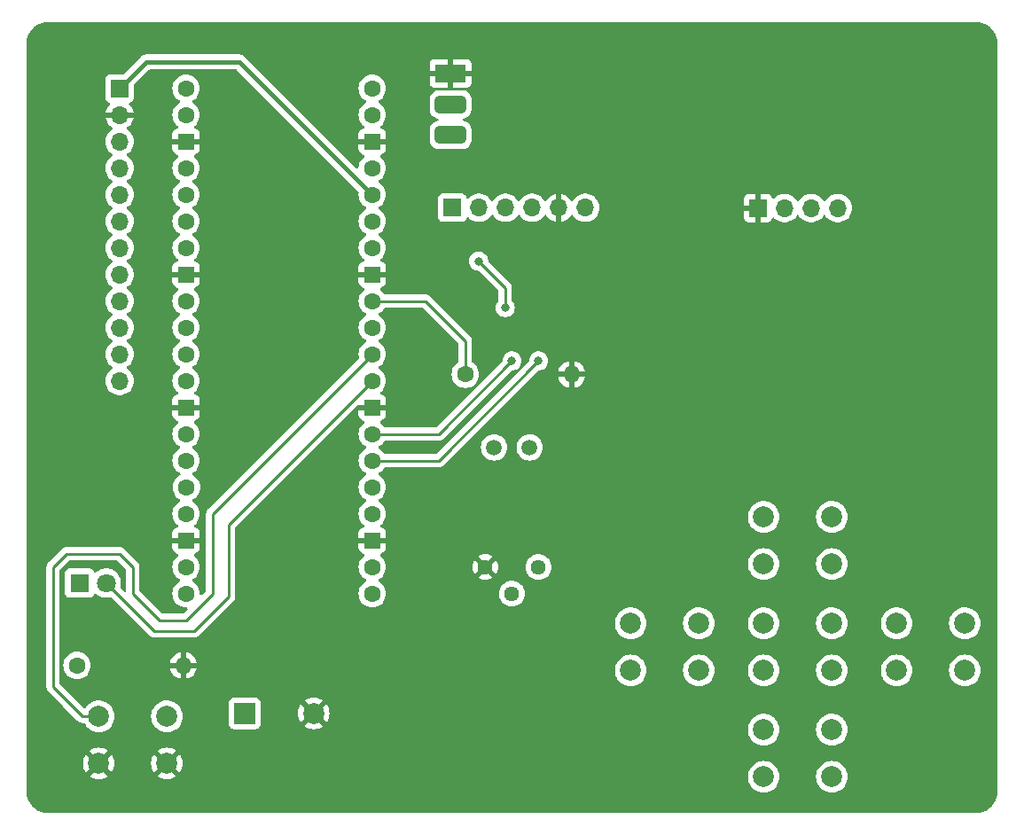
<source format=gbr>
%TF.GenerationSoftware,KiCad,Pcbnew,7.0.8*%
%TF.CreationDate,2023-12-13T08:54:22+01:00*%
%TF.ProjectId,MicroPython_DemoBoard,4d696372-6f50-4797-9468-6f6e5f44656d,rev?*%
%TF.SameCoordinates,Original*%
%TF.FileFunction,Copper,L2,Bot*%
%TF.FilePolarity,Positive*%
%FSLAX46Y46*%
G04 Gerber Fmt 4.6, Leading zero omitted, Abs format (unit mm)*
G04 Created by KiCad (PCBNEW 7.0.8) date 2023-12-13 08:54:22*
%MOMM*%
%LPD*%
G01*
G04 APERTURE LIST*
G04 Aperture macros list*
%AMRoundRect*
0 Rectangle with rounded corners*
0 $1 Rounding radius*
0 $2 $3 $4 $5 $6 $7 $8 $9 X,Y pos of 4 corners*
0 Add a 4 corners polygon primitive as box body*
4,1,4,$2,$3,$4,$5,$6,$7,$8,$9,$2,$3,0*
0 Add four circle primitives for the rounded corners*
1,1,$1+$1,$2,$3*
1,1,$1+$1,$4,$5*
1,1,$1+$1,$6,$7*
1,1,$1+$1,$8,$9*
0 Add four rect primitives between the rounded corners*
20,1,$1+$1,$2,$3,$4,$5,0*
20,1,$1+$1,$4,$5,$6,$7,0*
20,1,$1+$1,$6,$7,$8,$9,0*
20,1,$1+$1,$8,$9,$2,$3,0*%
G04 Aperture macros list end*
%TA.AperFunction,ComponentPad*%
%ADD10C,2.000000*%
%TD*%
%TA.AperFunction,ComponentPad*%
%ADD11R,1.700000X1.700000*%
%TD*%
%TA.AperFunction,ComponentPad*%
%ADD12O,1.700000X1.700000*%
%TD*%
%TA.AperFunction,ComponentPad*%
%ADD13C,1.440000*%
%TD*%
%TA.AperFunction,ComponentPad*%
%ADD14C,1.600000*%
%TD*%
%TA.AperFunction,ComponentPad*%
%ADD15O,1.600000X1.600000*%
%TD*%
%TA.AperFunction,ComponentPad*%
%ADD16C,1.500000*%
%TD*%
%TA.AperFunction,ComponentPad*%
%ADD17R,2.000000X2.000000*%
%TD*%
%TA.AperFunction,ComponentPad*%
%ADD18R,1.800000X1.800000*%
%TD*%
%TA.AperFunction,ComponentPad*%
%ADD19C,1.800000*%
%TD*%
%TA.AperFunction,ComponentPad*%
%ADD20RoundRect,0.200000X-0.600000X-0.600000X0.600000X-0.600000X0.600000X0.600000X-0.600000X0.600000X0*%
%TD*%
%TA.AperFunction,ComponentPad*%
%ADD21R,3.000000X1.700000*%
%TD*%
%TA.AperFunction,ComponentPad*%
%ADD22RoundRect,0.425000X-1.075000X-0.425000X1.075000X-0.425000X1.075000X0.425000X-1.075000X0.425000X0*%
%TD*%
%TA.AperFunction,ViaPad*%
%ADD23C,0.800000*%
%TD*%
%TA.AperFunction,Conductor*%
%ADD24C,0.250000*%
%TD*%
%TA.AperFunction,Conductor*%
%ADD25C,0.400000*%
%TD*%
G04 APERTURE END LIST*
D10*
%TO.P,SW3,1,A*%
%TO.N,+3.3V*%
X146610000Y-133640000D03*
X153110000Y-133640000D03*
%TO.P,SW3,2,B*%
%TO.N,/Center*%
X146610000Y-138140000D03*
X153110000Y-138140000D03*
%TD*%
D11*
%TO.P,J3,1,Pin_1*%
%TO.N,GND*%
X146050000Y-93980000D03*
D12*
%TO.P,J3,2,Pin_2*%
%TO.N,+3.3V*%
X148590000Y-93980000D03*
%TO.P,J3,3,Pin_3*%
%TO.N,/I2C SCL*%
X151130000Y-93980000D03*
%TO.P,J3,4,Pin_4*%
%TO.N,/I2C SDA*%
X153670000Y-93980000D03*
%TD*%
D10*
%TO.P,SW6,1,A*%
%TO.N,GND*%
X89610000Y-147030000D03*
X83110000Y-147030000D03*
%TO.P,SW6,2,B*%
%TO.N,Net-(A1-RUN)*%
X89610000Y-142530000D03*
X83110000Y-142530000D03*
%TD*%
%TO.P,SW1,1,A*%
%TO.N,+3.3V*%
X133910000Y-133640000D03*
X140410000Y-133640000D03*
%TO.P,SW1,2,B*%
%TO.N,/Left*%
X133910000Y-138140000D03*
X140410000Y-138140000D03*
%TD*%
D13*
%TO.P,RV1,1,1*%
%TO.N,GND*%
X120015000Y-128270000D03*
%TO.P,RV1,2,2*%
%TO.N,Net-(A1-GP26)*%
X122555000Y-130810000D03*
%TO.P,RV1,3,3*%
%TO.N,+3.3V*%
X125095000Y-128270000D03*
%TD*%
D14*
%TO.P,R2,1*%
%TO.N,Net-(A1-GP27)*%
X118110000Y-109855000D03*
D15*
%TO.P,R2,2*%
%TO.N,GND*%
X128270000Y-109855000D03*
%TD*%
D16*
%TO.P,R1,1*%
%TO.N,+3.3V*%
X124255000Y-116840000D03*
%TO.P,R1,2*%
%TO.N,Net-(A1-GP27)*%
X120855000Y-116840000D03*
%TD*%
D10*
%TO.P,SW5,1,A*%
%TO.N,+3.3V*%
X159310000Y-133640000D03*
X165810000Y-133640000D03*
%TO.P,SW5,2,B*%
%TO.N,/Right*%
X159310000Y-138140000D03*
X165810000Y-138140000D03*
%TD*%
D17*
%TO.P,BZ1,1,-*%
%TO.N,Net-(A1-GP10)*%
X97030000Y-142240000D03*
D10*
%TO.P,BZ1,2,+*%
%TO.N,GND*%
X103630000Y-142240000D03*
%TD*%
D18*
%TO.P,D1,1,K*%
%TO.N,Net-(D1-K)*%
X81275000Y-129794000D03*
D19*
%TO.P,D1,2,A*%
%TO.N,Net-(A1-GP22)*%
X83815000Y-129794000D03*
%TD*%
D10*
%TO.P,SW4,1,A*%
%TO.N,+3.3V*%
X146610000Y-143800000D03*
X153110000Y-143800000D03*
%TO.P,SW4,2,B*%
%TO.N,/Down*%
X146610000Y-148300000D03*
X153110000Y-148300000D03*
%TD*%
D11*
%TO.P,J2,1,Pin_1*%
%TO.N,/SPI RX*%
X116865000Y-93955000D03*
D12*
%TO.P,J2,2,Pin_2*%
%TO.N,/SPI CS*%
X119405000Y-93955000D03*
%TO.P,J2,3,Pin_3*%
%TO.N,/SPI TX*%
X121945000Y-93955000D03*
%TO.P,J2,4,Pin_4*%
%TO.N,/SPI CLK*%
X124485000Y-93955000D03*
%TO.P,J2,5,Pin_5*%
%TO.N,GND*%
X127025000Y-93955000D03*
%TO.P,J2,6,Pin_6*%
%TO.N,+3.3V*%
X129565000Y-93955000D03*
%TD*%
D11*
%TO.P,J4,1,Pin_1*%
%TO.N,+3.3V*%
X85090000Y-82550000D03*
D12*
%TO.P,J4,2,Pin_2*%
%TO.N,GND*%
X85090000Y-85090000D03*
%TO.P,J4,3,Pin_3*%
%TO.N,Net-(A1-GP0)*%
X85090000Y-87630000D03*
%TO.P,J4,4,Pin_4*%
%TO.N,Net-(A1-GP1)*%
X85090000Y-90170000D03*
%TO.P,J4,5,Pin_5*%
%TO.N,Net-(A1-GP2)*%
X85090000Y-92710000D03*
%TO.P,J4,6,Pin_6*%
%TO.N,Net-(A1-GP3)*%
X85090000Y-95250000D03*
%TO.P,J4,7,Pin_7*%
%TO.N,Net-(A1-GP4)*%
X85090000Y-97790000D03*
%TO.P,J4,8,Pin_8*%
%TO.N,Net-(A1-GP5)*%
X85090000Y-100330000D03*
%TO.P,J4,9,Pin_9*%
%TO.N,Net-(A1-GP6)*%
X85090000Y-102870000D03*
%TO.P,J4,10,Pin_10*%
%TO.N,Net-(A1-GP7)*%
X85090000Y-105410000D03*
%TO.P,J4,11,Pin_11*%
%TO.N,Net-(A1-GP8)*%
X85090000Y-107950000D03*
%TO.P,J4,12,Pin_12*%
%TO.N,Net-(A1-GP9)*%
X85090000Y-110490000D03*
%TD*%
D14*
%TO.P,A1,1,GP0*%
%TO.N,Net-(A1-GP0)*%
X91440000Y-82550000D03*
%TO.P,A1,2,GP1*%
%TO.N,Net-(A1-GP1)*%
X91440000Y-85090000D03*
D20*
%TO.P,A1,3,GND*%
%TO.N,GND*%
X91440000Y-87630000D03*
D14*
%TO.P,A1,4,GP2*%
%TO.N,Net-(A1-GP2)*%
X91440000Y-90170000D03*
%TO.P,A1,5,GP3*%
%TO.N,Net-(A1-GP3)*%
X91440000Y-92710000D03*
%TO.P,A1,6,GP4*%
%TO.N,Net-(A1-GP4)*%
X91440000Y-95250000D03*
%TO.P,A1,7,GP5*%
%TO.N,Net-(A1-GP5)*%
X91440000Y-97790000D03*
D20*
%TO.P,A1,8,GND*%
%TO.N,GND*%
X91440000Y-100330000D03*
D14*
%TO.P,A1,9,GP6*%
%TO.N,Net-(A1-GP6)*%
X91440000Y-102870000D03*
%TO.P,A1,10,GP7*%
%TO.N,Net-(A1-GP7)*%
X91440000Y-105410000D03*
%TO.P,A1,11,GP8*%
%TO.N,Net-(A1-GP8)*%
X91440000Y-107950000D03*
%TO.P,A1,12,GP9*%
%TO.N,Net-(A1-GP9)*%
X91440000Y-110490000D03*
D20*
%TO.P,A1,13,GND*%
%TO.N,GND*%
X91440000Y-113030000D03*
D14*
%TO.P,A1,14,GP10*%
%TO.N,Net-(A1-GP10)*%
X91440000Y-115570000D03*
%TO.P,A1,15,GP11*%
%TO.N,/Up*%
X91440000Y-118110000D03*
%TO.P,A1,16,GP12*%
%TO.N,/Left*%
X91481881Y-120650000D03*
%TO.P,A1,17,GP13*%
%TO.N,/Right*%
X91440000Y-123190000D03*
D20*
%TO.P,A1,18,GND*%
%TO.N,GND*%
X91440000Y-125730000D03*
D14*
%TO.P,A1,19,GP14*%
%TO.N,/Down*%
X91440000Y-128270000D03*
%TO.P,A1,20,GP15*%
%TO.N,/Center*%
X91440000Y-130810000D03*
%TO.P,A1,21,GP16*%
%TO.N,/SPI RX*%
X109220000Y-130810000D03*
%TO.P,A1,22,GP17*%
%TO.N,/SPI CS*%
X109220000Y-128270000D03*
D20*
%TO.P,A1,23,GND*%
%TO.N,GND*%
X109220000Y-125730000D03*
D14*
%TO.P,A1,24,GP18*%
%TO.N,/SPI CLK*%
X109220000Y-123190000D03*
%TO.P,A1,25,GP19*%
%TO.N,/SPI TX*%
X109220000Y-120650000D03*
%TO.P,A1,26,GP20*%
%TO.N,/I2C SDA*%
X109220000Y-118110000D03*
%TO.P,A1,27,GP21*%
%TO.N,/I2C SCL*%
X109220000Y-115570000D03*
D20*
%TO.P,A1,28,GND*%
%TO.N,GND*%
X109220000Y-113030000D03*
D14*
%TO.P,A1,29,GP22*%
%TO.N,Net-(A1-GP22)*%
X109220000Y-110490000D03*
%TO.P,A1,30,RUN*%
%TO.N,Net-(A1-RUN)*%
X109220000Y-107950000D03*
%TO.P,A1,31,GP26*%
%TO.N,Net-(A1-GP26)*%
X109220000Y-105410000D03*
%TO.P,A1,32,GP27*%
%TO.N,Net-(A1-GP27)*%
X109220000Y-102870000D03*
D20*
%TO.P,A1,33,AGND*%
%TO.N,GND*%
X109220000Y-100330000D03*
D14*
%TO.P,A1,34,GP28*%
%TO.N,Net-(A1-GP28)*%
X109220000Y-97790000D03*
%TO.P,A1,35,ADC_VREF*%
%TO.N,unconnected-(A1-ADC_VREF-Pad35)*%
X109220000Y-95250000D03*
%TO.P,A1,36,3V3_OUT*%
%TO.N,+3.3V*%
X109220000Y-92710000D03*
%TO.P,A1,37,3V3_EN*%
%TO.N,unconnected-(A1-3V3_EN-Pad37)*%
X109220000Y-90170000D03*
D20*
%TO.P,A1,38,GND*%
%TO.N,GND*%
X109220000Y-87630000D03*
D14*
%TO.P,A1,39,VSYS*%
%TO.N,unconnected-(A1-VSYS-Pad39)*%
X109220000Y-85090000D03*
%TO.P,A1,40,VBUS*%
%TO.N,+5V*%
X109220000Y-82550000D03*
%TD*%
D21*
%TO.P,J1,1,Pin_1*%
%TO.N,GND*%
X116713000Y-81100000D03*
D22*
%TO.P,J1,2,Pin_2*%
%TO.N,Net-(A1-GP28)*%
X116713000Y-84074000D03*
%TO.P,J1,3,Pin_3*%
%TO.N,+5V*%
X116713000Y-87000000D03*
%TD*%
D14*
%TO.P,R3,1*%
%TO.N,Net-(D1-K)*%
X81026000Y-137668000D03*
D15*
%TO.P,R3,2*%
%TO.N,GND*%
X91186000Y-137668000D03*
%TD*%
D10*
%TO.P,SW2,1,A*%
%TO.N,+3.3V*%
X146610000Y-123480000D03*
X153110000Y-123480000D03*
%TO.P,SW2,2,B*%
%TO.N,/Up*%
X146610000Y-127980000D03*
X153110000Y-127980000D03*
%TD*%
D23*
%TO.N,/I2C SDA*%
X125095000Y-108585000D03*
%TO.N,/SPI CS*%
X121920000Y-103505000D03*
X119380000Y-99060000D03*
%TO.N,/I2C SCL*%
X122555000Y-108585000D03*
%TD*%
D24*
%TO.N,/I2C SDA*%
X109220000Y-118110000D02*
X115570000Y-118110000D01*
X115570000Y-118110000D02*
X125095000Y-108585000D01*
%TO.N,/SPI CS*%
X121920000Y-103505000D02*
X121920000Y-101600000D01*
X121920000Y-101600000D02*
X119380000Y-99060000D01*
%TO.N,/I2C SCL*%
X115570000Y-115570000D02*
X122555000Y-108585000D01*
X109220000Y-115570000D02*
X115570000Y-115570000D01*
%TO.N,Net-(A1-GP22)*%
X88387000Y-134366000D02*
X83815000Y-129794000D01*
X92202000Y-134366000D02*
X88387000Y-134366000D01*
X95504000Y-124206000D02*
X95504000Y-131064000D01*
X95504000Y-131064000D02*
X92202000Y-134366000D01*
X109220000Y-110490000D02*
X95504000Y-124206000D01*
%TO.N,Net-(A1-RUN)*%
X81570000Y-142530000D02*
X83110000Y-142530000D01*
X93980000Y-130810000D02*
X91440000Y-133350000D01*
X93980000Y-123190000D02*
X93980000Y-130810000D01*
X78740000Y-128270000D02*
X78740000Y-139700000D01*
X80010000Y-127000000D02*
X78740000Y-128270000D01*
X85090000Y-127000000D02*
X80010000Y-127000000D01*
X88900000Y-133350000D02*
X86360000Y-130810000D01*
X91440000Y-133350000D02*
X88900000Y-133350000D01*
X86360000Y-128270000D02*
X85090000Y-127000000D01*
X78740000Y-139700000D02*
X81570000Y-142530000D01*
X86360000Y-130810000D02*
X86360000Y-128270000D01*
X109220000Y-107950000D02*
X93980000Y-123190000D01*
%TO.N,Net-(A1-GP27)*%
X114300000Y-102870000D02*
X118110000Y-106680000D01*
X109220000Y-102870000D02*
X114300000Y-102870000D01*
X118110000Y-106680000D02*
X118110000Y-109855000D01*
D25*
%TO.N,+3.3V*%
X87630000Y-80010000D02*
X85090000Y-82550000D01*
X96520000Y-80010000D02*
X87630000Y-80010000D01*
X109220000Y-92710000D02*
X96520000Y-80010000D01*
%TD*%
%TA.AperFunction,Conductor*%
%TO.N,GND*%
G36*
X166912244Y-76200161D02*
G01*
X167081292Y-76212251D01*
X167185648Y-76219714D01*
X167203435Y-76222272D01*
X167464657Y-76279098D01*
X167481896Y-76284158D01*
X167732392Y-76377589D01*
X167748738Y-76385054D01*
X167983374Y-76513175D01*
X167998498Y-76522895D01*
X168212509Y-76683102D01*
X168226095Y-76694875D01*
X168415124Y-76883904D01*
X168426897Y-76897490D01*
X168587104Y-77111501D01*
X168596824Y-77126625D01*
X168724945Y-77361261D01*
X168732413Y-77377613D01*
X168825838Y-77628095D01*
X168830902Y-77645345D01*
X168887726Y-77906560D01*
X168890285Y-77924354D01*
X168909839Y-78197755D01*
X168910000Y-78202251D01*
X168910000Y-149762748D01*
X168909839Y-149767244D01*
X168890285Y-150040645D01*
X168887726Y-150058439D01*
X168830902Y-150319654D01*
X168825838Y-150336904D01*
X168732413Y-150587386D01*
X168724945Y-150603738D01*
X168596824Y-150838374D01*
X168587104Y-150853498D01*
X168426897Y-151067509D01*
X168415124Y-151081095D01*
X168226095Y-151270124D01*
X168212509Y-151281897D01*
X167998498Y-151442104D01*
X167983374Y-151451824D01*
X167748738Y-151579945D01*
X167732386Y-151587413D01*
X167481904Y-151680838D01*
X167464654Y-151685902D01*
X167203439Y-151742726D01*
X167185645Y-151745285D01*
X166912244Y-151764839D01*
X166907748Y-151765000D01*
X78202252Y-151765000D01*
X78197756Y-151764839D01*
X77924354Y-151745285D01*
X77906560Y-151742726D01*
X77645345Y-151685902D01*
X77628095Y-151680838D01*
X77377613Y-151587413D01*
X77361261Y-151579945D01*
X77126625Y-151451824D01*
X77111501Y-151442104D01*
X76897490Y-151281897D01*
X76883904Y-151270124D01*
X76694875Y-151081095D01*
X76683102Y-151067509D01*
X76522895Y-150853498D01*
X76513175Y-150838374D01*
X76385054Y-150603738D01*
X76377589Y-150587392D01*
X76284158Y-150336896D01*
X76279097Y-150319654D01*
X76222273Y-150058439D01*
X76219714Y-150040644D01*
X76200161Y-149767244D01*
X76200000Y-149762748D01*
X76200000Y-147030000D01*
X81597337Y-147030000D01*
X81615960Y-147266632D01*
X81671371Y-147497437D01*
X81762206Y-147716733D01*
X81876897Y-147903891D01*
X82583097Y-147197691D01*
X82586884Y-147215915D01*
X82656442Y-147350156D01*
X82759638Y-147460652D01*
X82888819Y-147539209D01*
X82944421Y-147554788D01*
X82236107Y-148263101D01*
X82236107Y-148263102D01*
X82423261Y-148377791D01*
X82642562Y-148468628D01*
X82873367Y-148524039D01*
X83110000Y-148542662D01*
X83346632Y-148524039D01*
X83577437Y-148468628D01*
X83796738Y-148377791D01*
X83983891Y-148263102D01*
X83983892Y-148263101D01*
X83277625Y-147556834D01*
X83398458Y-147504349D01*
X83515739Y-147408934D01*
X83602928Y-147285415D01*
X83634837Y-147195628D01*
X84343101Y-147903892D01*
X84343102Y-147903891D01*
X84457791Y-147716738D01*
X84548628Y-147497437D01*
X84604039Y-147266632D01*
X84622662Y-147030000D01*
X88097337Y-147030000D01*
X88115960Y-147266632D01*
X88171371Y-147497437D01*
X88262206Y-147716733D01*
X88376897Y-147903891D01*
X89083097Y-147197691D01*
X89086884Y-147215915D01*
X89156442Y-147350156D01*
X89259638Y-147460652D01*
X89388819Y-147539209D01*
X89444421Y-147554788D01*
X88736107Y-148263101D01*
X88736107Y-148263102D01*
X88923261Y-148377791D01*
X89142562Y-148468628D01*
X89373367Y-148524039D01*
X89610000Y-148542662D01*
X89846632Y-148524039D01*
X90077437Y-148468628D01*
X90296738Y-148377791D01*
X90423680Y-148300000D01*
X145096835Y-148300000D01*
X145115465Y-148536710D01*
X145170894Y-148767592D01*
X145261759Y-148986961D01*
X145385825Y-149189417D01*
X145385826Y-149189419D01*
X145540030Y-149369969D01*
X145720580Y-149524173D01*
X145720584Y-149524176D01*
X145923037Y-149648240D01*
X146142406Y-149739105D01*
X146373289Y-149794535D01*
X146610000Y-149813165D01*
X146846711Y-149794535D01*
X147077594Y-149739105D01*
X147296963Y-149648240D01*
X147499416Y-149524176D01*
X147679969Y-149369969D01*
X147834176Y-149189416D01*
X147958240Y-148986963D01*
X148049105Y-148767594D01*
X148104535Y-148536711D01*
X148123165Y-148300000D01*
X151596835Y-148300000D01*
X151615465Y-148536710D01*
X151670894Y-148767592D01*
X151761759Y-148986961D01*
X151885825Y-149189417D01*
X151885826Y-149189419D01*
X152040030Y-149369969D01*
X152220580Y-149524173D01*
X152220584Y-149524176D01*
X152423037Y-149648240D01*
X152642406Y-149739105D01*
X152873289Y-149794535D01*
X153110000Y-149813165D01*
X153346711Y-149794535D01*
X153577594Y-149739105D01*
X153796963Y-149648240D01*
X153999416Y-149524176D01*
X154179969Y-149369969D01*
X154334176Y-149189416D01*
X154458240Y-148986963D01*
X154549105Y-148767594D01*
X154604535Y-148536711D01*
X154623165Y-148300000D01*
X154604535Y-148063289D01*
X154549105Y-147832406D01*
X154458240Y-147613037D01*
X154334176Y-147410584D01*
X154282566Y-147350156D01*
X154179969Y-147230030D01*
X153999419Y-147075826D01*
X153999417Y-147075825D01*
X153999416Y-147075824D01*
X153796963Y-146951760D01*
X153577594Y-146860895D01*
X153577592Y-146860894D01*
X153419651Y-146822976D01*
X153346711Y-146805465D01*
X153110000Y-146786835D01*
X152873289Y-146805465D01*
X152642407Y-146860894D01*
X152423038Y-146951759D01*
X152220582Y-147075825D01*
X152220580Y-147075826D01*
X152040030Y-147230030D01*
X151885826Y-147410580D01*
X151885825Y-147410582D01*
X151761759Y-147613038D01*
X151670894Y-147832407D01*
X151615465Y-148063289D01*
X151596835Y-148300000D01*
X148123165Y-148300000D01*
X148104535Y-148063289D01*
X148049105Y-147832406D01*
X147958240Y-147613037D01*
X147834176Y-147410584D01*
X147782566Y-147350156D01*
X147679969Y-147230030D01*
X147499419Y-147075826D01*
X147499417Y-147075825D01*
X147499416Y-147075824D01*
X147296963Y-146951760D01*
X147077594Y-146860895D01*
X147077592Y-146860894D01*
X146919651Y-146822976D01*
X146846711Y-146805465D01*
X146610000Y-146786835D01*
X146373289Y-146805465D01*
X146142407Y-146860894D01*
X145923038Y-146951759D01*
X145720582Y-147075825D01*
X145720580Y-147075826D01*
X145540030Y-147230030D01*
X145385826Y-147410580D01*
X145385825Y-147410582D01*
X145261759Y-147613038D01*
X145170894Y-147832407D01*
X145115465Y-148063289D01*
X145096835Y-148300000D01*
X90423680Y-148300000D01*
X90483891Y-148263102D01*
X90483892Y-148263101D01*
X89777625Y-147556834D01*
X89898458Y-147504349D01*
X90015739Y-147408934D01*
X90102928Y-147285415D01*
X90134837Y-147195628D01*
X90843101Y-147903892D01*
X90843102Y-147903891D01*
X90957791Y-147716738D01*
X91048628Y-147497437D01*
X91104039Y-147266632D01*
X91122662Y-147030000D01*
X91104039Y-146793367D01*
X91048628Y-146562562D01*
X90957791Y-146343261D01*
X90843102Y-146156107D01*
X90843101Y-146156107D01*
X90136902Y-146862306D01*
X90133116Y-146844085D01*
X90063558Y-146709844D01*
X89960362Y-146599348D01*
X89831181Y-146520791D01*
X89775577Y-146505211D01*
X90483891Y-145796897D01*
X90296733Y-145682206D01*
X90077437Y-145591371D01*
X89846632Y-145535960D01*
X89610000Y-145517337D01*
X89373367Y-145535960D01*
X89142562Y-145591371D01*
X88923262Y-145682208D01*
X88736107Y-145796896D01*
X88736107Y-145796898D01*
X89442374Y-146503165D01*
X89321542Y-146555651D01*
X89204261Y-146651066D01*
X89117072Y-146774585D01*
X89085162Y-146864371D01*
X88376898Y-146156107D01*
X88376896Y-146156107D01*
X88262208Y-146343262D01*
X88171371Y-146562562D01*
X88115960Y-146793367D01*
X88097337Y-147030000D01*
X84622662Y-147030000D01*
X84604039Y-146793367D01*
X84548628Y-146562562D01*
X84457791Y-146343261D01*
X84343102Y-146156107D01*
X84343101Y-146156107D01*
X83636902Y-146862306D01*
X83633116Y-146844085D01*
X83563558Y-146709844D01*
X83460362Y-146599348D01*
X83331181Y-146520791D01*
X83275577Y-146505211D01*
X83983891Y-145796897D01*
X83796733Y-145682206D01*
X83577437Y-145591371D01*
X83346632Y-145535960D01*
X83110000Y-145517337D01*
X82873367Y-145535960D01*
X82642562Y-145591371D01*
X82423262Y-145682208D01*
X82236107Y-145796896D01*
X82236107Y-145796898D01*
X82942374Y-146503165D01*
X82821542Y-146555651D01*
X82704261Y-146651066D01*
X82617072Y-146774585D01*
X82585162Y-146864371D01*
X81876898Y-146156107D01*
X81876896Y-146156107D01*
X81762208Y-146343262D01*
X81671371Y-146562562D01*
X81615960Y-146793367D01*
X81597337Y-147030000D01*
X76200000Y-147030000D01*
X76200000Y-128249943D01*
X78101780Y-128249943D01*
X78106220Y-128296917D01*
X78106500Y-128302850D01*
X78106500Y-139616146D01*
X78104751Y-139631988D01*
X78105044Y-139632016D01*
X78104298Y-139639907D01*
X78106500Y-139709957D01*
X78106500Y-139739851D01*
X78106501Y-139739872D01*
X78107378Y-139746820D01*
X78107844Y-139752732D01*
X78109326Y-139799888D01*
X78109327Y-139799893D01*
X78114977Y-139819339D01*
X78118986Y-139838697D01*
X78121525Y-139858793D01*
X78121526Y-139858799D01*
X78138893Y-139902662D01*
X78140816Y-139908279D01*
X78153982Y-139953593D01*
X78164294Y-139971031D01*
X78172988Y-139988779D01*
X78180444Y-140007609D01*
X78180450Y-140007620D01*
X78208177Y-140045783D01*
X78211437Y-140050746D01*
X78235460Y-140091365D01*
X78249779Y-140105684D01*
X78262617Y-140120714D01*
X78272156Y-140133843D01*
X78274528Y-140137107D01*
X78302794Y-140160491D01*
X78310886Y-140167185D01*
X78315267Y-140171171D01*
X79697357Y-141553261D01*
X81062753Y-142918657D01*
X81072720Y-142931097D01*
X81072947Y-142930910D01*
X81077999Y-142937017D01*
X81129095Y-142984999D01*
X81150225Y-143006130D01*
X81155768Y-143010430D01*
X81160281Y-143014285D01*
X81194679Y-143046586D01*
X81194680Y-143046586D01*
X81194682Y-143046588D01*
X81212429Y-143056344D01*
X81228959Y-143067202D01*
X81244959Y-143079613D01*
X81276136Y-143093104D01*
X81288251Y-143098347D01*
X81293585Y-143100959D01*
X81334940Y-143123695D01*
X81354562Y-143128733D01*
X81373263Y-143135135D01*
X81391855Y-143143181D01*
X81438470Y-143150563D01*
X81444242Y-143151758D01*
X81489970Y-143163500D01*
X81510231Y-143163500D01*
X81529939Y-143165050D01*
X81549943Y-143168219D01*
X81583459Y-143165051D01*
X81596910Y-143163780D01*
X81602842Y-143163500D01*
X81658435Y-143163500D01*
X81726556Y-143183502D01*
X81765865Y-143223662D01*
X81842798Y-143349204D01*
X81885825Y-143419417D01*
X81885826Y-143419419D01*
X82040030Y-143599969D01*
X82206316Y-143741990D01*
X82220584Y-143754176D01*
X82423037Y-143878240D01*
X82642406Y-143969105D01*
X82873289Y-144024535D01*
X83110000Y-144043165D01*
X83346711Y-144024535D01*
X83577594Y-143969105D01*
X83796963Y-143878240D01*
X83999416Y-143754176D01*
X84179969Y-143599969D01*
X84334176Y-143419416D01*
X84458240Y-143216963D01*
X84549105Y-142997594D01*
X84604535Y-142766711D01*
X84623165Y-142530000D01*
X88096835Y-142530000D01*
X88115465Y-142766710D01*
X88170894Y-142997592D01*
X88239615Y-143163499D01*
X88261760Y-143216963D01*
X88305689Y-143288649D01*
X88385825Y-143419417D01*
X88385826Y-143419419D01*
X88540030Y-143599969D01*
X88706316Y-143741990D01*
X88720584Y-143754176D01*
X88923037Y-143878240D01*
X89142406Y-143969105D01*
X89373289Y-144024535D01*
X89610000Y-144043165D01*
X89846711Y-144024535D01*
X90077594Y-143969105D01*
X90296963Y-143878240D01*
X90424638Y-143800000D01*
X145096835Y-143800000D01*
X145115465Y-144036711D01*
X145132976Y-144109651D01*
X145170894Y-144267592D01*
X145261759Y-144486961D01*
X145385825Y-144689417D01*
X145385826Y-144689419D01*
X145540030Y-144869969D01*
X145720580Y-145024173D01*
X145720584Y-145024176D01*
X145923037Y-145148240D01*
X146142406Y-145239105D01*
X146373289Y-145294535D01*
X146610000Y-145313165D01*
X146846711Y-145294535D01*
X147077594Y-145239105D01*
X147296963Y-145148240D01*
X147499416Y-145024176D01*
X147679969Y-144869969D01*
X147834176Y-144689416D01*
X147958240Y-144486963D01*
X148049105Y-144267594D01*
X148104535Y-144036711D01*
X148123165Y-143800000D01*
X151596835Y-143800000D01*
X151615465Y-144036711D01*
X151632976Y-144109651D01*
X151670894Y-144267592D01*
X151761759Y-144486961D01*
X151885825Y-144689417D01*
X151885826Y-144689419D01*
X152040030Y-144869969D01*
X152220580Y-145024173D01*
X152220584Y-145024176D01*
X152423037Y-145148240D01*
X152642406Y-145239105D01*
X152873289Y-145294535D01*
X153110000Y-145313165D01*
X153346711Y-145294535D01*
X153577594Y-145239105D01*
X153796963Y-145148240D01*
X153999416Y-145024176D01*
X154179969Y-144869969D01*
X154334176Y-144689416D01*
X154458240Y-144486963D01*
X154549105Y-144267594D01*
X154604535Y-144036711D01*
X154623165Y-143800000D01*
X154604535Y-143563289D01*
X154549105Y-143332406D01*
X154458240Y-143113037D01*
X154334176Y-142910584D01*
X154211297Y-142766711D01*
X154179969Y-142730030D01*
X153999419Y-142575826D01*
X153999417Y-142575825D01*
X153999416Y-142575824D01*
X153796963Y-142451760D01*
X153792338Y-142449844D01*
X153577592Y-142360894D01*
X153419651Y-142322976D01*
X153346711Y-142305465D01*
X153110000Y-142286835D01*
X152873289Y-142305465D01*
X152642407Y-142360894D01*
X152423038Y-142451759D01*
X152220582Y-142575825D01*
X152220580Y-142575826D01*
X152040030Y-142730030D01*
X151885826Y-142910580D01*
X151885825Y-142910582D01*
X151761759Y-143113038D01*
X151670894Y-143332407D01*
X151615465Y-143563289D01*
X151596835Y-143800000D01*
X148123165Y-143800000D01*
X148104535Y-143563289D01*
X148049105Y-143332406D01*
X147958240Y-143113037D01*
X147834176Y-142910584D01*
X147711297Y-142766711D01*
X147679969Y-142730030D01*
X147499419Y-142575826D01*
X147499417Y-142575825D01*
X147499416Y-142575824D01*
X147296963Y-142451760D01*
X147292338Y-142449844D01*
X147077592Y-142360894D01*
X146919651Y-142322976D01*
X146846711Y-142305465D01*
X146610000Y-142286835D01*
X146373289Y-142305465D01*
X146142407Y-142360894D01*
X145923038Y-142451759D01*
X145720582Y-142575825D01*
X145720580Y-142575826D01*
X145540030Y-142730030D01*
X145385826Y-142910580D01*
X145385825Y-142910582D01*
X145261759Y-143113038D01*
X145170894Y-143332407D01*
X145115465Y-143563289D01*
X145096835Y-143800000D01*
X90424638Y-143800000D01*
X90499416Y-143754176D01*
X90679969Y-143599969D01*
X90834176Y-143419416D01*
X90914311Y-143288649D01*
X95521500Y-143288649D01*
X95528009Y-143349196D01*
X95528011Y-143349204D01*
X95579110Y-143486202D01*
X95579112Y-143486207D01*
X95666738Y-143603261D01*
X95783792Y-143690887D01*
X95783794Y-143690888D01*
X95783796Y-143690889D01*
X95842875Y-143712924D01*
X95920795Y-143741988D01*
X95920803Y-143741990D01*
X95981350Y-143748499D01*
X95981355Y-143748499D01*
X95981362Y-143748500D01*
X95981368Y-143748500D01*
X98078632Y-143748500D01*
X98078638Y-143748500D01*
X98078645Y-143748499D01*
X98078649Y-143748499D01*
X98139196Y-143741990D01*
X98139199Y-143741989D01*
X98139201Y-143741989D01*
X98276204Y-143690889D01*
X98393261Y-143603261D01*
X98480889Y-143486204D01*
X98531989Y-143349201D01*
X98533795Y-143332407D01*
X98538499Y-143288649D01*
X98538500Y-143288632D01*
X98538500Y-142240000D01*
X102117337Y-142240000D01*
X102135960Y-142476632D01*
X102191371Y-142707437D01*
X102282206Y-142926733D01*
X102396897Y-143113891D01*
X103145638Y-142365150D01*
X103170507Y-142449844D01*
X103248239Y-142570798D01*
X103356900Y-142664952D01*
X103487685Y-142724680D01*
X103502412Y-142726797D01*
X102756107Y-143473101D01*
X102756107Y-143473102D01*
X102943261Y-143587791D01*
X103162562Y-143678628D01*
X103393367Y-143734039D01*
X103630000Y-143752662D01*
X103866632Y-143734039D01*
X104097437Y-143678628D01*
X104316738Y-143587791D01*
X104503891Y-143473102D01*
X104503892Y-143473101D01*
X103757588Y-142726797D01*
X103772315Y-142724680D01*
X103903100Y-142664952D01*
X104011761Y-142570798D01*
X104089493Y-142449844D01*
X104114360Y-142365151D01*
X104863101Y-143113892D01*
X104863102Y-143113891D01*
X104977791Y-142926738D01*
X105068628Y-142707437D01*
X105124039Y-142476632D01*
X105142662Y-142240000D01*
X105124039Y-142003367D01*
X105068628Y-141772562D01*
X104977791Y-141553261D01*
X104863102Y-141366107D01*
X104863101Y-141366107D01*
X104114360Y-142114848D01*
X104089493Y-142030156D01*
X104011761Y-141909202D01*
X103903100Y-141815048D01*
X103772315Y-141755320D01*
X103757587Y-141753202D01*
X104503891Y-141006897D01*
X104316733Y-140892206D01*
X104097437Y-140801371D01*
X103866632Y-140745960D01*
X103630000Y-140727337D01*
X103393367Y-140745960D01*
X103162562Y-140801371D01*
X102943262Y-140892208D01*
X102756107Y-141006896D01*
X102756107Y-141006898D01*
X103502411Y-141753202D01*
X103487685Y-141755320D01*
X103356900Y-141815048D01*
X103248239Y-141909202D01*
X103170507Y-142030156D01*
X103145639Y-142114848D01*
X102396898Y-141366107D01*
X102396896Y-141366107D01*
X102282208Y-141553262D01*
X102191371Y-141772562D01*
X102135960Y-142003367D01*
X102117337Y-142240000D01*
X98538500Y-142240000D01*
X98538500Y-141191367D01*
X98538499Y-141191350D01*
X98531990Y-141130803D01*
X98531988Y-141130795D01*
X98480889Y-140993797D01*
X98480887Y-140993792D01*
X98393261Y-140876738D01*
X98276207Y-140789112D01*
X98276202Y-140789110D01*
X98139204Y-140738011D01*
X98139196Y-140738009D01*
X98078649Y-140731500D01*
X98078638Y-140731500D01*
X95981362Y-140731500D01*
X95981350Y-140731500D01*
X95920803Y-140738009D01*
X95920795Y-140738011D01*
X95783797Y-140789110D01*
X95783792Y-140789112D01*
X95666738Y-140876738D01*
X95579112Y-140993792D01*
X95579110Y-140993797D01*
X95528011Y-141130795D01*
X95528009Y-141130803D01*
X95521500Y-141191350D01*
X95521500Y-143288649D01*
X90914311Y-143288649D01*
X90958240Y-143216963D01*
X91049105Y-142997594D01*
X91104535Y-142766711D01*
X91123165Y-142530000D01*
X91104535Y-142293289D01*
X91049105Y-142062406D01*
X90958240Y-141843037D01*
X90834176Y-141640584D01*
X90834173Y-141640581D01*
X90834173Y-141640580D01*
X90679969Y-141460030D01*
X90499419Y-141305826D01*
X90499417Y-141305825D01*
X90499416Y-141305824D01*
X90296963Y-141181760D01*
X90173942Y-141130803D01*
X90077592Y-141090894D01*
X89919651Y-141052976D01*
X89846711Y-141035465D01*
X89610000Y-141016835D01*
X89373289Y-141035465D01*
X89142407Y-141090894D01*
X88923038Y-141181759D01*
X88720582Y-141305825D01*
X88720580Y-141305826D01*
X88540030Y-141460030D01*
X88385826Y-141640580D01*
X88385825Y-141640582D01*
X88261759Y-141843038D01*
X88170894Y-142062407D01*
X88115465Y-142293289D01*
X88096835Y-142530000D01*
X84623165Y-142530000D01*
X84604535Y-142293289D01*
X84549105Y-142062406D01*
X84458240Y-141843037D01*
X84334176Y-141640584D01*
X84334173Y-141640581D01*
X84334173Y-141640580D01*
X84179969Y-141460030D01*
X83999419Y-141305826D01*
X83999417Y-141305825D01*
X83999416Y-141305824D01*
X83796963Y-141181760D01*
X83673942Y-141130803D01*
X83577592Y-141090894D01*
X83419651Y-141052976D01*
X83346711Y-141035465D01*
X83110000Y-141016835D01*
X82873289Y-141035465D01*
X82642407Y-141090894D01*
X82423038Y-141181759D01*
X82220582Y-141305825D01*
X82220580Y-141305826D01*
X82040030Y-141460030D01*
X81885826Y-141640580D01*
X81885826Y-141640581D01*
X81851798Y-141696108D01*
X81799149Y-141743738D01*
X81729107Y-141755344D01*
X81663910Y-141727239D01*
X81655271Y-141719366D01*
X79410405Y-139474500D01*
X79376379Y-139412188D01*
X79373500Y-139385405D01*
X79373500Y-137668000D01*
X79712502Y-137668000D01*
X79732457Y-137896087D01*
X79759133Y-137995641D01*
X79791715Y-138117240D01*
X79791717Y-138117246D01*
X79888360Y-138324498D01*
X79888477Y-138324749D01*
X80019802Y-138512300D01*
X80181700Y-138674198D01*
X80369251Y-138805523D01*
X80576757Y-138902284D01*
X80797913Y-138961543D01*
X81026000Y-138981498D01*
X81254087Y-138961543D01*
X81475243Y-138902284D01*
X81682749Y-138805523D01*
X81870300Y-138674198D01*
X82032198Y-138512300D01*
X82163523Y-138324749D01*
X82260284Y-138117243D01*
X82319543Y-137896087D01*
X82339498Y-137668000D01*
X82319543Y-137439913D01*
X82312600Y-137414000D01*
X89899917Y-137414000D01*
X90874314Y-137414000D01*
X90858359Y-137429955D01*
X90800835Y-137542852D01*
X90781014Y-137668000D01*
X90800835Y-137793148D01*
X90858359Y-137906045D01*
X90874314Y-137922000D01*
X89899918Y-137922000D01*
X89952186Y-138117068D01*
X89952188Y-138117073D01*
X90048912Y-138324498D01*
X90180184Y-138511974D01*
X90180189Y-138511980D01*
X90342019Y-138673810D01*
X90342025Y-138673815D01*
X90529501Y-138805087D01*
X90736926Y-138901811D01*
X90736931Y-138901813D01*
X90932000Y-138954081D01*
X90932000Y-137979686D01*
X90947955Y-137995641D01*
X91060852Y-138053165D01*
X91154519Y-138068000D01*
X91217481Y-138068000D01*
X91311148Y-138053165D01*
X91424045Y-137995641D01*
X91440000Y-137979686D01*
X91440000Y-138954081D01*
X91635068Y-138901813D01*
X91635073Y-138901811D01*
X91842498Y-138805087D01*
X92029974Y-138673815D01*
X92029980Y-138673810D01*
X92191810Y-138511980D01*
X92191815Y-138511974D01*
X92323087Y-138324498D01*
X92409120Y-138140000D01*
X132396835Y-138140000D01*
X132415465Y-138376710D01*
X132470894Y-138607592D01*
X132470895Y-138607594D01*
X132561760Y-138826963D01*
X132639658Y-138954081D01*
X132685825Y-139029417D01*
X132685826Y-139029419D01*
X132840030Y-139209969D01*
X133020580Y-139364173D01*
X133020584Y-139364176D01*
X133223037Y-139488240D01*
X133442406Y-139579105D01*
X133673289Y-139634535D01*
X133910000Y-139653165D01*
X134146711Y-139634535D01*
X134377594Y-139579105D01*
X134596963Y-139488240D01*
X134799416Y-139364176D01*
X134979969Y-139209969D01*
X135134176Y-139029416D01*
X135258240Y-138826963D01*
X135349105Y-138607594D01*
X135404535Y-138376711D01*
X135423165Y-138140000D01*
X138896835Y-138140000D01*
X138915465Y-138376710D01*
X138970894Y-138607592D01*
X138970895Y-138607594D01*
X139061760Y-138826963D01*
X139139658Y-138954081D01*
X139185825Y-139029417D01*
X139185826Y-139029419D01*
X139340030Y-139209969D01*
X139520580Y-139364173D01*
X139520584Y-139364176D01*
X139723037Y-139488240D01*
X139942406Y-139579105D01*
X140173289Y-139634535D01*
X140410000Y-139653165D01*
X140646711Y-139634535D01*
X140877594Y-139579105D01*
X141096963Y-139488240D01*
X141299416Y-139364176D01*
X141479969Y-139209969D01*
X141634176Y-139029416D01*
X141758240Y-138826963D01*
X141849105Y-138607594D01*
X141904535Y-138376711D01*
X141923165Y-138140000D01*
X145096835Y-138140000D01*
X145115465Y-138376710D01*
X145170894Y-138607592D01*
X145170895Y-138607594D01*
X145261760Y-138826963D01*
X145339658Y-138954081D01*
X145385825Y-139029417D01*
X145385826Y-139029419D01*
X145540030Y-139209969D01*
X145720580Y-139364173D01*
X145720584Y-139364176D01*
X145923037Y-139488240D01*
X146142406Y-139579105D01*
X146373289Y-139634535D01*
X146610000Y-139653165D01*
X146846711Y-139634535D01*
X147077594Y-139579105D01*
X147296963Y-139488240D01*
X147499416Y-139364176D01*
X147679969Y-139209969D01*
X147834176Y-139029416D01*
X147958240Y-138826963D01*
X148049105Y-138607594D01*
X148104535Y-138376711D01*
X148123165Y-138140000D01*
X151596835Y-138140000D01*
X151615465Y-138376710D01*
X151670894Y-138607592D01*
X151670895Y-138607594D01*
X151761760Y-138826963D01*
X151839658Y-138954081D01*
X151885825Y-139029417D01*
X151885826Y-139029419D01*
X152040030Y-139209969D01*
X152220580Y-139364173D01*
X152220584Y-139364176D01*
X152423037Y-139488240D01*
X152642406Y-139579105D01*
X152873289Y-139634535D01*
X153110000Y-139653165D01*
X153346711Y-139634535D01*
X153577594Y-139579105D01*
X153796963Y-139488240D01*
X153999416Y-139364176D01*
X154179969Y-139209969D01*
X154334176Y-139029416D01*
X154458240Y-138826963D01*
X154549105Y-138607594D01*
X154604535Y-138376711D01*
X154623165Y-138140000D01*
X157796835Y-138140000D01*
X157815465Y-138376710D01*
X157870894Y-138607592D01*
X157870895Y-138607594D01*
X157961760Y-138826963D01*
X158039658Y-138954081D01*
X158085825Y-139029417D01*
X158085826Y-139029419D01*
X158240030Y-139209969D01*
X158420580Y-139364173D01*
X158420584Y-139364176D01*
X158623037Y-139488240D01*
X158842406Y-139579105D01*
X159073289Y-139634535D01*
X159310000Y-139653165D01*
X159546711Y-139634535D01*
X159777594Y-139579105D01*
X159996963Y-139488240D01*
X160199416Y-139364176D01*
X160379969Y-139209969D01*
X160534176Y-139029416D01*
X160658240Y-138826963D01*
X160749105Y-138607594D01*
X160804535Y-138376711D01*
X160823165Y-138140000D01*
X164296835Y-138140000D01*
X164315465Y-138376710D01*
X164370894Y-138607592D01*
X164370895Y-138607594D01*
X164461760Y-138826963D01*
X164539658Y-138954081D01*
X164585825Y-139029417D01*
X164585826Y-139029419D01*
X164740030Y-139209969D01*
X164920580Y-139364173D01*
X164920584Y-139364176D01*
X165123037Y-139488240D01*
X165342406Y-139579105D01*
X165573289Y-139634535D01*
X165810000Y-139653165D01*
X166046711Y-139634535D01*
X166277594Y-139579105D01*
X166496963Y-139488240D01*
X166699416Y-139364176D01*
X166879969Y-139209969D01*
X167034176Y-139029416D01*
X167158240Y-138826963D01*
X167249105Y-138607594D01*
X167304535Y-138376711D01*
X167323165Y-138140000D01*
X167304535Y-137903289D01*
X167249105Y-137672406D01*
X167158240Y-137453037D01*
X167034176Y-137250584D01*
X167007142Y-137218931D01*
X166879969Y-137070030D01*
X166699419Y-136915826D01*
X166699417Y-136915825D01*
X166699416Y-136915824D01*
X166496963Y-136791760D01*
X166277594Y-136700895D01*
X166277592Y-136700894D01*
X166114747Y-136661799D01*
X166046711Y-136645465D01*
X165810000Y-136626835D01*
X165573289Y-136645465D01*
X165342407Y-136700894D01*
X165123038Y-136791759D01*
X164920582Y-136915825D01*
X164920580Y-136915826D01*
X164740030Y-137070030D01*
X164585826Y-137250580D01*
X164585825Y-137250582D01*
X164461759Y-137453038D01*
X164370894Y-137672407D01*
X164315465Y-137903289D01*
X164296835Y-138140000D01*
X160823165Y-138140000D01*
X160804535Y-137903289D01*
X160749105Y-137672406D01*
X160658240Y-137453037D01*
X160534176Y-137250584D01*
X160507142Y-137218931D01*
X160379969Y-137070030D01*
X160199419Y-136915826D01*
X160199417Y-136915825D01*
X160199416Y-136915824D01*
X159996963Y-136791760D01*
X159777594Y-136700895D01*
X159777592Y-136700894D01*
X159614747Y-136661799D01*
X159546711Y-136645465D01*
X159310000Y-136626835D01*
X159073289Y-136645465D01*
X158842407Y-136700894D01*
X158623038Y-136791759D01*
X158420582Y-136915825D01*
X158420580Y-136915826D01*
X158240030Y-137070030D01*
X158085826Y-137250580D01*
X158085825Y-137250582D01*
X157961759Y-137453038D01*
X157870894Y-137672407D01*
X157815465Y-137903289D01*
X157796835Y-138140000D01*
X154623165Y-138140000D01*
X154604535Y-137903289D01*
X154549105Y-137672406D01*
X154458240Y-137453037D01*
X154334176Y-137250584D01*
X154307142Y-137218931D01*
X154179969Y-137070030D01*
X153999419Y-136915826D01*
X153999417Y-136915825D01*
X153999416Y-136915824D01*
X153796963Y-136791760D01*
X153577594Y-136700895D01*
X153577592Y-136700894D01*
X153414747Y-136661799D01*
X153346711Y-136645465D01*
X153110000Y-136626835D01*
X152873289Y-136645465D01*
X152642407Y-136700894D01*
X152423038Y-136791759D01*
X152220582Y-136915825D01*
X152220580Y-136915826D01*
X152040030Y-137070030D01*
X151885826Y-137250580D01*
X151885825Y-137250582D01*
X151761759Y-137453038D01*
X151670894Y-137672407D01*
X151615465Y-137903289D01*
X151596835Y-138140000D01*
X148123165Y-138140000D01*
X148104535Y-137903289D01*
X148049105Y-137672406D01*
X147958240Y-137453037D01*
X147834176Y-137250584D01*
X147807142Y-137218931D01*
X147679969Y-137070030D01*
X147499419Y-136915826D01*
X147499417Y-136915825D01*
X147499416Y-136915824D01*
X147296963Y-136791760D01*
X147077594Y-136700895D01*
X147077592Y-136700894D01*
X146914747Y-136661799D01*
X146846711Y-136645465D01*
X146610000Y-136626835D01*
X146373289Y-136645465D01*
X146142407Y-136700894D01*
X145923038Y-136791759D01*
X145720582Y-136915825D01*
X145720580Y-136915826D01*
X145540030Y-137070030D01*
X145385826Y-137250580D01*
X145385825Y-137250582D01*
X145261759Y-137453038D01*
X145170894Y-137672407D01*
X145115465Y-137903289D01*
X145096835Y-138140000D01*
X141923165Y-138140000D01*
X141904535Y-137903289D01*
X141849105Y-137672406D01*
X141758240Y-137453037D01*
X141634176Y-137250584D01*
X141607142Y-137218931D01*
X141479969Y-137070030D01*
X141299419Y-136915826D01*
X141299417Y-136915825D01*
X141299416Y-136915824D01*
X141096963Y-136791760D01*
X140877594Y-136700895D01*
X140877592Y-136700894D01*
X140714747Y-136661799D01*
X140646711Y-136645465D01*
X140410000Y-136626835D01*
X140173289Y-136645465D01*
X139942407Y-136700894D01*
X139723038Y-136791759D01*
X139520582Y-136915825D01*
X139520580Y-136915826D01*
X139340030Y-137070030D01*
X139185826Y-137250580D01*
X139185825Y-137250582D01*
X139061759Y-137453038D01*
X138970894Y-137672407D01*
X138915465Y-137903289D01*
X138896835Y-138140000D01*
X135423165Y-138140000D01*
X135404535Y-137903289D01*
X135349105Y-137672406D01*
X135258240Y-137453037D01*
X135134176Y-137250584D01*
X135107142Y-137218931D01*
X134979969Y-137070030D01*
X134799419Y-136915826D01*
X134799417Y-136915825D01*
X134799416Y-136915824D01*
X134596963Y-136791760D01*
X134377594Y-136700895D01*
X134377592Y-136700894D01*
X134214747Y-136661799D01*
X134146711Y-136645465D01*
X133910000Y-136626835D01*
X133673289Y-136645465D01*
X133442407Y-136700894D01*
X133223038Y-136791759D01*
X133020582Y-136915825D01*
X133020580Y-136915826D01*
X132840030Y-137070030D01*
X132685826Y-137250580D01*
X132685825Y-137250582D01*
X132561759Y-137453038D01*
X132470894Y-137672407D01*
X132415465Y-137903289D01*
X132396835Y-138140000D01*
X92409120Y-138140000D01*
X92419811Y-138117073D01*
X92419813Y-138117068D01*
X92472082Y-137922000D01*
X91497686Y-137922000D01*
X91513641Y-137906045D01*
X91571165Y-137793148D01*
X91590986Y-137668000D01*
X91571165Y-137542852D01*
X91513641Y-137429955D01*
X91497686Y-137414000D01*
X92472082Y-137414000D01*
X92419813Y-137218931D01*
X92419811Y-137218926D01*
X92323087Y-137011501D01*
X92191815Y-136824025D01*
X92191810Y-136824019D01*
X92029980Y-136662189D01*
X92029974Y-136662184D01*
X91842498Y-136530912D01*
X91635073Y-136434188D01*
X91635071Y-136434187D01*
X91440000Y-136381917D01*
X91440000Y-137356314D01*
X91424045Y-137340359D01*
X91311148Y-137282835D01*
X91217481Y-137268000D01*
X91154519Y-137268000D01*
X91060852Y-137282835D01*
X90947955Y-137340359D01*
X90932000Y-137356314D01*
X90932000Y-136381917D01*
X90931999Y-136381917D01*
X90736928Y-136434187D01*
X90736926Y-136434188D01*
X90529501Y-136530912D01*
X90342025Y-136662184D01*
X90342019Y-136662189D01*
X90180189Y-136824019D01*
X90180184Y-136824025D01*
X90048912Y-137011501D01*
X89952188Y-137218926D01*
X89952186Y-137218931D01*
X89899917Y-137414000D01*
X82312600Y-137414000D01*
X82260284Y-137218757D01*
X82163523Y-137011251D01*
X82032198Y-136823700D01*
X81870300Y-136661802D01*
X81846968Y-136645465D01*
X81682749Y-136530477D01*
X81475246Y-136433717D01*
X81475240Y-136433715D01*
X81381771Y-136408670D01*
X81254087Y-136374457D01*
X81026000Y-136354502D01*
X80797913Y-136374457D01*
X80576759Y-136433715D01*
X80576753Y-136433717D01*
X80369250Y-136530477D01*
X80181703Y-136661799D01*
X80181697Y-136661804D01*
X80019804Y-136823697D01*
X80019799Y-136823703D01*
X79888477Y-137011250D01*
X79791717Y-137218753D01*
X79791715Y-137218759D01*
X79739400Y-137414000D01*
X79732457Y-137439913D01*
X79712502Y-137668000D01*
X79373500Y-137668000D01*
X79373500Y-128584594D01*
X79393502Y-128516473D01*
X79410405Y-128495499D01*
X80235499Y-127670405D01*
X80297811Y-127636379D01*
X80324594Y-127633500D01*
X84775406Y-127633500D01*
X84843527Y-127653502D01*
X84864501Y-127670405D01*
X85689595Y-128495499D01*
X85723621Y-128557811D01*
X85726500Y-128584594D01*
X85726500Y-130505405D01*
X85706498Y-130573526D01*
X85652842Y-130620019D01*
X85582568Y-130630123D01*
X85517988Y-130600629D01*
X85511405Y-130594500D01*
X85206022Y-130289117D01*
X85171996Y-130226805D01*
X85172972Y-130169092D01*
X85209051Y-130026626D01*
X85228327Y-129794000D01*
X85209051Y-129561374D01*
X85189448Y-129483963D01*
X85151750Y-129335096D01*
X85151747Y-129335089D01*
X85136206Y-129299660D01*
X85057984Y-129121331D01*
X85053388Y-129114296D01*
X84930314Y-128925916D01*
X84772225Y-128754186D01*
X84772221Y-128754182D01*
X84645004Y-128655165D01*
X84588017Y-128610810D01*
X84382727Y-128499713D01*
X84382724Y-128499712D01*
X84382723Y-128499711D01*
X84161955Y-128423921D01*
X84161948Y-128423919D01*
X84063411Y-128407476D01*
X83931712Y-128385500D01*
X83698288Y-128385500D01*
X83583066Y-128404727D01*
X83468051Y-128423919D01*
X83468044Y-128423921D01*
X83247276Y-128499711D01*
X83247273Y-128499713D01*
X83041985Y-128610809D01*
X83041983Y-128610810D01*
X82857778Y-128754182D01*
X82853946Y-128757711D01*
X82852581Y-128756228D01*
X82799129Y-128788333D01*
X82728165Y-128786180D01*
X82669630Y-128746003D01*
X82649258Y-128710449D01*
X82633037Y-128666961D01*
X82625889Y-128647796D01*
X82625888Y-128647794D01*
X82625887Y-128647792D01*
X82538261Y-128530738D01*
X82421207Y-128443112D01*
X82421202Y-128443110D01*
X82284204Y-128392011D01*
X82284196Y-128392009D01*
X82223649Y-128385500D01*
X82223638Y-128385500D01*
X80326362Y-128385500D01*
X80326350Y-128385500D01*
X80265803Y-128392009D01*
X80265795Y-128392011D01*
X80128797Y-128443110D01*
X80128792Y-128443112D01*
X80011738Y-128530738D01*
X79924112Y-128647792D01*
X79924110Y-128647797D01*
X79873011Y-128784795D01*
X79873009Y-128784803D01*
X79866500Y-128845350D01*
X79866500Y-130742649D01*
X79873009Y-130803196D01*
X79873011Y-130803204D01*
X79924110Y-130940202D01*
X79924112Y-130940207D01*
X80011738Y-131057261D01*
X80128792Y-131144887D01*
X80128794Y-131144888D01*
X80128796Y-131144889D01*
X80180243Y-131164078D01*
X80265795Y-131195988D01*
X80265803Y-131195990D01*
X80326350Y-131202499D01*
X80326355Y-131202499D01*
X80326362Y-131202500D01*
X80326368Y-131202500D01*
X82223632Y-131202500D01*
X82223638Y-131202500D01*
X82223645Y-131202499D01*
X82223649Y-131202499D01*
X82284196Y-131195990D01*
X82284199Y-131195989D01*
X82284201Y-131195989D01*
X82293261Y-131192610D01*
X82307813Y-131187182D01*
X82421204Y-131144889D01*
X82422352Y-131144030D01*
X82538261Y-131057261D01*
X82625886Y-130940208D01*
X82625885Y-130940208D01*
X82625889Y-130940204D01*
X82649258Y-130877547D01*
X82691804Y-130820715D01*
X82758325Y-130795904D01*
X82827699Y-130810996D01*
X82853294Y-130830996D01*
X82853946Y-130830289D01*
X82857778Y-130833817D01*
X82913933Y-130877524D01*
X83041983Y-130977190D01*
X83247273Y-131088287D01*
X83468049Y-131164080D01*
X83698288Y-131202500D01*
X83698292Y-131202500D01*
X83931708Y-131202500D01*
X83931712Y-131202500D01*
X84161951Y-131164080D01*
X84174165Y-131159886D01*
X84182269Y-131157105D01*
X84253194Y-131153903D01*
X84312278Y-131187182D01*
X87879753Y-134754657D01*
X87889720Y-134767097D01*
X87889947Y-134766910D01*
X87894999Y-134773017D01*
X87946095Y-134820999D01*
X87967225Y-134842130D01*
X87972768Y-134846430D01*
X87977281Y-134850285D01*
X88011679Y-134882586D01*
X88011680Y-134882586D01*
X88011682Y-134882588D01*
X88029429Y-134892344D01*
X88045959Y-134903202D01*
X88061959Y-134915613D01*
X88084925Y-134925551D01*
X88105251Y-134934347D01*
X88110585Y-134936959D01*
X88151940Y-134959695D01*
X88171562Y-134964733D01*
X88190263Y-134971135D01*
X88208855Y-134979181D01*
X88255470Y-134986563D01*
X88261242Y-134987758D01*
X88306970Y-134999500D01*
X88327231Y-134999500D01*
X88346939Y-135001050D01*
X88366943Y-135004219D01*
X88401464Y-135000956D01*
X88413910Y-134999780D01*
X88419842Y-134999500D01*
X92118147Y-134999500D01*
X92133988Y-135001249D01*
X92134016Y-135000956D01*
X92141902Y-135001700D01*
X92141909Y-135001702D01*
X92211958Y-134999500D01*
X92241856Y-134999500D01*
X92248818Y-134998619D01*
X92254719Y-134998154D01*
X92301889Y-134996673D01*
X92321347Y-134991019D01*
X92340694Y-134987013D01*
X92360797Y-134984474D01*
X92404679Y-134967099D01*
X92410274Y-134965183D01*
X92438816Y-134956891D01*
X92455591Y-134952019D01*
X92455595Y-134952017D01*
X92473026Y-134941708D01*
X92490780Y-134933009D01*
X92509617Y-134925552D01*
X92547786Y-134897818D01*
X92552744Y-134894562D01*
X92593362Y-134870542D01*
X92607685Y-134856218D01*
X92622724Y-134843374D01*
X92624431Y-134842134D01*
X92639107Y-134831472D01*
X92669193Y-134795103D01*
X92673161Y-134790741D01*
X93823902Y-133640000D01*
X132396835Y-133640000D01*
X132415465Y-133876710D01*
X132470894Y-134107592D01*
X132561759Y-134326961D01*
X132685825Y-134529417D01*
X132685826Y-134529419D01*
X132840030Y-134709969D01*
X133020580Y-134864173D01*
X133020584Y-134864176D01*
X133223037Y-134988240D01*
X133442406Y-135079105D01*
X133673289Y-135134535D01*
X133910000Y-135153165D01*
X134146711Y-135134535D01*
X134377594Y-135079105D01*
X134596963Y-134988240D01*
X134799416Y-134864176D01*
X134979969Y-134709969D01*
X135134176Y-134529416D01*
X135258240Y-134326963D01*
X135349105Y-134107594D01*
X135404535Y-133876711D01*
X135423165Y-133640000D01*
X138896835Y-133640000D01*
X138915465Y-133876710D01*
X138970894Y-134107592D01*
X139061759Y-134326961D01*
X139185825Y-134529417D01*
X139185826Y-134529419D01*
X139340030Y-134709969D01*
X139520580Y-134864173D01*
X139520584Y-134864176D01*
X139723037Y-134988240D01*
X139942406Y-135079105D01*
X140173289Y-135134535D01*
X140410000Y-135153165D01*
X140646711Y-135134535D01*
X140877594Y-135079105D01*
X141096963Y-134988240D01*
X141299416Y-134864176D01*
X141479969Y-134709969D01*
X141634176Y-134529416D01*
X141758240Y-134326963D01*
X141849105Y-134107594D01*
X141904535Y-133876711D01*
X141923165Y-133640000D01*
X145096835Y-133640000D01*
X145115465Y-133876710D01*
X145170894Y-134107592D01*
X145261759Y-134326961D01*
X145385825Y-134529417D01*
X145385826Y-134529419D01*
X145540030Y-134709969D01*
X145720580Y-134864173D01*
X145720584Y-134864176D01*
X145923037Y-134988240D01*
X146142406Y-135079105D01*
X146373289Y-135134535D01*
X146610000Y-135153165D01*
X146846711Y-135134535D01*
X147077594Y-135079105D01*
X147296963Y-134988240D01*
X147499416Y-134864176D01*
X147679969Y-134709969D01*
X147834176Y-134529416D01*
X147958240Y-134326963D01*
X148049105Y-134107594D01*
X148104535Y-133876711D01*
X148123165Y-133640000D01*
X151596835Y-133640000D01*
X151615465Y-133876710D01*
X151670894Y-134107592D01*
X151761759Y-134326961D01*
X151885825Y-134529417D01*
X151885826Y-134529419D01*
X152040030Y-134709969D01*
X152220580Y-134864173D01*
X152220584Y-134864176D01*
X152423037Y-134988240D01*
X152642406Y-135079105D01*
X152873289Y-135134535D01*
X153110000Y-135153165D01*
X153346711Y-135134535D01*
X153577594Y-135079105D01*
X153796963Y-134988240D01*
X153999416Y-134864176D01*
X154179969Y-134709969D01*
X154334176Y-134529416D01*
X154458240Y-134326963D01*
X154549105Y-134107594D01*
X154604535Y-133876711D01*
X154623165Y-133640000D01*
X157796835Y-133640000D01*
X157815465Y-133876710D01*
X157870894Y-134107592D01*
X157961759Y-134326961D01*
X158085825Y-134529417D01*
X158085826Y-134529419D01*
X158240030Y-134709969D01*
X158420580Y-134864173D01*
X158420584Y-134864176D01*
X158623037Y-134988240D01*
X158842406Y-135079105D01*
X159073289Y-135134535D01*
X159310000Y-135153165D01*
X159546711Y-135134535D01*
X159777594Y-135079105D01*
X159996963Y-134988240D01*
X160199416Y-134864176D01*
X160379969Y-134709969D01*
X160534176Y-134529416D01*
X160658240Y-134326963D01*
X160749105Y-134107594D01*
X160804535Y-133876711D01*
X160823165Y-133640000D01*
X164296835Y-133640000D01*
X164315465Y-133876710D01*
X164370894Y-134107592D01*
X164461759Y-134326961D01*
X164585825Y-134529417D01*
X164585826Y-134529419D01*
X164740030Y-134709969D01*
X164920580Y-134864173D01*
X164920584Y-134864176D01*
X165123037Y-134988240D01*
X165342406Y-135079105D01*
X165573289Y-135134535D01*
X165810000Y-135153165D01*
X166046711Y-135134535D01*
X166277594Y-135079105D01*
X166496963Y-134988240D01*
X166699416Y-134864176D01*
X166879969Y-134709969D01*
X167034176Y-134529416D01*
X167158240Y-134326963D01*
X167249105Y-134107594D01*
X167304535Y-133876711D01*
X167323165Y-133640000D01*
X167304535Y-133403289D01*
X167249105Y-133172406D01*
X167158240Y-132953037D01*
X167034176Y-132750584D01*
X167034173Y-132750580D01*
X166879969Y-132570030D01*
X166699419Y-132415826D01*
X166699417Y-132415825D01*
X166699416Y-132415824D01*
X166496963Y-132291760D01*
X166406966Y-132254482D01*
X166277592Y-132200894D01*
X166119651Y-132162976D01*
X166046711Y-132145465D01*
X165810000Y-132126835D01*
X165573289Y-132145465D01*
X165342407Y-132200894D01*
X165123038Y-132291759D01*
X164920582Y-132415825D01*
X164920580Y-132415826D01*
X164740030Y-132570030D01*
X164585826Y-132750580D01*
X164585825Y-132750582D01*
X164461759Y-132953038D01*
X164370894Y-133172407D01*
X164315465Y-133403289D01*
X164296835Y-133640000D01*
X160823165Y-133640000D01*
X160804535Y-133403289D01*
X160749105Y-133172406D01*
X160658240Y-132953037D01*
X160534176Y-132750584D01*
X160534173Y-132750580D01*
X160379969Y-132570030D01*
X160199419Y-132415826D01*
X160199417Y-132415825D01*
X160199416Y-132415824D01*
X159996963Y-132291760D01*
X159906966Y-132254482D01*
X159777592Y-132200894D01*
X159619651Y-132162976D01*
X159546711Y-132145465D01*
X159310000Y-132126835D01*
X159073289Y-132145465D01*
X158842407Y-132200894D01*
X158623038Y-132291759D01*
X158420582Y-132415825D01*
X158420580Y-132415826D01*
X158240030Y-132570030D01*
X158085826Y-132750580D01*
X158085825Y-132750582D01*
X157961759Y-132953038D01*
X157870894Y-133172407D01*
X157815465Y-133403289D01*
X157796835Y-133640000D01*
X154623165Y-133640000D01*
X154604535Y-133403289D01*
X154549105Y-133172406D01*
X154458240Y-132953037D01*
X154334176Y-132750584D01*
X154334173Y-132750580D01*
X154179969Y-132570030D01*
X153999419Y-132415826D01*
X153999417Y-132415825D01*
X153999416Y-132415824D01*
X153796963Y-132291760D01*
X153706966Y-132254482D01*
X153577592Y-132200894D01*
X153419651Y-132162976D01*
X153346711Y-132145465D01*
X153110000Y-132126835D01*
X152873289Y-132145465D01*
X152642407Y-132200894D01*
X152423038Y-132291759D01*
X152220582Y-132415825D01*
X152220580Y-132415826D01*
X152040030Y-132570030D01*
X151885826Y-132750580D01*
X151885825Y-132750582D01*
X151761759Y-132953038D01*
X151670894Y-133172407D01*
X151615465Y-133403289D01*
X151596835Y-133640000D01*
X148123165Y-133640000D01*
X148104535Y-133403289D01*
X148049105Y-133172406D01*
X147958240Y-132953037D01*
X147834176Y-132750584D01*
X147834173Y-132750580D01*
X147679969Y-132570030D01*
X147499419Y-132415826D01*
X147499417Y-132415825D01*
X147499416Y-132415824D01*
X147296963Y-132291760D01*
X147206966Y-132254482D01*
X147077592Y-132200894D01*
X146919651Y-132162976D01*
X146846711Y-132145465D01*
X146610000Y-132126835D01*
X146373289Y-132145465D01*
X146142407Y-132200894D01*
X145923038Y-132291759D01*
X145720582Y-132415825D01*
X145720580Y-132415826D01*
X145540030Y-132570030D01*
X145385826Y-132750580D01*
X145385825Y-132750582D01*
X145261759Y-132953038D01*
X145170894Y-133172407D01*
X145115465Y-133403289D01*
X145096835Y-133640000D01*
X141923165Y-133640000D01*
X141904535Y-133403289D01*
X141849105Y-133172406D01*
X141758240Y-132953037D01*
X141634176Y-132750584D01*
X141634173Y-132750580D01*
X141479969Y-132570030D01*
X141299419Y-132415826D01*
X141299417Y-132415825D01*
X141299416Y-132415824D01*
X141096963Y-132291760D01*
X141006966Y-132254482D01*
X140877592Y-132200894D01*
X140719651Y-132162976D01*
X140646711Y-132145465D01*
X140410000Y-132126835D01*
X140173289Y-132145465D01*
X139942407Y-132200894D01*
X139723038Y-132291759D01*
X139520582Y-132415825D01*
X139520580Y-132415826D01*
X139340030Y-132570030D01*
X139185826Y-132750580D01*
X139185825Y-132750582D01*
X139061759Y-132953038D01*
X138970894Y-133172407D01*
X138915465Y-133403289D01*
X138896835Y-133640000D01*
X135423165Y-133640000D01*
X135404535Y-133403289D01*
X135349105Y-133172406D01*
X135258240Y-132953037D01*
X135134176Y-132750584D01*
X135134173Y-132750580D01*
X134979969Y-132570030D01*
X134799419Y-132415826D01*
X134799417Y-132415825D01*
X134799416Y-132415824D01*
X134596963Y-132291760D01*
X134506966Y-132254482D01*
X134377592Y-132200894D01*
X134219651Y-132162976D01*
X134146711Y-132145465D01*
X133910000Y-132126835D01*
X133673289Y-132145465D01*
X133442407Y-132200894D01*
X133223038Y-132291759D01*
X133020582Y-132415825D01*
X133020580Y-132415826D01*
X132840030Y-132570030D01*
X132685826Y-132750580D01*
X132685825Y-132750582D01*
X132561759Y-132953038D01*
X132470894Y-133172407D01*
X132415465Y-133403289D01*
X132396835Y-133640000D01*
X93823902Y-133640000D01*
X95892657Y-131571245D01*
X95905092Y-131561284D01*
X95904905Y-131561057D01*
X95911009Y-131556005D01*
X95911018Y-131556000D01*
X95958999Y-131504904D01*
X95980134Y-131483770D01*
X95984429Y-131478232D01*
X95988271Y-131473731D01*
X96020586Y-131439321D01*
X96030345Y-131421567D01*
X96041197Y-131405046D01*
X96053613Y-131389041D01*
X96072347Y-131345748D01*
X96074961Y-131340412D01*
X96097694Y-131299061D01*
X96097695Y-131299060D01*
X96102733Y-131279435D01*
X96109138Y-131260730D01*
X96117181Y-131242145D01*
X96124561Y-131195547D01*
X96125762Y-131189740D01*
X96137500Y-131144030D01*
X96137500Y-131123775D01*
X96139051Y-131104063D01*
X96142220Y-131084057D01*
X96137875Y-131038086D01*
X96137780Y-131037080D01*
X96137500Y-131031148D01*
X96137500Y-124520593D01*
X96157502Y-124452472D01*
X96174400Y-124431503D01*
X107792999Y-112812903D01*
X107855309Y-112778879D01*
X107882092Y-112776000D01*
X108788884Y-112776000D01*
X108760507Y-112820156D01*
X108720000Y-112958111D01*
X108720000Y-113101889D01*
X108760507Y-113239844D01*
X108788884Y-113284000D01*
X107912001Y-113284000D01*
X107912001Y-113687221D01*
X107918481Y-113758553D01*
X107969633Y-113922706D01*
X108058578Y-114069840D01*
X108058586Y-114069850D01*
X108180149Y-114191413D01*
X108180159Y-114191421D01*
X108327294Y-114280366D01*
X108395946Y-114301759D01*
X108455032Y-114341121D01*
X108483457Y-114406179D01*
X108472197Y-114476277D01*
X108430733Y-114525266D01*
X108375706Y-114563797D01*
X108375697Y-114563804D01*
X108213804Y-114725697D01*
X108213799Y-114725703D01*
X108082477Y-114913250D01*
X107985717Y-115120753D01*
X107985715Y-115120759D01*
X107926457Y-115341913D01*
X107906502Y-115570000D01*
X107926457Y-115798086D01*
X107985715Y-116019240D01*
X107985717Y-116019246D01*
X108082477Y-116226749D01*
X108209334Y-116407920D01*
X108213802Y-116414300D01*
X108375700Y-116576198D01*
X108563251Y-116707523D01*
X108598359Y-116723894D01*
X108602457Y-116725805D01*
X108655742Y-116772722D01*
X108675203Y-116840999D01*
X108654661Y-116908959D01*
X108602457Y-116954195D01*
X108563250Y-116972477D01*
X108375703Y-117103799D01*
X108375697Y-117103804D01*
X108213804Y-117265697D01*
X108213799Y-117265703D01*
X108082477Y-117453250D01*
X107985717Y-117660753D01*
X107985715Y-117660759D01*
X107926457Y-117881913D01*
X107906502Y-118110000D01*
X107926457Y-118338086D01*
X107985715Y-118559240D01*
X107985717Y-118559246D01*
X108040629Y-118677005D01*
X108082477Y-118766749D01*
X108213802Y-118954300D01*
X108375700Y-119116198D01*
X108563251Y-119247523D01*
X108581514Y-119256039D01*
X108602457Y-119265805D01*
X108655742Y-119312722D01*
X108675203Y-119380999D01*
X108654661Y-119448959D01*
X108602457Y-119494195D01*
X108563250Y-119512477D01*
X108375703Y-119643799D01*
X108375697Y-119643804D01*
X108213804Y-119805697D01*
X108213799Y-119805703D01*
X108082477Y-119993250D01*
X107985717Y-120200753D01*
X107985716Y-120200757D01*
X107926457Y-120421913D01*
X107906502Y-120650000D01*
X107926457Y-120878087D01*
X107985716Y-121099243D01*
X108082477Y-121306749D01*
X108213802Y-121494300D01*
X108375700Y-121656198D01*
X108563251Y-121787523D01*
X108581516Y-121796040D01*
X108602457Y-121805805D01*
X108655742Y-121852722D01*
X108675203Y-121920999D01*
X108654661Y-121988959D01*
X108602457Y-122034195D01*
X108563250Y-122052477D01*
X108375703Y-122183799D01*
X108375697Y-122183804D01*
X108213804Y-122345697D01*
X108213799Y-122345703D01*
X108082477Y-122533250D01*
X107985717Y-122740753D01*
X107985715Y-122740759D01*
X107952436Y-122864958D01*
X107926457Y-122961913D01*
X107906502Y-123190000D01*
X107926457Y-123418087D01*
X107935652Y-123452404D01*
X107985715Y-123639240D01*
X107985717Y-123639246D01*
X108082477Y-123846749D01*
X108169439Y-123970944D01*
X108213802Y-124034300D01*
X108375700Y-124196198D01*
X108375703Y-124196200D01*
X108430732Y-124234732D01*
X108475060Y-124290189D01*
X108482369Y-124360808D01*
X108450338Y-124424169D01*
X108395947Y-124458240D01*
X108327293Y-124479633D01*
X108180159Y-124568578D01*
X108180149Y-124568586D01*
X108058586Y-124690149D01*
X108058578Y-124690159D01*
X107969633Y-124837293D01*
X107918481Y-125001446D01*
X107918481Y-125001447D01*
X107912000Y-125072777D01*
X107912000Y-125476000D01*
X108788884Y-125476000D01*
X108760507Y-125520156D01*
X108720000Y-125658111D01*
X108720000Y-125801889D01*
X108760507Y-125939844D01*
X108788884Y-125984000D01*
X107912001Y-125984000D01*
X107912001Y-126387221D01*
X107918481Y-126458553D01*
X107969633Y-126622706D01*
X108058578Y-126769840D01*
X108058586Y-126769850D01*
X108180149Y-126891413D01*
X108180159Y-126891421D01*
X108327294Y-126980366D01*
X108395946Y-127001759D01*
X108455032Y-127041121D01*
X108483457Y-127106179D01*
X108472197Y-127176277D01*
X108430733Y-127225266D01*
X108375706Y-127263797D01*
X108375697Y-127263804D01*
X108213804Y-127425697D01*
X108213799Y-127425703D01*
X108082477Y-127613250D01*
X107985717Y-127820753D01*
X107985715Y-127820759D01*
X107940102Y-127990989D01*
X107926457Y-128041913D01*
X107906502Y-128270000D01*
X107926457Y-128498087D01*
X107931384Y-128516473D01*
X107985715Y-128719240D01*
X107985717Y-128719246D01*
X108016283Y-128784795D01*
X108082477Y-128926749D01*
X108213802Y-129114300D01*
X108375700Y-129276198D01*
X108563251Y-129407523D01*
X108588089Y-129419105D01*
X108602457Y-129425805D01*
X108655742Y-129472722D01*
X108675203Y-129540999D01*
X108654661Y-129608959D01*
X108602457Y-129654195D01*
X108563250Y-129672477D01*
X108375703Y-129803799D01*
X108375697Y-129803804D01*
X108213804Y-129965697D01*
X108213799Y-129965703D01*
X108082477Y-130153250D01*
X107985717Y-130360753D01*
X107985715Y-130360759D01*
X107931384Y-130563524D01*
X107926457Y-130581913D01*
X107906502Y-130810000D01*
X107926457Y-131038087D01*
X107944135Y-131104063D01*
X107985715Y-131259240D01*
X107985717Y-131259246D01*
X108082477Y-131466749D01*
X108155649Y-131571250D01*
X108213802Y-131654300D01*
X108375700Y-131816198D01*
X108563251Y-131947523D01*
X108770757Y-132044284D01*
X108991913Y-132103543D01*
X109220000Y-132123498D01*
X109448087Y-132103543D01*
X109669243Y-132044284D01*
X109876749Y-131947523D01*
X110064300Y-131816198D01*
X110226198Y-131654300D01*
X110357523Y-131466749D01*
X110454284Y-131259243D01*
X110513543Y-131038087D01*
X110533498Y-130810000D01*
X121321807Y-130810000D01*
X121340542Y-131024142D01*
X121372663Y-131144019D01*
X121396177Y-131231774D01*
X121396179Y-131231780D01*
X121487024Y-131426597D01*
X121581332Y-131561284D01*
X121610319Y-131602681D01*
X121762319Y-131754681D01*
X121938403Y-131877976D01*
X122133223Y-131968822D01*
X122340858Y-132024458D01*
X122555000Y-132043193D01*
X122769142Y-132024458D01*
X122976777Y-131968822D01*
X123171597Y-131877976D01*
X123347681Y-131754681D01*
X123499681Y-131602681D01*
X123622976Y-131426597D01*
X123713822Y-131231777D01*
X123769458Y-131024142D01*
X123788193Y-130810000D01*
X123769458Y-130595858D01*
X123713822Y-130388223D01*
X123622976Y-130193404D01*
X123622975Y-130193403D01*
X123622974Y-130193400D01*
X123499685Y-130017323D01*
X123499682Y-130017320D01*
X123448059Y-129965697D01*
X123347681Y-129865319D01*
X123259825Y-129803802D01*
X123171597Y-129742024D01*
X122976780Y-129651179D01*
X122976774Y-129651177D01*
X122889019Y-129627663D01*
X122769142Y-129595542D01*
X122555000Y-129576807D01*
X122340858Y-129595542D01*
X122133225Y-129651177D01*
X122133220Y-129651179D01*
X121938400Y-129742025D01*
X121762323Y-129865314D01*
X121762313Y-129865323D01*
X121610323Y-130017313D01*
X121610314Y-130017323D01*
X121487025Y-130193400D01*
X121396179Y-130388220D01*
X121396178Y-130388223D01*
X121340542Y-130595858D01*
X121321807Y-130810000D01*
X110533498Y-130810000D01*
X110513543Y-130581913D01*
X110454284Y-130360757D01*
X110357523Y-130153251D01*
X110226198Y-129965700D01*
X110064300Y-129803802D01*
X110050301Y-129794000D01*
X110001998Y-129760177D01*
X109876749Y-129672477D01*
X109837543Y-129654195D01*
X109784258Y-129607279D01*
X109764796Y-129539002D01*
X109785337Y-129471042D01*
X109837543Y-129425805D01*
X109851911Y-129419105D01*
X109876749Y-129407523D01*
X110064300Y-129276198D01*
X110226198Y-129114300D01*
X110357523Y-128926749D01*
X110454284Y-128719243D01*
X110513543Y-128498087D01*
X110533498Y-128270000D01*
X118782309Y-128270000D01*
X118801036Y-128484052D01*
X118856648Y-128691603D01*
X118856650Y-128691607D01*
X118947459Y-128886347D01*
X118985340Y-128940447D01*
X119616272Y-128309515D01*
X119629835Y-128395148D01*
X119687359Y-128508045D01*
X119776955Y-128597641D01*
X119889852Y-128655165D01*
X119975482Y-128668727D01*
X119344551Y-129299659D01*
X119344551Y-129299660D01*
X119398650Y-129337540D01*
X119593391Y-129428349D01*
X119593396Y-129428351D01*
X119800947Y-129483963D01*
X120015000Y-129502690D01*
X120229052Y-129483963D01*
X120436603Y-129428351D01*
X120436608Y-129428349D01*
X120631345Y-129337542D01*
X120685447Y-129299659D01*
X120685447Y-129299658D01*
X120054517Y-128668727D01*
X120140148Y-128655165D01*
X120253045Y-128597641D01*
X120342641Y-128508045D01*
X120400165Y-128395148D01*
X120413727Y-128309516D01*
X121044658Y-128940447D01*
X121044659Y-128940447D01*
X121082542Y-128886345D01*
X121173349Y-128691608D01*
X121173351Y-128691603D01*
X121228963Y-128484052D01*
X121247690Y-128270000D01*
X123861807Y-128270000D01*
X123880542Y-128484142D01*
X123893028Y-128530739D01*
X123936177Y-128691774D01*
X123936179Y-128691780D01*
X123979553Y-128784795D01*
X124027024Y-128886597D01*
X124150319Y-129062681D01*
X124302319Y-129214681D01*
X124478403Y-129337976D01*
X124673223Y-129428822D01*
X124880858Y-129484458D01*
X125095000Y-129503193D01*
X125309142Y-129484458D01*
X125516777Y-129428822D01*
X125711597Y-129337976D01*
X125887681Y-129214681D01*
X126039681Y-129062681D01*
X126162976Y-128886597D01*
X126253822Y-128691777D01*
X126309458Y-128484142D01*
X126328193Y-128270000D01*
X126309458Y-128055858D01*
X126289132Y-127980000D01*
X145096835Y-127980000D01*
X145115465Y-128216711D01*
X145118690Y-128230144D01*
X145170894Y-128447592D01*
X145205335Y-128530739D01*
X145261760Y-128666963D01*
X145371076Y-128845350D01*
X145385825Y-128869417D01*
X145385826Y-128869419D01*
X145540030Y-129049969D01*
X145720580Y-129204173D01*
X145720584Y-129204176D01*
X145923037Y-129328240D01*
X146142406Y-129419105D01*
X146373289Y-129474535D01*
X146610000Y-129493165D01*
X146846711Y-129474535D01*
X147077594Y-129419105D01*
X147296963Y-129328240D01*
X147499416Y-129204176D01*
X147679969Y-129049969D01*
X147834176Y-128869416D01*
X147958240Y-128666963D01*
X148049105Y-128447594D01*
X148104535Y-128216711D01*
X148123165Y-127980000D01*
X151596835Y-127980000D01*
X151615465Y-128216711D01*
X151618690Y-128230144D01*
X151670894Y-128447592D01*
X151705335Y-128530739D01*
X151761760Y-128666963D01*
X151871076Y-128845350D01*
X151885825Y-128869417D01*
X151885826Y-128869419D01*
X152040030Y-129049969D01*
X152220580Y-129204173D01*
X152220584Y-129204176D01*
X152423037Y-129328240D01*
X152642406Y-129419105D01*
X152873289Y-129474535D01*
X153110000Y-129493165D01*
X153346711Y-129474535D01*
X153577594Y-129419105D01*
X153796963Y-129328240D01*
X153999416Y-129204176D01*
X154179969Y-129049969D01*
X154334176Y-128869416D01*
X154458240Y-128666963D01*
X154549105Y-128447594D01*
X154604535Y-128216711D01*
X154623165Y-127980000D01*
X154604535Y-127743289D01*
X154549105Y-127512406D01*
X154458240Y-127293037D01*
X154334176Y-127090584D01*
X154334173Y-127090580D01*
X154179969Y-126910030D01*
X153999419Y-126755826D01*
X153999417Y-126755825D01*
X153999416Y-126755824D01*
X153796963Y-126631760D01*
X153718091Y-126599090D01*
X153577592Y-126540894D01*
X153419651Y-126502976D01*
X153346711Y-126485465D01*
X153110000Y-126466835D01*
X152873289Y-126485465D01*
X152642407Y-126540894D01*
X152423038Y-126631759D01*
X152220582Y-126755825D01*
X152220580Y-126755826D01*
X152040030Y-126910030D01*
X151885826Y-127090580D01*
X151885825Y-127090582D01*
X151761759Y-127293038D01*
X151670894Y-127512407D01*
X151637045Y-127653400D01*
X151615465Y-127743289D01*
X151596835Y-127980000D01*
X148123165Y-127980000D01*
X148104535Y-127743289D01*
X148049105Y-127512406D01*
X147958240Y-127293037D01*
X147834176Y-127090584D01*
X147834173Y-127090580D01*
X147679969Y-126910030D01*
X147499419Y-126755826D01*
X147499417Y-126755825D01*
X147499416Y-126755824D01*
X147296963Y-126631760D01*
X147218091Y-126599090D01*
X147077592Y-126540894D01*
X146919651Y-126502976D01*
X146846711Y-126485465D01*
X146610000Y-126466835D01*
X146373289Y-126485465D01*
X146142407Y-126540894D01*
X145923038Y-126631759D01*
X145720582Y-126755825D01*
X145720580Y-126755826D01*
X145540030Y-126910030D01*
X145385826Y-127090580D01*
X145385825Y-127090582D01*
X145261759Y-127293038D01*
X145170894Y-127512407D01*
X145137045Y-127653400D01*
X145115465Y-127743289D01*
X145096835Y-127980000D01*
X126289132Y-127980000D01*
X126253822Y-127848223D01*
X126162976Y-127653404D01*
X126162975Y-127653403D01*
X126162974Y-127653400D01*
X126039685Y-127477323D01*
X126039682Y-127477320D01*
X125988059Y-127425697D01*
X125887681Y-127325319D01*
X125841577Y-127293037D01*
X125711597Y-127202024D01*
X125516780Y-127111179D01*
X125516774Y-127111177D01*
X125429019Y-127087663D01*
X125309142Y-127055542D01*
X125095000Y-127036807D01*
X124880858Y-127055542D01*
X124673225Y-127111177D01*
X124673220Y-127111179D01*
X124478400Y-127202025D01*
X124302323Y-127325314D01*
X124302313Y-127325323D01*
X124150323Y-127477313D01*
X124150314Y-127477323D01*
X124027025Y-127653400D01*
X123936179Y-127848220D01*
X123936177Y-127848225D01*
X123898654Y-127988264D01*
X123880542Y-128055858D01*
X123861807Y-128270000D01*
X121247690Y-128270000D01*
X121228963Y-128055947D01*
X121173351Y-127848396D01*
X121173349Y-127848392D01*
X121082542Y-127653655D01*
X121044658Y-127599552D01*
X121044656Y-127599552D01*
X120413727Y-128230481D01*
X120400165Y-128144852D01*
X120342641Y-128031955D01*
X120253045Y-127942359D01*
X120140148Y-127884835D01*
X120054515Y-127871272D01*
X120685447Y-127240340D01*
X120631347Y-127202459D01*
X120436607Y-127111650D01*
X120436603Y-127111648D01*
X120229052Y-127056036D01*
X120015000Y-127037309D01*
X119800947Y-127056036D01*
X119593396Y-127111648D01*
X119593392Y-127111650D01*
X119398651Y-127202459D01*
X119344552Y-127240339D01*
X119344552Y-127240340D01*
X119975484Y-127871272D01*
X119889852Y-127884835D01*
X119776955Y-127942359D01*
X119687359Y-128031955D01*
X119629835Y-128144852D01*
X119616272Y-128230484D01*
X118985340Y-127599552D01*
X118985339Y-127599552D01*
X118947459Y-127653651D01*
X118856650Y-127848392D01*
X118856648Y-127848396D01*
X118801036Y-128055947D01*
X118782309Y-128270000D01*
X110533498Y-128270000D01*
X110513543Y-128041913D01*
X110454284Y-127820757D01*
X110357523Y-127613251D01*
X110226198Y-127425700D01*
X110064300Y-127263802D01*
X110030793Y-127240340D01*
X110009267Y-127225267D01*
X109964939Y-127169810D01*
X109957630Y-127099190D01*
X109989661Y-127035830D01*
X110044054Y-127001759D01*
X110112703Y-126980367D01*
X110112704Y-126980367D01*
X110259840Y-126891421D01*
X110259850Y-126891413D01*
X110381413Y-126769850D01*
X110381421Y-126769840D01*
X110470366Y-126622706D01*
X110521518Y-126458553D01*
X110521518Y-126458552D01*
X110528000Y-126387222D01*
X110528000Y-125984000D01*
X109651116Y-125984000D01*
X109679493Y-125939844D01*
X109720000Y-125801889D01*
X109720000Y-125658111D01*
X109679493Y-125520156D01*
X109651116Y-125476000D01*
X110527999Y-125476000D01*
X110527999Y-125072778D01*
X110521518Y-125001446D01*
X110470366Y-124837293D01*
X110381421Y-124690159D01*
X110381413Y-124690149D01*
X110259850Y-124568586D01*
X110259840Y-124568578D01*
X110112706Y-124479633D01*
X110044052Y-124458240D01*
X109984967Y-124418877D01*
X109956542Y-124353819D01*
X109967802Y-124283721D01*
X110009266Y-124234733D01*
X110064300Y-124196198D01*
X110226198Y-124034300D01*
X110357523Y-123846749D01*
X110454284Y-123639243D01*
X110496953Y-123480000D01*
X145096835Y-123480000D01*
X145115465Y-123716710D01*
X145170894Y-123947592D01*
X145223443Y-124074456D01*
X145261760Y-124166963D01*
X145337273Y-124290189D01*
X145385825Y-124369417D01*
X145385826Y-124369419D01*
X145540030Y-124549969D01*
X145704172Y-124690159D01*
X145720584Y-124704176D01*
X145923037Y-124828240D01*
X146142406Y-124919105D01*
X146373289Y-124974535D01*
X146610000Y-124993165D01*
X146846711Y-124974535D01*
X147077594Y-124919105D01*
X147296963Y-124828240D01*
X147499416Y-124704176D01*
X147679969Y-124549969D01*
X147834176Y-124369416D01*
X147958240Y-124166963D01*
X148049105Y-123947594D01*
X148104535Y-123716711D01*
X148123165Y-123480000D01*
X151596835Y-123480000D01*
X151615465Y-123716710D01*
X151670894Y-123947592D01*
X151723443Y-124074456D01*
X151761760Y-124166963D01*
X151837273Y-124290189D01*
X151885825Y-124369417D01*
X151885826Y-124369419D01*
X152040030Y-124549969D01*
X152204172Y-124690159D01*
X152220584Y-124704176D01*
X152423037Y-124828240D01*
X152642406Y-124919105D01*
X152873289Y-124974535D01*
X153110000Y-124993165D01*
X153346711Y-124974535D01*
X153577594Y-124919105D01*
X153796963Y-124828240D01*
X153999416Y-124704176D01*
X154179969Y-124549969D01*
X154334176Y-124369416D01*
X154458240Y-124166963D01*
X154549105Y-123947594D01*
X154604535Y-123716711D01*
X154623165Y-123480000D01*
X154604535Y-123243289D01*
X154549105Y-123012406D01*
X154458240Y-122793037D01*
X154334176Y-122590584D01*
X154285209Y-122533251D01*
X154179969Y-122410030D01*
X153999419Y-122255826D01*
X153999417Y-122255825D01*
X153999416Y-122255824D01*
X153796963Y-122131760D01*
X153605554Y-122052476D01*
X153577592Y-122040894D01*
X153394924Y-121997040D01*
X153346711Y-121985465D01*
X153110000Y-121966835D01*
X152873289Y-121985465D01*
X152642407Y-122040894D01*
X152423038Y-122131759D01*
X152220582Y-122255825D01*
X152220580Y-122255826D01*
X152040030Y-122410030D01*
X151885826Y-122590580D01*
X151885825Y-122590582D01*
X151761759Y-122793038D01*
X151670894Y-123012407D01*
X151615465Y-123243289D01*
X151596835Y-123480000D01*
X148123165Y-123480000D01*
X148104535Y-123243289D01*
X148049105Y-123012406D01*
X147958240Y-122793037D01*
X147834176Y-122590584D01*
X147785209Y-122533251D01*
X147679969Y-122410030D01*
X147499419Y-122255826D01*
X147499417Y-122255825D01*
X147499416Y-122255824D01*
X147296963Y-122131760D01*
X147105554Y-122052476D01*
X147077592Y-122040894D01*
X146894924Y-121997040D01*
X146846711Y-121985465D01*
X146610000Y-121966835D01*
X146373289Y-121985465D01*
X146142407Y-122040894D01*
X145923038Y-122131759D01*
X145720582Y-122255825D01*
X145720580Y-122255826D01*
X145540030Y-122410030D01*
X145385826Y-122590580D01*
X145385825Y-122590582D01*
X145261759Y-122793038D01*
X145170894Y-123012407D01*
X145115465Y-123243289D01*
X145096835Y-123480000D01*
X110496953Y-123480000D01*
X110513543Y-123418087D01*
X110533498Y-123190000D01*
X110513543Y-122961913D01*
X110454284Y-122740757D01*
X110357523Y-122533251D01*
X110226198Y-122345700D01*
X110064300Y-122183802D01*
X109876749Y-122052477D01*
X109837543Y-122034195D01*
X109784258Y-121987279D01*
X109764796Y-121919002D01*
X109785337Y-121851042D01*
X109837543Y-121805805D01*
X109839997Y-121804660D01*
X109876749Y-121787523D01*
X110064300Y-121656198D01*
X110226198Y-121494300D01*
X110357523Y-121306749D01*
X110454284Y-121099243D01*
X110513543Y-120878087D01*
X110533498Y-120650000D01*
X110513543Y-120421913D01*
X110454284Y-120200757D01*
X110357523Y-119993251D01*
X110226198Y-119805700D01*
X110064300Y-119643802D01*
X109876749Y-119512477D01*
X109837543Y-119494195D01*
X109784258Y-119447279D01*
X109764796Y-119379002D01*
X109785337Y-119311042D01*
X109837543Y-119265805D01*
X109839997Y-119264660D01*
X109876749Y-119247523D01*
X110064300Y-119116198D01*
X110226198Y-118954300D01*
X110336181Y-118797229D01*
X110391638Y-118752901D01*
X110439394Y-118743500D01*
X115486147Y-118743500D01*
X115501988Y-118745249D01*
X115502016Y-118744956D01*
X115509902Y-118745700D01*
X115509909Y-118745702D01*
X115579958Y-118743500D01*
X115609856Y-118743500D01*
X115616818Y-118742619D01*
X115622719Y-118742154D01*
X115669889Y-118740673D01*
X115689347Y-118735019D01*
X115708694Y-118731013D01*
X115728797Y-118728474D01*
X115772679Y-118711099D01*
X115778274Y-118709183D01*
X115806816Y-118700891D01*
X115823591Y-118696019D01*
X115823595Y-118696017D01*
X115841026Y-118685708D01*
X115858780Y-118677009D01*
X115877617Y-118669552D01*
X115915786Y-118641818D01*
X115920744Y-118638562D01*
X115961362Y-118614542D01*
X115975685Y-118600218D01*
X115990724Y-118587374D01*
X116007107Y-118575472D01*
X116037193Y-118539103D01*
X116041161Y-118534741D01*
X117735902Y-116840000D01*
X119591693Y-116840000D01*
X119610885Y-117059371D01*
X119622791Y-117103804D01*
X119667879Y-117272073D01*
X119667881Y-117272079D01*
X119753877Y-117456498D01*
X119760944Y-117471654D01*
X119887251Y-117652038D01*
X119887254Y-117652042D01*
X120042957Y-117807745D01*
X120042961Y-117807748D01*
X120042962Y-117807749D01*
X120223346Y-117934056D01*
X120422924Y-118027120D01*
X120635629Y-118084115D01*
X120855000Y-118103307D01*
X121074371Y-118084115D01*
X121287076Y-118027120D01*
X121486654Y-117934056D01*
X121667038Y-117807749D01*
X121822749Y-117652038D01*
X121949056Y-117471654D01*
X122042120Y-117272076D01*
X122099115Y-117059371D01*
X122118307Y-116840000D01*
X122991693Y-116840000D01*
X123010885Y-117059371D01*
X123022791Y-117103804D01*
X123067879Y-117272073D01*
X123067881Y-117272079D01*
X123153877Y-117456498D01*
X123160944Y-117471654D01*
X123287251Y-117652038D01*
X123287254Y-117652042D01*
X123442957Y-117807745D01*
X123442961Y-117807748D01*
X123442962Y-117807749D01*
X123623346Y-117934056D01*
X123822924Y-118027120D01*
X124035629Y-118084115D01*
X124255000Y-118103307D01*
X124474371Y-118084115D01*
X124687076Y-118027120D01*
X124886654Y-117934056D01*
X125067038Y-117807749D01*
X125222749Y-117652038D01*
X125349056Y-117471654D01*
X125442120Y-117272076D01*
X125499115Y-117059371D01*
X125518307Y-116840000D01*
X125499115Y-116620629D01*
X125442120Y-116407924D01*
X125349056Y-116208347D01*
X125222749Y-116027962D01*
X125067038Y-115872251D01*
X124886654Y-115745944D01*
X124886650Y-115745942D01*
X124687079Y-115652881D01*
X124687073Y-115652879D01*
X124597178Y-115628791D01*
X124474371Y-115595885D01*
X124255000Y-115576693D01*
X124035629Y-115595885D01*
X123822926Y-115652879D01*
X123822920Y-115652881D01*
X123623346Y-115745944D01*
X123442965Y-115872248D01*
X123442959Y-115872253D01*
X123287253Y-116027959D01*
X123287248Y-116027965D01*
X123160944Y-116208346D01*
X123067881Y-116407920D01*
X123067879Y-116407926D01*
X123066171Y-116414302D01*
X123010885Y-116620629D01*
X122991693Y-116840000D01*
X122118307Y-116840000D01*
X122099115Y-116620629D01*
X122042120Y-116407924D01*
X121949056Y-116208347D01*
X121822749Y-116027962D01*
X121667038Y-115872251D01*
X121486654Y-115745944D01*
X121486650Y-115745942D01*
X121287079Y-115652881D01*
X121287073Y-115652879D01*
X121197178Y-115628791D01*
X121074371Y-115595885D01*
X120855000Y-115576693D01*
X120635629Y-115595885D01*
X120422926Y-115652879D01*
X120422920Y-115652881D01*
X120223346Y-115745944D01*
X120042965Y-115872248D01*
X120042959Y-115872253D01*
X119887253Y-116027959D01*
X119887248Y-116027965D01*
X119760944Y-116208346D01*
X119667881Y-116407920D01*
X119667879Y-116407926D01*
X119666171Y-116414302D01*
X119610885Y-116620629D01*
X119591693Y-116840000D01*
X117735902Y-116840000D01*
X124974904Y-109601000D01*
X126983917Y-109601000D01*
X127958314Y-109601000D01*
X127942359Y-109616955D01*
X127884835Y-109729852D01*
X127865014Y-109855000D01*
X127884835Y-109980148D01*
X127942359Y-110093045D01*
X127958314Y-110109000D01*
X126983918Y-110109000D01*
X127036186Y-110304068D01*
X127036188Y-110304073D01*
X127132912Y-110511498D01*
X127264184Y-110698974D01*
X127264189Y-110698980D01*
X127426019Y-110860810D01*
X127426025Y-110860815D01*
X127613501Y-110992087D01*
X127820926Y-111088811D01*
X127820931Y-111088813D01*
X128016000Y-111141081D01*
X128016000Y-110166686D01*
X128031955Y-110182641D01*
X128144852Y-110240165D01*
X128238519Y-110255000D01*
X128301481Y-110255000D01*
X128395148Y-110240165D01*
X128508045Y-110182641D01*
X128524000Y-110166686D01*
X128524000Y-111141081D01*
X128719068Y-111088813D01*
X128719073Y-111088811D01*
X128926498Y-110992087D01*
X129113974Y-110860815D01*
X129113980Y-110860810D01*
X129275810Y-110698980D01*
X129275815Y-110698974D01*
X129407087Y-110511498D01*
X129503811Y-110304073D01*
X129503813Y-110304068D01*
X129556082Y-110109000D01*
X128581686Y-110109000D01*
X128597641Y-110093045D01*
X128655165Y-109980148D01*
X128674986Y-109855000D01*
X128655165Y-109729852D01*
X128597641Y-109616955D01*
X128581686Y-109601000D01*
X129556082Y-109601000D01*
X129503813Y-109405931D01*
X129503811Y-109405926D01*
X129407087Y-109198501D01*
X129275815Y-109011025D01*
X129275810Y-109011019D01*
X129113980Y-108849189D01*
X129113974Y-108849184D01*
X128926498Y-108717912D01*
X128719073Y-108621188D01*
X128719071Y-108621187D01*
X128524000Y-108568917D01*
X128524000Y-109543314D01*
X128508045Y-109527359D01*
X128395148Y-109469835D01*
X128301481Y-109455000D01*
X128238519Y-109455000D01*
X128144852Y-109469835D01*
X128031955Y-109527359D01*
X128016000Y-109543314D01*
X128016000Y-108568917D01*
X128015999Y-108568917D01*
X127820928Y-108621187D01*
X127820926Y-108621188D01*
X127613501Y-108717912D01*
X127426025Y-108849184D01*
X127426019Y-108849189D01*
X127264189Y-109011019D01*
X127264184Y-109011025D01*
X127132912Y-109198501D01*
X127036188Y-109405926D01*
X127036186Y-109405931D01*
X126983917Y-109601000D01*
X124974904Y-109601000D01*
X125045499Y-109530405D01*
X125107811Y-109496379D01*
X125134594Y-109493500D01*
X125190487Y-109493500D01*
X125377288Y-109453794D01*
X125551752Y-109376118D01*
X125706253Y-109263866D01*
X125800495Y-109159200D01*
X125834034Y-109121951D01*
X125834035Y-109121949D01*
X125834040Y-109121944D01*
X125929527Y-108956556D01*
X125988542Y-108774928D01*
X126008504Y-108585000D01*
X125988542Y-108395072D01*
X125929527Y-108213444D01*
X125834040Y-108048056D01*
X125834038Y-108048054D01*
X125834034Y-108048048D01*
X125706255Y-107906135D01*
X125551752Y-107793882D01*
X125377288Y-107716206D01*
X125190487Y-107676500D01*
X124999513Y-107676500D01*
X124812711Y-107716206D01*
X124638247Y-107793882D01*
X124483744Y-107906135D01*
X124355965Y-108048048D01*
X124355958Y-108048058D01*
X124260476Y-108213438D01*
X124260473Y-108213445D01*
X124201457Y-108395072D01*
X124184092Y-108560292D01*
X124157079Y-108625949D01*
X124147877Y-108636216D01*
X123368530Y-109415563D01*
X123345148Y-109428330D01*
X123339318Y-109443306D01*
X123328633Y-109455460D01*
X115344500Y-117439595D01*
X115282188Y-117473621D01*
X115255405Y-117476500D01*
X110439394Y-117476500D01*
X110371273Y-117456498D01*
X110336181Y-117422771D01*
X110230665Y-117272079D01*
X110226198Y-117265700D01*
X110064300Y-117103802D01*
X109876749Y-116972477D01*
X109837543Y-116954195D01*
X109784258Y-116907279D01*
X109764796Y-116839002D01*
X109785337Y-116771042D01*
X109837543Y-116725805D01*
X109839997Y-116724660D01*
X109876749Y-116707523D01*
X110064300Y-116576198D01*
X110226198Y-116414300D01*
X110336181Y-116257229D01*
X110391638Y-116212901D01*
X110439394Y-116203500D01*
X115486147Y-116203500D01*
X115501988Y-116205249D01*
X115502016Y-116204956D01*
X115509902Y-116205700D01*
X115509909Y-116205702D01*
X115579958Y-116203500D01*
X115609856Y-116203500D01*
X115616818Y-116202619D01*
X115622719Y-116202154D01*
X115669889Y-116200673D01*
X115689347Y-116195019D01*
X115708694Y-116191013D01*
X115728797Y-116188474D01*
X115772679Y-116171099D01*
X115778274Y-116169183D01*
X115806816Y-116160891D01*
X115823591Y-116156019D01*
X115823595Y-116156017D01*
X115841026Y-116145708D01*
X115858780Y-116137009D01*
X115877617Y-116129552D01*
X115915786Y-116101818D01*
X115920744Y-116098562D01*
X115961362Y-116074542D01*
X115975685Y-116060218D01*
X115990724Y-116047374D01*
X116007107Y-116035472D01*
X116037193Y-115999103D01*
X116041161Y-115994741D01*
X122505500Y-109530405D01*
X122567812Y-109496379D01*
X122594595Y-109493500D01*
X122650487Y-109493500D01*
X122837288Y-109453794D01*
X123011752Y-109376118D01*
X123165479Y-109264428D01*
X123171555Y-109262260D01*
X123185795Y-109242161D01*
X123294040Y-109121944D01*
X123389527Y-108956556D01*
X123448542Y-108774928D01*
X123468504Y-108585000D01*
X123448542Y-108395072D01*
X123389527Y-108213444D01*
X123294040Y-108048056D01*
X123294038Y-108048054D01*
X123294034Y-108048048D01*
X123166255Y-107906135D01*
X123011752Y-107793882D01*
X122837288Y-107716206D01*
X122650487Y-107676500D01*
X122459513Y-107676500D01*
X122272711Y-107716206D01*
X122098247Y-107793882D01*
X121943744Y-107906135D01*
X121815965Y-108048048D01*
X121815958Y-108048058D01*
X121720476Y-108213438D01*
X121720473Y-108213445D01*
X121661457Y-108395072D01*
X121644092Y-108560293D01*
X121617079Y-108625950D01*
X121607877Y-108636217D01*
X115344500Y-114899595D01*
X115282188Y-114933621D01*
X115255405Y-114936500D01*
X110439394Y-114936500D01*
X110371273Y-114916498D01*
X110336181Y-114882771D01*
X110226200Y-114725703D01*
X110226195Y-114725697D01*
X110064302Y-114563804D01*
X110064296Y-114563799D01*
X110009267Y-114525267D01*
X109964939Y-114469810D01*
X109957630Y-114399190D01*
X109989661Y-114335830D01*
X110044054Y-114301759D01*
X110112703Y-114280367D01*
X110112704Y-114280367D01*
X110259840Y-114191421D01*
X110259850Y-114191413D01*
X110381413Y-114069850D01*
X110381421Y-114069840D01*
X110470366Y-113922706D01*
X110521518Y-113758553D01*
X110521518Y-113758552D01*
X110528000Y-113687222D01*
X110528000Y-113284000D01*
X109651116Y-113284000D01*
X109679493Y-113239844D01*
X109720000Y-113101889D01*
X109720000Y-112958111D01*
X109679493Y-112820156D01*
X109651116Y-112776000D01*
X110527999Y-112776000D01*
X110527999Y-112372778D01*
X110521518Y-112301446D01*
X110470366Y-112137293D01*
X110381421Y-111990159D01*
X110381413Y-111990149D01*
X110259850Y-111868586D01*
X110259840Y-111868578D01*
X110112706Y-111779633D01*
X110044052Y-111758240D01*
X109984967Y-111718877D01*
X109956542Y-111653819D01*
X109967802Y-111583721D01*
X110009266Y-111534733D01*
X110064300Y-111496198D01*
X110226198Y-111334300D01*
X110357523Y-111146749D01*
X110454284Y-110939243D01*
X110513543Y-110718087D01*
X110533498Y-110490000D01*
X110513543Y-110261913D01*
X110454284Y-110040757D01*
X110357523Y-109833251D01*
X110226198Y-109645700D01*
X110064300Y-109483802D01*
X109876749Y-109352477D01*
X109837543Y-109334195D01*
X109784258Y-109287279D01*
X109764796Y-109219002D01*
X109785337Y-109151042D01*
X109837543Y-109105805D01*
X109839997Y-109104660D01*
X109876749Y-109087523D01*
X110064300Y-108956198D01*
X110226198Y-108794300D01*
X110357523Y-108606749D01*
X110454284Y-108399243D01*
X110513543Y-108178087D01*
X110533498Y-107950000D01*
X110513543Y-107721913D01*
X110454284Y-107500757D01*
X110357523Y-107293251D01*
X110226198Y-107105700D01*
X110064300Y-106943802D01*
X110062303Y-106942404D01*
X110001998Y-106900177D01*
X109876749Y-106812477D01*
X109837543Y-106794195D01*
X109784258Y-106747279D01*
X109764796Y-106679002D01*
X109785337Y-106611042D01*
X109837543Y-106565805D01*
X109848591Y-106560653D01*
X109876749Y-106547523D01*
X110064300Y-106416198D01*
X110226198Y-106254300D01*
X110357523Y-106066749D01*
X110454284Y-105859243D01*
X110513543Y-105638087D01*
X110533498Y-105410000D01*
X110513543Y-105181913D01*
X110454284Y-104960757D01*
X110357523Y-104753251D01*
X110226198Y-104565700D01*
X110064300Y-104403802D01*
X109876749Y-104272477D01*
X109837543Y-104254195D01*
X109784258Y-104207279D01*
X109764796Y-104139002D01*
X109785337Y-104071042D01*
X109837543Y-104025805D01*
X109839997Y-104024660D01*
X109876749Y-104007523D01*
X110064300Y-103876198D01*
X110226198Y-103714300D01*
X110336181Y-103557229D01*
X110391638Y-103512901D01*
X110439394Y-103503500D01*
X113985406Y-103503500D01*
X114053527Y-103523502D01*
X114074501Y-103540405D01*
X117439595Y-106905499D01*
X117473621Y-106967811D01*
X117476500Y-106994594D01*
X117476500Y-108635606D01*
X117456498Y-108703727D01*
X117422771Y-108738819D01*
X117265703Y-108848799D01*
X117265697Y-108848804D01*
X117103804Y-109010697D01*
X117103799Y-109010703D01*
X116972477Y-109198250D01*
X116875717Y-109405753D01*
X116875715Y-109405759D01*
X116842316Y-109530405D01*
X116816457Y-109626913D01*
X116796502Y-109855000D01*
X116816457Y-110083087D01*
X116843133Y-110182641D01*
X116875715Y-110304240D01*
X116875717Y-110304246D01*
X116944894Y-110452597D01*
X116972477Y-110511749D01*
X117103802Y-110699300D01*
X117265700Y-110861198D01*
X117453251Y-110992523D01*
X117660757Y-111089284D01*
X117881913Y-111148543D01*
X118110000Y-111168498D01*
X118338087Y-111148543D01*
X118559243Y-111089284D01*
X118766749Y-110992523D01*
X118954300Y-110861198D01*
X119116198Y-110699300D01*
X119247523Y-110511749D01*
X119344284Y-110304243D01*
X119403543Y-110083087D01*
X119423498Y-109855000D01*
X119403543Y-109626913D01*
X119344284Y-109405757D01*
X119247523Y-109198251D01*
X119116198Y-109010700D01*
X118954300Y-108848802D01*
X118954296Y-108848799D01*
X118797229Y-108738819D01*
X118752901Y-108683362D01*
X118743500Y-108635606D01*
X118743500Y-106763854D01*
X118745249Y-106748012D01*
X118744956Y-106747985D01*
X118745700Y-106740099D01*
X118745702Y-106740092D01*
X118743500Y-106670028D01*
X118743500Y-106640144D01*
X118742620Y-106633182D01*
X118742156Y-106627293D01*
X118740674Y-106580111D01*
X118735020Y-106560652D01*
X118731012Y-106541297D01*
X118728474Y-106521203D01*
X118711103Y-106477329D01*
X118709189Y-106471740D01*
X118696019Y-106426407D01*
X118689981Y-106416198D01*
X118685703Y-106408964D01*
X118677005Y-106391209D01*
X118669552Y-106372383D01*
X118641818Y-106334210D01*
X118638558Y-106329247D01*
X118614542Y-106288638D01*
X118600214Y-106274310D01*
X118587384Y-106259289D01*
X118575472Y-106242893D01*
X118575469Y-106242891D01*
X118575469Y-106242890D01*
X118539107Y-106212808D01*
X118534726Y-106208822D01*
X114807244Y-102481339D01*
X114797279Y-102468901D01*
X114797052Y-102469090D01*
X114792001Y-102462984D01*
X114792000Y-102462982D01*
X114740921Y-102415016D01*
X114719777Y-102393871D01*
X114719772Y-102393866D01*
X114714225Y-102389563D01*
X114709717Y-102385712D01*
X114675325Y-102353417D01*
X114675319Y-102353413D01*
X114657563Y-102343651D01*
X114641047Y-102332802D01*
X114625041Y-102320386D01*
X114594289Y-102307078D01*
X114581740Y-102301648D01*
X114576408Y-102299036D01*
X114535061Y-102276305D01*
X114515436Y-102271266D01*
X114496736Y-102264864D01*
X114478145Y-102256819D01*
X114478143Y-102256818D01*
X114478142Y-102256818D01*
X114431542Y-102249437D01*
X114425729Y-102248233D01*
X114380030Y-102236500D01*
X114359776Y-102236500D01*
X114340066Y-102234949D01*
X114320057Y-102231780D01*
X114320056Y-102231780D01*
X114273083Y-102236220D01*
X114267150Y-102236500D01*
X110439394Y-102236500D01*
X110371273Y-102216498D01*
X110336181Y-102182771D01*
X110226200Y-102025703D01*
X110226195Y-102025697D01*
X110064302Y-101863804D01*
X110064296Y-101863799D01*
X110009267Y-101825267D01*
X109964939Y-101769810D01*
X109957630Y-101699190D01*
X109989661Y-101635830D01*
X110044054Y-101601759D01*
X110112703Y-101580367D01*
X110112704Y-101580367D01*
X110259840Y-101491421D01*
X110259850Y-101491413D01*
X110381413Y-101369850D01*
X110381421Y-101369840D01*
X110470366Y-101222706D01*
X110521518Y-101058553D01*
X110521518Y-101058552D01*
X110528000Y-100987222D01*
X110528000Y-100584000D01*
X109651116Y-100584000D01*
X109679493Y-100539844D01*
X109720000Y-100401889D01*
X109720000Y-100258111D01*
X109679493Y-100120156D01*
X109651116Y-100076000D01*
X110527999Y-100076000D01*
X110527999Y-99672778D01*
X110521518Y-99601446D01*
X110470366Y-99437293D01*
X110381421Y-99290159D01*
X110381413Y-99290149D01*
X110259850Y-99168586D01*
X110259840Y-99168578D01*
X110112706Y-99079633D01*
X110049700Y-99060000D01*
X118466496Y-99060000D01*
X118486457Y-99249927D01*
X118499530Y-99290159D01*
X118545473Y-99431556D01*
X118545476Y-99431561D01*
X118640958Y-99596941D01*
X118640965Y-99596951D01*
X118768744Y-99738864D01*
X118768747Y-99738866D01*
X118923248Y-99851118D01*
X119097712Y-99928794D01*
X119284513Y-99968500D01*
X119340406Y-99968500D01*
X119408527Y-99988502D01*
X119429501Y-100005405D01*
X121249595Y-101825499D01*
X121283621Y-101887811D01*
X121286500Y-101914594D01*
X121286500Y-102802474D01*
X121266498Y-102870595D01*
X121254137Y-102886784D01*
X121180957Y-102968059D01*
X121085476Y-103133438D01*
X121085473Y-103133445D01*
X121026457Y-103315072D01*
X121006496Y-103505000D01*
X121026457Y-103694927D01*
X121030468Y-103707270D01*
X121085473Y-103876556D01*
X121085476Y-103876561D01*
X121180958Y-104041941D01*
X121180965Y-104041951D01*
X121308744Y-104183864D01*
X121308747Y-104183866D01*
X121463248Y-104296118D01*
X121637712Y-104373794D01*
X121824513Y-104413500D01*
X122015487Y-104413500D01*
X122202288Y-104373794D01*
X122376752Y-104296118D01*
X122531253Y-104183866D01*
X122625495Y-104079200D01*
X122659034Y-104041951D01*
X122659035Y-104041949D01*
X122659040Y-104041944D01*
X122754527Y-103876556D01*
X122813542Y-103694928D01*
X122833504Y-103505000D01*
X122813542Y-103315072D01*
X122754527Y-103133444D01*
X122659040Y-102968056D01*
X122585863Y-102886784D01*
X122555146Y-102822776D01*
X122553500Y-102802474D01*
X122553500Y-101683849D01*
X122555249Y-101668012D01*
X122554955Y-101667985D01*
X122555701Y-101660092D01*
X122554938Y-101635830D01*
X122553500Y-101590059D01*
X122553500Y-101560144D01*
X122552620Y-101553185D01*
X122552155Y-101547280D01*
X122550673Y-101500110D01*
X122545022Y-101480663D01*
X122541012Y-101461300D01*
X122538474Y-101441203D01*
X122521100Y-101397323D01*
X122519184Y-101391725D01*
X122506018Y-101346406D01*
X122495700Y-101328961D01*
X122487005Y-101311209D01*
X122479553Y-101292385D01*
X122479550Y-101292379D01*
X122451818Y-101254210D01*
X122448562Y-101249253D01*
X122424542Y-101208637D01*
X122424540Y-101208635D01*
X122424540Y-101208634D01*
X122410218Y-101194312D01*
X122397377Y-101179279D01*
X122388652Y-101167270D01*
X122385472Y-101162893D01*
X122349108Y-101132810D01*
X122344736Y-101128831D01*
X120327121Y-99111216D01*
X120293095Y-99048904D01*
X120290908Y-99035306D01*
X120273542Y-98870072D01*
X120214527Y-98688444D01*
X120119040Y-98523056D01*
X120119038Y-98523054D01*
X120119034Y-98523048D01*
X119991255Y-98381135D01*
X119836752Y-98268882D01*
X119662288Y-98191206D01*
X119475487Y-98151500D01*
X119284513Y-98151500D01*
X119097711Y-98191206D01*
X118923247Y-98268882D01*
X118768744Y-98381135D01*
X118640965Y-98523048D01*
X118640958Y-98523058D01*
X118545476Y-98688438D01*
X118545473Y-98688445D01*
X118486457Y-98870072D01*
X118466496Y-99060000D01*
X110049700Y-99060000D01*
X110044052Y-99058240D01*
X109984967Y-99018877D01*
X109956542Y-98953819D01*
X109967802Y-98883721D01*
X110009266Y-98834733D01*
X110064300Y-98796198D01*
X110226198Y-98634300D01*
X110357523Y-98446749D01*
X110454284Y-98239243D01*
X110513543Y-98018087D01*
X110533498Y-97790000D01*
X110513543Y-97561913D01*
X110454284Y-97340757D01*
X110357523Y-97133251D01*
X110226198Y-96945700D01*
X110064300Y-96783802D01*
X109876749Y-96652477D01*
X109837543Y-96634195D01*
X109784258Y-96587279D01*
X109764796Y-96519002D01*
X109785337Y-96451042D01*
X109837543Y-96405805D01*
X109839997Y-96404660D01*
X109876749Y-96387523D01*
X110064300Y-96256198D01*
X110226198Y-96094300D01*
X110357523Y-95906749D01*
X110454284Y-95699243D01*
X110513543Y-95478087D01*
X110533498Y-95250000D01*
X110513543Y-95021913D01*
X110468456Y-94853649D01*
X115506500Y-94853649D01*
X115513009Y-94914196D01*
X115513011Y-94914204D01*
X115564110Y-95051202D01*
X115564112Y-95051207D01*
X115651738Y-95168261D01*
X115768792Y-95255887D01*
X115768794Y-95255888D01*
X115768796Y-95255889D01*
X115822600Y-95275957D01*
X115905795Y-95306988D01*
X115905803Y-95306990D01*
X115966350Y-95313499D01*
X115966355Y-95313499D01*
X115966362Y-95313500D01*
X115966368Y-95313500D01*
X117763632Y-95313500D01*
X117763638Y-95313500D01*
X117763645Y-95313499D01*
X117763649Y-95313499D01*
X117824196Y-95306990D01*
X117824199Y-95306989D01*
X117824201Y-95306989D01*
X117961204Y-95255889D01*
X117998003Y-95228342D01*
X118078261Y-95168261D01*
X118165886Y-95051208D01*
X118165885Y-95051208D01*
X118165889Y-95051204D01*
X118209999Y-94932939D01*
X118252545Y-94876107D01*
X118319066Y-94851296D01*
X118388440Y-94866388D01*
X118420753Y-94891635D01*
X118481414Y-94957530D01*
X118481762Y-94957908D01*
X118513882Y-94982908D01*
X118659424Y-95096189D01*
X118857426Y-95203342D01*
X118857427Y-95203342D01*
X118857428Y-95203343D01*
X118930251Y-95228343D01*
X119070365Y-95276444D01*
X119292431Y-95313500D01*
X119292435Y-95313500D01*
X119517565Y-95313500D01*
X119517569Y-95313500D01*
X119739635Y-95276444D01*
X119952574Y-95203342D01*
X120150576Y-95096189D01*
X120328240Y-94957906D01*
X120480722Y-94792268D01*
X120480927Y-94791955D01*
X120553184Y-94681356D01*
X120569518Y-94656354D01*
X120623520Y-94610268D01*
X120693868Y-94600692D01*
X120758225Y-94630669D01*
X120780480Y-94656353D01*
X120796816Y-94681356D01*
X120869275Y-94792265D01*
X120869279Y-94792270D01*
X121021762Y-94957908D01*
X121053882Y-94982908D01*
X121199424Y-95096189D01*
X121397426Y-95203342D01*
X121397427Y-95203342D01*
X121397428Y-95203343D01*
X121470251Y-95228343D01*
X121610365Y-95276444D01*
X121832431Y-95313500D01*
X121832435Y-95313500D01*
X122057565Y-95313500D01*
X122057569Y-95313500D01*
X122279635Y-95276444D01*
X122492574Y-95203342D01*
X122690576Y-95096189D01*
X122868240Y-94957906D01*
X123020722Y-94792268D01*
X123020927Y-94791955D01*
X123093184Y-94681356D01*
X123109518Y-94656354D01*
X123163520Y-94610268D01*
X123233868Y-94600692D01*
X123298225Y-94630669D01*
X123320480Y-94656353D01*
X123336816Y-94681356D01*
X123409275Y-94792265D01*
X123409279Y-94792270D01*
X123561762Y-94957908D01*
X123593882Y-94982908D01*
X123739424Y-95096189D01*
X123937426Y-95203342D01*
X123937427Y-95203342D01*
X123937428Y-95203343D01*
X124010251Y-95228343D01*
X124150365Y-95276444D01*
X124372431Y-95313500D01*
X124372435Y-95313500D01*
X124597565Y-95313500D01*
X124597569Y-95313500D01*
X124819635Y-95276444D01*
X125032574Y-95203342D01*
X125230576Y-95096189D01*
X125408240Y-94957906D01*
X125560722Y-94792268D01*
X125560927Y-94791955D01*
X125633184Y-94681356D01*
X125649816Y-94655898D01*
X125703819Y-94609810D01*
X125774167Y-94600235D01*
X125838524Y-94630212D01*
X125860782Y-94655898D01*
X125949674Y-94791958D01*
X126102097Y-94957534D01*
X126279698Y-95095767D01*
X126279699Y-95095768D01*
X126477628Y-95202882D01*
X126477630Y-95202883D01*
X126690483Y-95275955D01*
X126690492Y-95275957D01*
X126771000Y-95289391D01*
X126771000Y-94388674D01*
X126882685Y-94439680D01*
X126989237Y-94455000D01*
X127060763Y-94455000D01*
X127167315Y-94439680D01*
X127279000Y-94388674D01*
X127279000Y-95289390D01*
X127359507Y-95275957D01*
X127359516Y-95275955D01*
X127572369Y-95202883D01*
X127572371Y-95202882D01*
X127770300Y-95095768D01*
X127770301Y-95095767D01*
X127947902Y-94957534D01*
X128100327Y-94791955D01*
X128189217Y-94655899D01*
X128243220Y-94609810D01*
X128313568Y-94600235D01*
X128377925Y-94630212D01*
X128400183Y-94655898D01*
X128489279Y-94792270D01*
X128641762Y-94957908D01*
X128673882Y-94982908D01*
X128819424Y-95096189D01*
X129017426Y-95203342D01*
X129017427Y-95203342D01*
X129017428Y-95203343D01*
X129090251Y-95228343D01*
X129230365Y-95276444D01*
X129452431Y-95313500D01*
X129452435Y-95313500D01*
X129677565Y-95313500D01*
X129677569Y-95313500D01*
X129899635Y-95276444D01*
X130112574Y-95203342D01*
X130310576Y-95096189D01*
X130488240Y-94957906D01*
X130561250Y-94878597D01*
X144692000Y-94878597D01*
X144698505Y-94939093D01*
X144749555Y-95075964D01*
X144749555Y-95075965D01*
X144837095Y-95192904D01*
X144954034Y-95280444D01*
X145090906Y-95331494D01*
X145151402Y-95337999D01*
X145151415Y-95338000D01*
X145796000Y-95338000D01*
X145796000Y-94413674D01*
X145907685Y-94464680D01*
X146014237Y-94480000D01*
X146085763Y-94480000D01*
X146192315Y-94464680D01*
X146304000Y-94413674D01*
X146304000Y-95338000D01*
X146948585Y-95338000D01*
X146948597Y-95337999D01*
X147009093Y-95331494D01*
X147145964Y-95280444D01*
X147145965Y-95280444D01*
X147262904Y-95192904D01*
X147350444Y-95075965D01*
X147394618Y-94957530D01*
X147437165Y-94900694D01*
X147503685Y-94875883D01*
X147573059Y-94890974D01*
X147605372Y-94916222D01*
X147666760Y-94982906D01*
X147666762Y-94982908D01*
X147716876Y-95021913D01*
X147844424Y-95121189D01*
X148042426Y-95228342D01*
X148042427Y-95228342D01*
X148042428Y-95228343D01*
X148154227Y-95266723D01*
X148255365Y-95301444D01*
X148477431Y-95338500D01*
X148477435Y-95338500D01*
X148702565Y-95338500D01*
X148702569Y-95338500D01*
X148924635Y-95301444D01*
X149137574Y-95228342D01*
X149335576Y-95121189D01*
X149513240Y-94982906D01*
X149665722Y-94817268D01*
X149754518Y-94681354D01*
X149808520Y-94635268D01*
X149878868Y-94625692D01*
X149943225Y-94655669D01*
X149965480Y-94681353D01*
X149998607Y-94732058D01*
X150054275Y-94817265D01*
X150054279Y-94817270D01*
X150145374Y-94916224D01*
X150183747Y-94957908D01*
X150206762Y-94982908D01*
X150256876Y-95021913D01*
X150384424Y-95121189D01*
X150582426Y-95228342D01*
X150582427Y-95228342D01*
X150582428Y-95228343D01*
X150694227Y-95266723D01*
X150795365Y-95301444D01*
X151017431Y-95338500D01*
X151017435Y-95338500D01*
X151242565Y-95338500D01*
X151242569Y-95338500D01*
X151464635Y-95301444D01*
X151677574Y-95228342D01*
X151875576Y-95121189D01*
X152053240Y-94982906D01*
X152205722Y-94817268D01*
X152294518Y-94681354D01*
X152348520Y-94635268D01*
X152418868Y-94625692D01*
X152483225Y-94655669D01*
X152505480Y-94681353D01*
X152538607Y-94732058D01*
X152594275Y-94817265D01*
X152594279Y-94817270D01*
X152685374Y-94916224D01*
X152723747Y-94957908D01*
X152746762Y-94982908D01*
X152796876Y-95021913D01*
X152924424Y-95121189D01*
X153122426Y-95228342D01*
X153122427Y-95228342D01*
X153122428Y-95228343D01*
X153234227Y-95266723D01*
X153335365Y-95301444D01*
X153557431Y-95338500D01*
X153557435Y-95338500D01*
X153782565Y-95338500D01*
X153782569Y-95338500D01*
X154004635Y-95301444D01*
X154217574Y-95228342D01*
X154415576Y-95121189D01*
X154593240Y-94982906D01*
X154745722Y-94817268D01*
X154868860Y-94628791D01*
X154959296Y-94422616D01*
X155014564Y-94204368D01*
X155033156Y-93980000D01*
X155014564Y-93755632D01*
X155007060Y-93726000D01*
X154959297Y-93537387D01*
X154959296Y-93537386D01*
X154959296Y-93537384D01*
X154868860Y-93331209D01*
X154852525Y-93306206D01*
X154745724Y-93142734D01*
X154745720Y-93142729D01*
X154593237Y-92977091D01*
X154473679Y-92884035D01*
X154415576Y-92838811D01*
X154217574Y-92731658D01*
X154217572Y-92731657D01*
X154217571Y-92731656D01*
X154004639Y-92658557D01*
X154004630Y-92658555D01*
X153960476Y-92651187D01*
X153782569Y-92621500D01*
X153557431Y-92621500D01*
X153409211Y-92646233D01*
X153335369Y-92658555D01*
X153335360Y-92658557D01*
X153122428Y-92731656D01*
X153122426Y-92731658D01*
X152924426Y-92838810D01*
X152924424Y-92838811D01*
X152746762Y-92977091D01*
X152594279Y-93142729D01*
X152505483Y-93278643D01*
X152451479Y-93324731D01*
X152381131Y-93334306D01*
X152316774Y-93304329D01*
X152294517Y-93278643D01*
X152216507Y-93159240D01*
X152205722Y-93142732D01*
X152205721Y-93142731D01*
X152205720Y-93142729D01*
X152053237Y-92977091D01*
X151933679Y-92884035D01*
X151875576Y-92838811D01*
X151677574Y-92731658D01*
X151677572Y-92731657D01*
X151677571Y-92731656D01*
X151464639Y-92658557D01*
X151464630Y-92658555D01*
X151420476Y-92651187D01*
X151242569Y-92621500D01*
X151017431Y-92621500D01*
X150869211Y-92646233D01*
X150795369Y-92658555D01*
X150795360Y-92658557D01*
X150582428Y-92731656D01*
X150582426Y-92731658D01*
X150384426Y-92838810D01*
X150384424Y-92838811D01*
X150206762Y-92977091D01*
X150054279Y-93142729D01*
X149965483Y-93278643D01*
X149911479Y-93324731D01*
X149841131Y-93334306D01*
X149776774Y-93304329D01*
X149754517Y-93278643D01*
X149676507Y-93159240D01*
X149665722Y-93142732D01*
X149665721Y-93142731D01*
X149665720Y-93142729D01*
X149513237Y-92977091D01*
X149393679Y-92884035D01*
X149335576Y-92838811D01*
X149137574Y-92731658D01*
X149137572Y-92731657D01*
X149137571Y-92731656D01*
X148924639Y-92658557D01*
X148924630Y-92658555D01*
X148880476Y-92651187D01*
X148702569Y-92621500D01*
X148477431Y-92621500D01*
X148329211Y-92646233D01*
X148255369Y-92658555D01*
X148255360Y-92658557D01*
X148042428Y-92731656D01*
X148042426Y-92731658D01*
X147844426Y-92838810D01*
X147844424Y-92838811D01*
X147666759Y-92977094D01*
X147605374Y-93043775D01*
X147544521Y-93080346D01*
X147473557Y-93078211D01*
X147415012Y-93038049D01*
X147394618Y-93002470D01*
X147350443Y-92884033D01*
X147262904Y-92767095D01*
X147145965Y-92679555D01*
X147009093Y-92628505D01*
X146948597Y-92622000D01*
X146304000Y-92622000D01*
X146304000Y-93546325D01*
X146192315Y-93495320D01*
X146085763Y-93480000D01*
X146014237Y-93480000D01*
X145907685Y-93495320D01*
X145796000Y-93546325D01*
X145796000Y-92622000D01*
X145151402Y-92622000D01*
X145090906Y-92628505D01*
X144954035Y-92679555D01*
X144954034Y-92679555D01*
X144837095Y-92767095D01*
X144749555Y-92884034D01*
X144749555Y-92884035D01*
X144698505Y-93020906D01*
X144692000Y-93081402D01*
X144692000Y-93726000D01*
X145618884Y-93726000D01*
X145590507Y-93770156D01*
X145550000Y-93908111D01*
X145550000Y-94051889D01*
X145590507Y-94189844D01*
X145618884Y-94234000D01*
X144692000Y-94234000D01*
X144692000Y-94878597D01*
X130561250Y-94878597D01*
X130640722Y-94792268D01*
X130640927Y-94791955D01*
X130713184Y-94681356D01*
X130763860Y-94603791D01*
X130854296Y-94397616D01*
X130909564Y-94179368D01*
X130928156Y-93955000D01*
X130909564Y-93730632D01*
X130864910Y-93554296D01*
X130854297Y-93512387D01*
X130854296Y-93512386D01*
X130854296Y-93512384D01*
X130763860Y-93306209D01*
X130746500Y-93279637D01*
X130640724Y-93117734D01*
X130640720Y-93117729D01*
X130511254Y-92977094D01*
X130488240Y-92952094D01*
X130488239Y-92952093D01*
X130488237Y-92952091D01*
X130368367Y-92858792D01*
X130310576Y-92813811D01*
X130112574Y-92706658D01*
X130112572Y-92706657D01*
X130112571Y-92706656D01*
X129899639Y-92633557D01*
X129899630Y-92633555D01*
X129830383Y-92622000D01*
X129677569Y-92596500D01*
X129452431Y-92596500D01*
X129307971Y-92620606D01*
X129230369Y-92633555D01*
X129230360Y-92633557D01*
X129017428Y-92706656D01*
X129017426Y-92706658D01*
X128819426Y-92813810D01*
X128819424Y-92813811D01*
X128641762Y-92952091D01*
X128489279Y-93117729D01*
X128400183Y-93254101D01*
X128346179Y-93300189D01*
X128275831Y-93309764D01*
X128211474Y-93279786D01*
X128189217Y-93254100D01*
X128100327Y-93118044D01*
X127947902Y-92952465D01*
X127770301Y-92814232D01*
X127770300Y-92814231D01*
X127572371Y-92707117D01*
X127572369Y-92707116D01*
X127359512Y-92634043D01*
X127359501Y-92634040D01*
X127279000Y-92620606D01*
X127279000Y-93521325D01*
X127167315Y-93470320D01*
X127060763Y-93455000D01*
X126989237Y-93455000D01*
X126882685Y-93470320D01*
X126771000Y-93521325D01*
X126771000Y-92620607D01*
X126770999Y-92620606D01*
X126690498Y-92634040D01*
X126690487Y-92634043D01*
X126477630Y-92707116D01*
X126477628Y-92707117D01*
X126279699Y-92814231D01*
X126279698Y-92814232D01*
X126102097Y-92952465D01*
X125949670Y-93118045D01*
X125860780Y-93254101D01*
X125806776Y-93300189D01*
X125736428Y-93309764D01*
X125672071Y-93279786D01*
X125649816Y-93254101D01*
X125610884Y-93194511D01*
X125560724Y-93117734D01*
X125560720Y-93117729D01*
X125431254Y-92977094D01*
X125408240Y-92952094D01*
X125408239Y-92952093D01*
X125408237Y-92952091D01*
X125288367Y-92858792D01*
X125230576Y-92813811D01*
X125032574Y-92706658D01*
X125032572Y-92706657D01*
X125032571Y-92706656D01*
X124819639Y-92633557D01*
X124819630Y-92633555D01*
X124750383Y-92622000D01*
X124597569Y-92596500D01*
X124372431Y-92596500D01*
X124227971Y-92620606D01*
X124150369Y-92633555D01*
X124150360Y-92633557D01*
X123937428Y-92706656D01*
X123937426Y-92706658D01*
X123739426Y-92813810D01*
X123739424Y-92813811D01*
X123561762Y-92952091D01*
X123409279Y-93117729D01*
X123320483Y-93253643D01*
X123266479Y-93299731D01*
X123196131Y-93309306D01*
X123131774Y-93279329D01*
X123109517Y-93253643D01*
X123020720Y-93117729D01*
X122891254Y-92977094D01*
X122868240Y-92952094D01*
X122868239Y-92952093D01*
X122868237Y-92952091D01*
X122748367Y-92858792D01*
X122690576Y-92813811D01*
X122492574Y-92706658D01*
X122492572Y-92706657D01*
X122492571Y-92706656D01*
X122279639Y-92633557D01*
X122279630Y-92633555D01*
X122210383Y-92622000D01*
X122057569Y-92596500D01*
X121832431Y-92596500D01*
X121687971Y-92620606D01*
X121610369Y-92633555D01*
X121610360Y-92633557D01*
X121397428Y-92706656D01*
X121397426Y-92706658D01*
X121199426Y-92813810D01*
X121199424Y-92813811D01*
X121021762Y-92952091D01*
X120869279Y-93117729D01*
X120780483Y-93253643D01*
X120726479Y-93299731D01*
X120656131Y-93309306D01*
X120591774Y-93279329D01*
X120569517Y-93253643D01*
X120480720Y-93117729D01*
X120351254Y-92977094D01*
X120328240Y-92952094D01*
X120328239Y-92952093D01*
X120328237Y-92952091D01*
X120208367Y-92858792D01*
X120150576Y-92813811D01*
X119952574Y-92706658D01*
X119952572Y-92706657D01*
X119952571Y-92706656D01*
X119739639Y-92633557D01*
X119739630Y-92633555D01*
X119670383Y-92622000D01*
X119517569Y-92596500D01*
X119292431Y-92596500D01*
X119147971Y-92620606D01*
X119070369Y-92633555D01*
X119070360Y-92633557D01*
X118857428Y-92706656D01*
X118857426Y-92706658D01*
X118659426Y-92813810D01*
X118659424Y-92813811D01*
X118481762Y-92952091D01*
X118420754Y-93018363D01*
X118359901Y-93054933D01*
X118288936Y-93052798D01*
X118230391Y-93012636D01*
X118209999Y-92977057D01*
X118165889Y-92858797D01*
X118165887Y-92858792D01*
X118078261Y-92741738D01*
X117961207Y-92654112D01*
X117961202Y-92654110D01*
X117824204Y-92603011D01*
X117824196Y-92603009D01*
X117763649Y-92596500D01*
X117763638Y-92596500D01*
X115966362Y-92596500D01*
X115966350Y-92596500D01*
X115905803Y-92603009D01*
X115905795Y-92603011D01*
X115768797Y-92654110D01*
X115768792Y-92654112D01*
X115651738Y-92741738D01*
X115564112Y-92858792D01*
X115564110Y-92858797D01*
X115513011Y-92995795D01*
X115513009Y-92995803D01*
X115506500Y-93056350D01*
X115506500Y-94853649D01*
X110468456Y-94853649D01*
X110454284Y-94800757D01*
X110357523Y-94593251D01*
X110226198Y-94405700D01*
X110064300Y-94243802D01*
X110050301Y-94234000D01*
X109972279Y-94179368D01*
X109876749Y-94112477D01*
X109837543Y-94094195D01*
X109784258Y-94047279D01*
X109764796Y-93979002D01*
X109785337Y-93911042D01*
X109837543Y-93865805D01*
X109839997Y-93864660D01*
X109876749Y-93847523D01*
X110064300Y-93716198D01*
X110226198Y-93554300D01*
X110357523Y-93366749D01*
X110454284Y-93159243D01*
X110513543Y-92938087D01*
X110533498Y-92710000D01*
X110513543Y-92481913D01*
X110454284Y-92260757D01*
X110357523Y-92053251D01*
X110226198Y-91865700D01*
X110064300Y-91703802D01*
X109876749Y-91572477D01*
X109837543Y-91554195D01*
X109784258Y-91507279D01*
X109764796Y-91439002D01*
X109785337Y-91371042D01*
X109837543Y-91325805D01*
X109839997Y-91324660D01*
X109876749Y-91307523D01*
X110064300Y-91176198D01*
X110226198Y-91014300D01*
X110357523Y-90826749D01*
X110454284Y-90619243D01*
X110513543Y-90398087D01*
X110533498Y-90170000D01*
X110513543Y-89941913D01*
X110454284Y-89720757D01*
X110357523Y-89513251D01*
X110226198Y-89325700D01*
X110064300Y-89163802D01*
X110064293Y-89163797D01*
X110009267Y-89125267D01*
X109964939Y-89069810D01*
X109957630Y-88999190D01*
X109989661Y-88935830D01*
X110044054Y-88901759D01*
X110112703Y-88880367D01*
X110112704Y-88880367D01*
X110259840Y-88791421D01*
X110259850Y-88791413D01*
X110381413Y-88669850D01*
X110381421Y-88669840D01*
X110470366Y-88522706D01*
X110521518Y-88358553D01*
X110521518Y-88358552D01*
X110528000Y-88287222D01*
X110528000Y-87884000D01*
X109651116Y-87884000D01*
X109679493Y-87839844D01*
X109720000Y-87701889D01*
X109720000Y-87558111D01*
X109679493Y-87420156D01*
X109651116Y-87376000D01*
X110527999Y-87376000D01*
X110527999Y-86972778D01*
X110521518Y-86901446D01*
X110470366Y-86737293D01*
X110381421Y-86590159D01*
X110381413Y-86590149D01*
X110300924Y-86509660D01*
X114704500Y-86509660D01*
X114704501Y-87490339D01*
X114710913Y-87571834D01*
X114761701Y-87761377D01*
X114850788Y-87936219D01*
X114850793Y-87936228D01*
X114974279Y-88088720D01*
X115126771Y-88212206D01*
X115126776Y-88212209D01*
X115126779Y-88212211D01*
X115301621Y-88301298D01*
X115491164Y-88352086D01*
X115562644Y-88357711D01*
X115572660Y-88358500D01*
X115572662Y-88358499D01*
X115572663Y-88358500D01*
X116712999Y-88358499D01*
X117853339Y-88358499D01*
X117902236Y-88354651D01*
X117934836Y-88352086D01*
X118124379Y-88301298D01*
X118299221Y-88212211D01*
X118299225Y-88212207D01*
X118299228Y-88212206D01*
X118451720Y-88088720D01*
X118575206Y-87936228D01*
X118575207Y-87936225D01*
X118575211Y-87936221D01*
X118664298Y-87761379D01*
X118715086Y-87571836D01*
X118721500Y-87490337D01*
X118721499Y-86509664D01*
X118715086Y-86428164D01*
X118664298Y-86238621D01*
X118575211Y-86063779D01*
X118575209Y-86063776D01*
X118575206Y-86063771D01*
X118451720Y-85911279D01*
X118299228Y-85787793D01*
X118299219Y-85787788D01*
X118124377Y-85698701D01*
X118027628Y-85672777D01*
X117975114Y-85658706D01*
X117914492Y-85621755D01*
X117883471Y-85557895D01*
X117891899Y-85487400D01*
X117937102Y-85432653D01*
X117975113Y-85415293D01*
X118124379Y-85375298D01*
X118299221Y-85286211D01*
X118299225Y-85286207D01*
X118299228Y-85286206D01*
X118451720Y-85162720D01*
X118575206Y-85010228D01*
X118575207Y-85010225D01*
X118575211Y-85010221D01*
X118664298Y-84835379D01*
X118715086Y-84645836D01*
X118721500Y-84564337D01*
X118721499Y-83583664D01*
X118715086Y-83502164D01*
X118664298Y-83312621D01*
X118575211Y-83137779D01*
X118575209Y-83137776D01*
X118575206Y-83137771D01*
X118451720Y-82985279D01*
X118299228Y-82861793D01*
X118299219Y-82861788D01*
X118124377Y-82772701D01*
X117991147Y-82737002D01*
X117934836Y-82721914D01*
X117872582Y-82717014D01*
X117853340Y-82715500D01*
X117853337Y-82715500D01*
X116713000Y-82715500D01*
X115572661Y-82715501D01*
X115491165Y-82721913D01*
X115301622Y-82772701D01*
X115126780Y-82861788D01*
X115126771Y-82861793D01*
X114974279Y-82985279D01*
X114850793Y-83137771D01*
X114850788Y-83137780D01*
X114761701Y-83312622D01*
X114725258Y-83448632D01*
X114710914Y-83502164D01*
X114706662Y-83556195D01*
X114704500Y-83583660D01*
X114704501Y-84564339D01*
X114710913Y-84645834D01*
X114761701Y-84835377D01*
X114850788Y-85010219D01*
X114850793Y-85010228D01*
X114974279Y-85162720D01*
X115126771Y-85286206D01*
X115126776Y-85286209D01*
X115126779Y-85286211D01*
X115301621Y-85375298D01*
X115442451Y-85413033D01*
X115450884Y-85415293D01*
X115511507Y-85452245D01*
X115542528Y-85516105D01*
X115534100Y-85586600D01*
X115488897Y-85641347D01*
X115450884Y-85658707D01*
X115301622Y-85698701D01*
X115126780Y-85787788D01*
X115126771Y-85787793D01*
X114974279Y-85911279D01*
X114850793Y-86063771D01*
X114850788Y-86063780D01*
X114761701Y-86238622D01*
X114723918Y-86379633D01*
X114710914Y-86428164D01*
X114707733Y-86468586D01*
X114704500Y-86509660D01*
X110300924Y-86509660D01*
X110259850Y-86468586D01*
X110259840Y-86468578D01*
X110112706Y-86379633D01*
X110044052Y-86358240D01*
X109984967Y-86318877D01*
X109956542Y-86253819D01*
X109967802Y-86183721D01*
X110009266Y-86134733D01*
X110064300Y-86096198D01*
X110226198Y-85934300D01*
X110357523Y-85746749D01*
X110454284Y-85539243D01*
X110513543Y-85318087D01*
X110533498Y-85090000D01*
X110513543Y-84861913D01*
X110454284Y-84640757D01*
X110357523Y-84433251D01*
X110226198Y-84245700D01*
X110064300Y-84083802D01*
X109876749Y-83952477D01*
X109837543Y-83934195D01*
X109784258Y-83887279D01*
X109764796Y-83819002D01*
X109785337Y-83751042D01*
X109837543Y-83705805D01*
X109839997Y-83704660D01*
X109876749Y-83687523D01*
X110064300Y-83556198D01*
X110226198Y-83394300D01*
X110357523Y-83206749D01*
X110454284Y-82999243D01*
X110513543Y-82778087D01*
X110533498Y-82550000D01*
X110513543Y-82321913D01*
X110454284Y-82100757D01*
X110406646Y-81998597D01*
X114705000Y-81998597D01*
X114711505Y-82059093D01*
X114762555Y-82195964D01*
X114762555Y-82195965D01*
X114850095Y-82312904D01*
X114967034Y-82400444D01*
X115103906Y-82451494D01*
X115164402Y-82457999D01*
X115164415Y-82458000D01*
X116459000Y-82458000D01*
X116459000Y-81533674D01*
X116570685Y-81584680D01*
X116677237Y-81600000D01*
X116748763Y-81600000D01*
X116855315Y-81584680D01*
X116967000Y-81533674D01*
X116967000Y-82458000D01*
X118261585Y-82458000D01*
X118261597Y-82457999D01*
X118322093Y-82451494D01*
X118458964Y-82400444D01*
X118458965Y-82400444D01*
X118575904Y-82312904D01*
X118663444Y-82195965D01*
X118663444Y-82195964D01*
X118714494Y-82059093D01*
X118720999Y-81998597D01*
X118721000Y-81998585D01*
X118721000Y-81354000D01*
X117144116Y-81354000D01*
X117172493Y-81309844D01*
X117213000Y-81171889D01*
X117213000Y-81028111D01*
X117172493Y-80890156D01*
X117144116Y-80846000D01*
X118721000Y-80846000D01*
X118721000Y-80201414D01*
X118720999Y-80201402D01*
X118714494Y-80140906D01*
X118663444Y-80004035D01*
X118663444Y-80004034D01*
X118575904Y-79887095D01*
X118458965Y-79799555D01*
X118322093Y-79748505D01*
X118261597Y-79742000D01*
X116967000Y-79742000D01*
X116967000Y-80666325D01*
X116855315Y-80615320D01*
X116748763Y-80600000D01*
X116677237Y-80600000D01*
X116570685Y-80615320D01*
X116459000Y-80666325D01*
X116459000Y-79742000D01*
X115164402Y-79742000D01*
X115103906Y-79748505D01*
X114967035Y-79799555D01*
X114967034Y-79799555D01*
X114850095Y-79887095D01*
X114762555Y-80004034D01*
X114762555Y-80004035D01*
X114711505Y-80140906D01*
X114705000Y-80201402D01*
X114705000Y-80846000D01*
X116281884Y-80846000D01*
X116253507Y-80890156D01*
X116213000Y-81028111D01*
X116213000Y-81171889D01*
X116253507Y-81309844D01*
X116281884Y-81354000D01*
X114705000Y-81354000D01*
X114705000Y-81998597D01*
X110406646Y-81998597D01*
X110357523Y-81893251D01*
X110226198Y-81705700D01*
X110064300Y-81543802D01*
X110037379Y-81524952D01*
X109876749Y-81412477D01*
X109669246Y-81315717D01*
X109669240Y-81315715D01*
X109575771Y-81290670D01*
X109448087Y-81256457D01*
X109220000Y-81236502D01*
X108991913Y-81256457D01*
X108770759Y-81315715D01*
X108770753Y-81315717D01*
X108563250Y-81412477D01*
X108375703Y-81543799D01*
X108375697Y-81543804D01*
X108213804Y-81705697D01*
X108213799Y-81705703D01*
X108082477Y-81893250D01*
X107985717Y-82100753D01*
X107985716Y-82100757D01*
X107926457Y-82321913D01*
X107906502Y-82550000D01*
X107920981Y-82715501D01*
X107926457Y-82778086D01*
X107985715Y-82999240D01*
X107985717Y-82999246D01*
X108082477Y-83206749D01*
X108156609Y-83312621D01*
X108213802Y-83394300D01*
X108375700Y-83556198D01*
X108563251Y-83687523D01*
X108598359Y-83703894D01*
X108602457Y-83705805D01*
X108655742Y-83752722D01*
X108675203Y-83820999D01*
X108654661Y-83888959D01*
X108602457Y-83934195D01*
X108563250Y-83952477D01*
X108375703Y-84083799D01*
X108375697Y-84083804D01*
X108213804Y-84245697D01*
X108213799Y-84245703D01*
X108082477Y-84433250D01*
X107985717Y-84640753D01*
X107985715Y-84640759D01*
X107933567Y-84835377D01*
X107926457Y-84861913D01*
X107906502Y-85090000D01*
X107926457Y-85318087D01*
X107953979Y-85420798D01*
X107985715Y-85539240D01*
X107985717Y-85539246D01*
X108060072Y-85698701D01*
X108082477Y-85746749D01*
X108213802Y-85934300D01*
X108375700Y-86096198D01*
X108375703Y-86096200D01*
X108430732Y-86134732D01*
X108475060Y-86190189D01*
X108482369Y-86260808D01*
X108450338Y-86324169D01*
X108395947Y-86358240D01*
X108327293Y-86379633D01*
X108180159Y-86468578D01*
X108180149Y-86468586D01*
X108058586Y-86590149D01*
X108058578Y-86590159D01*
X107969633Y-86737293D01*
X107918481Y-86901446D01*
X107918481Y-86901447D01*
X107912000Y-86972777D01*
X107912000Y-87376000D01*
X108788884Y-87376000D01*
X108760507Y-87420156D01*
X108720000Y-87558111D01*
X108720000Y-87701889D01*
X108760507Y-87839844D01*
X108788884Y-87884000D01*
X107912001Y-87884000D01*
X107912001Y-88287221D01*
X107918481Y-88358553D01*
X107969633Y-88522706D01*
X108058578Y-88669840D01*
X108058586Y-88669850D01*
X108180149Y-88791413D01*
X108180159Y-88791421D01*
X108327294Y-88880366D01*
X108395946Y-88901759D01*
X108455032Y-88941121D01*
X108483457Y-89006179D01*
X108472197Y-89076277D01*
X108430733Y-89125266D01*
X108375706Y-89163797D01*
X108375697Y-89163804D01*
X108213804Y-89325697D01*
X108213799Y-89325703D01*
X108082477Y-89513250D01*
X107985717Y-89720753D01*
X107985715Y-89720759D01*
X107983939Y-89727387D01*
X107926457Y-89941913D01*
X107926456Y-89941916D01*
X107926456Y-89941919D01*
X107911987Y-90107289D01*
X107886124Y-90173407D01*
X107828620Y-90215047D01*
X107757733Y-90218987D01*
X107697372Y-90185402D01*
X102373883Y-84861913D01*
X97037463Y-79525493D01*
X97034880Y-79522750D01*
X96993273Y-79475785D01*
X96993270Y-79475783D01*
X96993271Y-79475783D01*
X96941655Y-79440154D01*
X96938590Y-79437899D01*
X96920146Y-79423449D01*
X96889226Y-79399225D01*
X96889222Y-79399223D01*
X96879919Y-79395035D01*
X96860069Y-79383840D01*
X96851675Y-79378046D01*
X96828705Y-79369334D01*
X96793043Y-79355809D01*
X96789528Y-79354353D01*
X96732332Y-79328612D01*
X96732330Y-79328611D01*
X96732329Y-79328611D01*
X96722286Y-79326770D01*
X96700336Y-79320650D01*
X96690801Y-79317035D01*
X96690800Y-79317034D01*
X96690798Y-79317034D01*
X96690794Y-79317033D01*
X96638362Y-79310667D01*
X96628537Y-79309473D01*
X96624786Y-79308902D01*
X96583760Y-79301385D01*
X96563094Y-79297598D01*
X96563093Y-79297598D01*
X96500488Y-79301385D01*
X96496685Y-79301500D01*
X87653302Y-79301500D01*
X87649502Y-79301385D01*
X87638953Y-79300747D01*
X87586904Y-79297598D01*
X87525227Y-79308901D01*
X87521465Y-79309474D01*
X87459201Y-79317034D01*
X87449663Y-79320651D01*
X87427706Y-79326772D01*
X87417674Y-79328610D01*
X87417668Y-79328612D01*
X87360492Y-79354345D01*
X87356977Y-79355801D01*
X87298324Y-79378046D01*
X87298319Y-79378048D01*
X87289921Y-79383845D01*
X87270072Y-79395040D01*
X87260777Y-79399223D01*
X87260773Y-79399225D01*
X87211409Y-79437899D01*
X87208346Y-79440153D01*
X87156727Y-79475784D01*
X87156723Y-79475788D01*
X87115142Y-79522722D01*
X87112534Y-79525493D01*
X85483435Y-81154595D01*
X85421122Y-81188620D01*
X85394339Y-81191500D01*
X84191350Y-81191500D01*
X84130803Y-81198009D01*
X84130795Y-81198011D01*
X83993797Y-81249110D01*
X83993792Y-81249112D01*
X83876738Y-81336738D01*
X83789112Y-81453792D01*
X83789110Y-81453797D01*
X83738011Y-81590795D01*
X83738009Y-81590803D01*
X83731500Y-81651350D01*
X83731500Y-83448649D01*
X83738009Y-83509196D01*
X83738011Y-83509204D01*
X83789110Y-83646202D01*
X83789112Y-83646207D01*
X83876738Y-83763261D01*
X83993792Y-83850887D01*
X83993796Y-83850889D01*
X84109312Y-83893975D01*
X84166148Y-83936522D01*
X84190958Y-84003042D01*
X84175866Y-84072416D01*
X84157981Y-84097367D01*
X84014674Y-84253041D01*
X83891580Y-84441451D01*
X83801179Y-84647543D01*
X83801176Y-84647550D01*
X83753455Y-84835999D01*
X83753456Y-84836000D01*
X84658884Y-84836000D01*
X84630507Y-84880156D01*
X84590000Y-85018111D01*
X84590000Y-85161889D01*
X84630507Y-85299844D01*
X84658884Y-85344000D01*
X83753455Y-85344000D01*
X83801176Y-85532449D01*
X83801179Y-85532456D01*
X83891580Y-85738548D01*
X84014674Y-85926958D01*
X84167097Y-86092534D01*
X84344698Y-86230767D01*
X84344704Y-86230771D01*
X84378207Y-86248902D01*
X84428597Y-86298915D01*
X84443949Y-86368232D01*
X84419388Y-86434845D01*
X84378207Y-86470528D01*
X84344430Y-86488807D01*
X84344424Y-86488811D01*
X84166762Y-86627091D01*
X84014279Y-86792729D01*
X84014275Y-86792734D01*
X83891141Y-86981206D01*
X83800703Y-87187386D01*
X83800702Y-87187387D01*
X83745437Y-87405624D01*
X83745436Y-87405630D01*
X83745436Y-87405632D01*
X83726844Y-87630000D01*
X83744232Y-87839844D01*
X83745437Y-87854375D01*
X83800702Y-88072612D01*
X83800703Y-88072613D01*
X83800704Y-88072616D01*
X83861936Y-88212211D01*
X83891141Y-88278793D01*
X84014275Y-88467265D01*
X84014279Y-88467270D01*
X84166762Y-88632908D01*
X84214212Y-88669840D01*
X84344424Y-88771189D01*
X84377680Y-88789186D01*
X84428071Y-88839200D01*
X84443423Y-88908516D01*
X84418862Y-88975129D01*
X84377680Y-89010813D01*
X84344426Y-89028810D01*
X84344424Y-89028811D01*
X84166762Y-89167091D01*
X84014279Y-89332729D01*
X84014275Y-89332734D01*
X83891141Y-89521206D01*
X83800703Y-89727386D01*
X83800702Y-89727387D01*
X83745437Y-89945624D01*
X83745436Y-89945630D01*
X83745436Y-89945632D01*
X83726844Y-90170000D01*
X83745437Y-90394375D01*
X83800702Y-90612612D01*
X83800703Y-90612613D01*
X83891141Y-90818793D01*
X84014275Y-91007265D01*
X84014279Y-91007270D01*
X84166762Y-91172908D01*
X84170992Y-91176200D01*
X84344424Y-91311189D01*
X84377680Y-91329186D01*
X84428071Y-91379200D01*
X84443423Y-91448516D01*
X84418862Y-91515129D01*
X84377680Y-91550813D01*
X84344426Y-91568810D01*
X84344424Y-91568811D01*
X84166762Y-91707091D01*
X84014279Y-91872729D01*
X84014275Y-91872734D01*
X83891141Y-92061206D01*
X83800703Y-92267386D01*
X83800702Y-92267387D01*
X83745437Y-92485624D01*
X83745436Y-92485630D01*
X83745436Y-92485632D01*
X83726844Y-92710000D01*
X83741265Y-92884035D01*
X83745437Y-92934375D01*
X83800702Y-93152612D01*
X83800703Y-93152613D01*
X83800704Y-93152616D01*
X83865234Y-93299731D01*
X83891141Y-93358793D01*
X84014275Y-93547265D01*
X84014279Y-93547270D01*
X84166762Y-93712908D01*
X84189534Y-93730632D01*
X84344424Y-93851189D01*
X84377680Y-93869186D01*
X84428071Y-93919200D01*
X84443423Y-93988516D01*
X84418862Y-94055129D01*
X84377680Y-94090813D01*
X84344426Y-94108810D01*
X84344424Y-94108811D01*
X84166762Y-94247091D01*
X84014279Y-94412729D01*
X84014275Y-94412734D01*
X83891141Y-94601206D01*
X83800703Y-94807386D01*
X83800702Y-94807387D01*
X83745437Y-95025624D01*
X83745436Y-95025630D01*
X83745436Y-95025632D01*
X83726844Y-95250000D01*
X83734177Y-95338500D01*
X83745437Y-95474375D01*
X83800702Y-95692612D01*
X83800703Y-95692613D01*
X83891141Y-95898793D01*
X84014275Y-96087265D01*
X84014279Y-96087270D01*
X84166762Y-96252908D01*
X84170992Y-96256200D01*
X84344424Y-96391189D01*
X84377680Y-96409186D01*
X84428071Y-96459200D01*
X84443423Y-96528516D01*
X84418862Y-96595129D01*
X84377680Y-96630813D01*
X84344426Y-96648810D01*
X84344424Y-96648811D01*
X84166762Y-96787091D01*
X84014279Y-96952729D01*
X84014275Y-96952734D01*
X83891141Y-97141206D01*
X83800703Y-97347386D01*
X83800702Y-97347387D01*
X83745437Y-97565624D01*
X83726844Y-97790000D01*
X83745437Y-98014375D01*
X83800702Y-98232612D01*
X83800703Y-98232613D01*
X83891141Y-98438793D01*
X84014275Y-98627265D01*
X84014279Y-98627270D01*
X84166762Y-98792908D01*
X84170992Y-98796200D01*
X84344424Y-98931189D01*
X84377680Y-98949186D01*
X84428071Y-98999200D01*
X84443423Y-99068516D01*
X84418862Y-99135129D01*
X84377680Y-99170813D01*
X84344426Y-99188810D01*
X84344424Y-99188811D01*
X84166762Y-99327091D01*
X84014279Y-99492729D01*
X84014275Y-99492734D01*
X83891141Y-99681206D01*
X83800703Y-99887386D01*
X83800702Y-99887387D01*
X83745437Y-100105624D01*
X83745436Y-100105630D01*
X83745436Y-100105632D01*
X83726844Y-100330000D01*
X83744232Y-100539844D01*
X83745437Y-100554375D01*
X83800702Y-100772612D01*
X83800703Y-100772613D01*
X83891141Y-100978793D01*
X84014275Y-101167265D01*
X84014279Y-101167270D01*
X84166762Y-101332908D01*
X84214212Y-101369840D01*
X84344424Y-101471189D01*
X84377680Y-101489186D01*
X84428071Y-101539200D01*
X84443423Y-101608516D01*
X84418862Y-101675129D01*
X84377680Y-101710813D01*
X84344426Y-101728810D01*
X84344424Y-101728811D01*
X84166762Y-101867091D01*
X84014279Y-102032729D01*
X84014275Y-102032734D01*
X83891141Y-102221206D01*
X83800703Y-102427386D01*
X83800702Y-102427387D01*
X83745437Y-102645624D01*
X83745436Y-102645630D01*
X83745436Y-102645632D01*
X83730757Y-102822776D01*
X83726844Y-102870000D01*
X83745437Y-103094375D01*
X83800702Y-103312612D01*
X83800703Y-103312613D01*
X83800704Y-103312616D01*
X83891140Y-103518791D01*
X83891141Y-103518793D01*
X84014275Y-103707265D01*
X84014279Y-103707270D01*
X84166762Y-103872908D01*
X84221331Y-103915381D01*
X84344424Y-104011189D01*
X84377680Y-104029186D01*
X84428071Y-104079200D01*
X84443423Y-104148516D01*
X84418862Y-104215129D01*
X84377680Y-104250813D01*
X84344426Y-104268810D01*
X84344424Y-104268811D01*
X84166762Y-104407091D01*
X84014279Y-104572729D01*
X84014275Y-104572734D01*
X83891141Y-104761206D01*
X83800703Y-104967386D01*
X83800702Y-104967387D01*
X83745437Y-105185624D01*
X83726844Y-105410000D01*
X83745437Y-105634375D01*
X83800702Y-105852612D01*
X83800703Y-105852613D01*
X83891141Y-106058793D01*
X84014275Y-106247265D01*
X84014279Y-106247270D01*
X84166762Y-106412908D01*
X84170992Y-106416200D01*
X84344424Y-106551189D01*
X84377680Y-106569186D01*
X84428071Y-106619200D01*
X84443423Y-106688516D01*
X84418862Y-106755129D01*
X84377680Y-106790813D01*
X84344426Y-106808810D01*
X84344424Y-106808811D01*
X84166762Y-106947091D01*
X84014279Y-107112729D01*
X84014275Y-107112734D01*
X83891141Y-107301206D01*
X83800703Y-107507386D01*
X83800702Y-107507387D01*
X83745437Y-107725624D01*
X83745436Y-107725630D01*
X83745436Y-107725632D01*
X83726844Y-107950000D01*
X83734969Y-108048058D01*
X83745437Y-108174375D01*
X83800702Y-108392612D01*
X83800703Y-108392613D01*
X83800704Y-108392616D01*
X83878036Y-108568917D01*
X83891141Y-108598793D01*
X84014275Y-108787265D01*
X84014279Y-108787270D01*
X84166762Y-108952908D01*
X84221331Y-108995381D01*
X84344424Y-109091189D01*
X84377680Y-109109186D01*
X84428071Y-109159200D01*
X84443423Y-109228516D01*
X84418862Y-109295129D01*
X84377680Y-109330813D01*
X84344426Y-109348810D01*
X84344424Y-109348811D01*
X84166762Y-109487091D01*
X84014279Y-109652729D01*
X84014275Y-109652734D01*
X83891141Y-109841206D01*
X83800703Y-110047386D01*
X83800702Y-110047387D01*
X83745437Y-110265624D01*
X83745436Y-110265630D01*
X83745436Y-110265632D01*
X83726844Y-110490000D01*
X83744187Y-110699300D01*
X83745437Y-110714375D01*
X83800702Y-110932612D01*
X83800703Y-110932613D01*
X83800704Y-110932616D01*
X83891140Y-111138791D01*
X83891141Y-111138793D01*
X84014275Y-111327265D01*
X84014279Y-111327270D01*
X84166762Y-111492908D01*
X84170992Y-111496200D01*
X84344424Y-111631189D01*
X84542426Y-111738342D01*
X84542427Y-111738342D01*
X84542428Y-111738343D01*
X84654227Y-111776723D01*
X84755365Y-111811444D01*
X84977431Y-111848500D01*
X84977435Y-111848500D01*
X85202565Y-111848500D01*
X85202569Y-111848500D01*
X85424635Y-111811444D01*
X85637574Y-111738342D01*
X85835576Y-111631189D01*
X86013240Y-111492906D01*
X86165722Y-111327268D01*
X86288860Y-111138791D01*
X86379296Y-110932616D01*
X86434564Y-110714368D01*
X86453156Y-110490000D01*
X86434564Y-110265632D01*
X86379296Y-110047384D01*
X86288860Y-109841209D01*
X86216107Y-109729852D01*
X86165724Y-109652734D01*
X86165720Y-109652729D01*
X86049570Y-109526559D01*
X86013240Y-109487094D01*
X86013239Y-109487093D01*
X86013237Y-109487091D01*
X85908963Y-109405931D01*
X85835576Y-109348811D01*
X85802319Y-109330813D01*
X85751929Y-109280802D01*
X85736576Y-109211485D01*
X85761136Y-109144872D01*
X85802320Y-109109186D01*
X85835576Y-109091189D01*
X86013240Y-108952906D01*
X86165722Y-108787268D01*
X86288860Y-108598791D01*
X86379296Y-108392616D01*
X86434564Y-108174368D01*
X86453156Y-107950000D01*
X86434564Y-107725632D01*
X86379296Y-107507384D01*
X86288860Y-107301209D01*
X86282140Y-107290924D01*
X86165724Y-107112734D01*
X86165720Y-107112729D01*
X86049570Y-106986559D01*
X86013240Y-106947094D01*
X86013239Y-106947093D01*
X86013237Y-106947091D01*
X85931382Y-106883381D01*
X85835576Y-106808811D01*
X85802319Y-106790813D01*
X85751929Y-106740802D01*
X85736576Y-106671485D01*
X85761136Y-106604872D01*
X85802320Y-106569186D01*
X85835576Y-106551189D01*
X86013240Y-106412906D01*
X86165722Y-106247268D01*
X86288860Y-106058791D01*
X86379296Y-105852616D01*
X86434564Y-105634368D01*
X86453156Y-105410000D01*
X86434564Y-105185632D01*
X86379296Y-104967384D01*
X86288860Y-104761209D01*
X86282140Y-104750924D01*
X86165724Y-104572734D01*
X86165720Y-104572729D01*
X86013237Y-104407091D01*
X85931382Y-104343381D01*
X85835576Y-104268811D01*
X85802319Y-104250813D01*
X85751929Y-104200802D01*
X85736576Y-104131485D01*
X85761136Y-104064872D01*
X85802320Y-104029186D01*
X85835576Y-104011189D01*
X86013240Y-103872906D01*
X86165722Y-103707268D01*
X86288860Y-103518791D01*
X86379296Y-103312616D01*
X86434564Y-103094368D01*
X86453156Y-102870000D01*
X86434564Y-102645632D01*
X86390468Y-102471501D01*
X86379297Y-102427387D01*
X86379296Y-102427386D01*
X86379296Y-102427384D01*
X86288860Y-102221209D01*
X86263747Y-102182771D01*
X86165724Y-102032734D01*
X86165720Y-102032729D01*
X86049570Y-101906559D01*
X86013240Y-101867094D01*
X86013239Y-101867093D01*
X86013237Y-101867091D01*
X85931382Y-101803381D01*
X85835576Y-101728811D01*
X85802319Y-101710813D01*
X85751929Y-101660802D01*
X85736576Y-101591485D01*
X85761136Y-101524872D01*
X85802320Y-101489186D01*
X85835576Y-101471189D01*
X86013240Y-101332906D01*
X86165722Y-101167268D01*
X86288860Y-100978791D01*
X86379296Y-100772616D01*
X86434564Y-100554368D01*
X86453156Y-100330000D01*
X86434564Y-100105632D01*
X86404903Y-99988502D01*
X86379297Y-99887387D01*
X86379296Y-99887386D01*
X86379296Y-99887384D01*
X86288860Y-99681209D01*
X86236749Y-99601447D01*
X86165724Y-99492734D01*
X86165720Y-99492729D01*
X86013237Y-99327091D01*
X85914097Y-99249927D01*
X85835576Y-99188811D01*
X85802319Y-99170813D01*
X85751929Y-99120802D01*
X85736576Y-99051485D01*
X85761136Y-98984872D01*
X85802320Y-98949186D01*
X85835576Y-98931189D01*
X86013240Y-98792906D01*
X86165722Y-98627268D01*
X86288860Y-98438791D01*
X86379296Y-98232616D01*
X86434564Y-98014368D01*
X86453156Y-97790000D01*
X86434564Y-97565632D01*
X86379296Y-97347384D01*
X86288860Y-97141209D01*
X86282140Y-97130924D01*
X86165724Y-96952734D01*
X86165720Y-96952729D01*
X86013237Y-96787091D01*
X85931382Y-96723381D01*
X85835576Y-96648811D01*
X85802319Y-96630813D01*
X85751929Y-96580802D01*
X85736576Y-96511485D01*
X85761136Y-96444872D01*
X85802320Y-96409186D01*
X85835576Y-96391189D01*
X86013240Y-96252906D01*
X86165722Y-96087268D01*
X86288860Y-95898791D01*
X86379296Y-95692616D01*
X86434564Y-95474368D01*
X86453156Y-95250000D01*
X86434564Y-95025632D01*
X86417414Y-94957908D01*
X86379297Y-94807387D01*
X86379296Y-94807386D01*
X86379296Y-94807384D01*
X86288860Y-94601209D01*
X86282140Y-94590924D01*
X86165724Y-94412734D01*
X86165720Y-94412729D01*
X86013237Y-94247091D01*
X85907566Y-94164844D01*
X85835576Y-94108811D01*
X85802319Y-94090813D01*
X85751929Y-94040802D01*
X85736576Y-93971485D01*
X85761136Y-93904872D01*
X85802320Y-93869186D01*
X85835576Y-93851189D01*
X86013240Y-93712906D01*
X86165722Y-93547268D01*
X86288860Y-93358791D01*
X86379296Y-93152616D01*
X86434564Y-92934368D01*
X86453156Y-92710000D01*
X86434564Y-92485632D01*
X86379296Y-92267384D01*
X86288860Y-92061209D01*
X86282140Y-92050924D01*
X86165724Y-91872734D01*
X86165720Y-91872729D01*
X86013237Y-91707091D01*
X85931382Y-91643381D01*
X85835576Y-91568811D01*
X85802319Y-91550813D01*
X85751929Y-91500802D01*
X85736576Y-91431485D01*
X85761136Y-91364872D01*
X85802320Y-91329186D01*
X85835576Y-91311189D01*
X86013240Y-91172906D01*
X86165722Y-91007268D01*
X86288860Y-90818791D01*
X86379296Y-90612616D01*
X86434564Y-90394368D01*
X86453156Y-90170000D01*
X86434564Y-89945632D01*
X86379296Y-89727384D01*
X86288860Y-89521209D01*
X86282140Y-89510924D01*
X86165724Y-89332734D01*
X86165720Y-89332729D01*
X86013237Y-89167091D01*
X85931382Y-89103381D01*
X85835576Y-89028811D01*
X85802319Y-89010813D01*
X85751929Y-88960802D01*
X85736576Y-88891485D01*
X85761136Y-88824872D01*
X85802320Y-88789186D01*
X85835576Y-88771189D01*
X86013240Y-88632906D01*
X86165722Y-88467268D01*
X86288860Y-88278791D01*
X86379296Y-88072616D01*
X86434564Y-87854368D01*
X86453156Y-87630000D01*
X86434564Y-87405632D01*
X86379296Y-87187384D01*
X86288860Y-86981209D01*
X86236749Y-86901447D01*
X86165724Y-86792734D01*
X86165720Y-86792729D01*
X86013237Y-86627091D01*
X85931382Y-86563381D01*
X85835576Y-86488811D01*
X85801792Y-86470528D01*
X85751402Y-86420516D01*
X85736050Y-86351199D01*
X85760610Y-86284586D01*
X85801793Y-86248901D01*
X85835300Y-86230767D01*
X85835301Y-86230767D01*
X86012902Y-86092534D01*
X86165325Y-85926958D01*
X86288419Y-85738548D01*
X86378820Y-85532456D01*
X86378823Y-85532449D01*
X86426544Y-85344000D01*
X85521116Y-85344000D01*
X85549493Y-85299844D01*
X85590000Y-85161889D01*
X85590000Y-85018111D01*
X85549493Y-84880156D01*
X85521116Y-84836000D01*
X86426544Y-84836000D01*
X86426544Y-84835999D01*
X86378823Y-84647550D01*
X86378820Y-84647543D01*
X86288419Y-84441451D01*
X86165325Y-84253041D01*
X86022018Y-84097367D01*
X85990598Y-84033702D01*
X85998585Y-83963156D01*
X86043444Y-83908127D01*
X86070679Y-83893977D01*
X86186204Y-83850889D01*
X86303261Y-83763261D01*
X86390889Y-83646204D01*
X86441989Y-83509201D01*
X86442746Y-83502165D01*
X86448499Y-83448649D01*
X86448500Y-83448632D01*
X86448500Y-82245660D01*
X86468502Y-82177539D01*
X86485405Y-82156565D01*
X87886566Y-80755405D01*
X87948878Y-80721379D01*
X87975661Y-80718500D01*
X96174340Y-80718500D01*
X96242461Y-80738502D01*
X96263435Y-80755405D01*
X107890018Y-92381988D01*
X107924044Y-92444300D01*
X107926443Y-92482062D01*
X107915862Y-92603011D01*
X107906795Y-92706656D01*
X107906502Y-92710000D01*
X107926457Y-92938087D01*
X107953242Y-93038049D01*
X107985715Y-93159240D01*
X107985717Y-93159246D01*
X108082477Y-93366749D01*
X108208879Y-93547270D01*
X108213802Y-93554300D01*
X108375700Y-93716198D01*
X108563251Y-93847523D01*
X108598359Y-93863894D01*
X108602457Y-93865805D01*
X108655742Y-93912722D01*
X108675203Y-93980999D01*
X108654661Y-94048959D01*
X108602457Y-94094195D01*
X108563250Y-94112477D01*
X108375703Y-94243799D01*
X108375697Y-94243804D01*
X108213804Y-94405697D01*
X108213799Y-94405703D01*
X108082477Y-94593250D01*
X107985717Y-94800753D01*
X107985715Y-94800759D01*
X107926457Y-95021913D01*
X107906502Y-95250000D01*
X107926457Y-95478086D01*
X107985715Y-95699240D01*
X107985717Y-95699246D01*
X108082477Y-95906749D01*
X108208879Y-96087270D01*
X108213802Y-96094300D01*
X108375700Y-96256198D01*
X108563251Y-96387523D01*
X108598359Y-96403894D01*
X108602457Y-96405805D01*
X108655742Y-96452722D01*
X108675203Y-96520999D01*
X108654661Y-96588959D01*
X108602457Y-96634195D01*
X108563250Y-96652477D01*
X108375703Y-96783799D01*
X108375697Y-96783804D01*
X108213804Y-96945697D01*
X108213799Y-96945703D01*
X108082477Y-97133250D01*
X107985717Y-97340753D01*
X107985715Y-97340759D01*
X107926457Y-97561913D01*
X107906502Y-97790000D01*
X107926457Y-98018086D01*
X107985715Y-98239240D01*
X107985717Y-98239246D01*
X108082477Y-98446749D01*
X108208879Y-98627270D01*
X108213802Y-98634300D01*
X108375700Y-98796198D01*
X108375703Y-98796200D01*
X108430732Y-98834732D01*
X108475060Y-98890189D01*
X108482369Y-98960808D01*
X108450338Y-99024169D01*
X108395947Y-99058240D01*
X108327293Y-99079633D01*
X108180159Y-99168578D01*
X108180149Y-99168586D01*
X108058586Y-99290149D01*
X108058578Y-99290159D01*
X107969633Y-99437293D01*
X107918481Y-99601446D01*
X107918481Y-99601447D01*
X107912000Y-99672777D01*
X107912000Y-100076000D01*
X108788884Y-100076000D01*
X108760507Y-100120156D01*
X108720000Y-100258111D01*
X108720000Y-100401889D01*
X108760507Y-100539844D01*
X108788884Y-100584000D01*
X107912001Y-100584000D01*
X107912001Y-100987221D01*
X107918481Y-101058553D01*
X107969633Y-101222706D01*
X108058578Y-101369840D01*
X108058586Y-101369850D01*
X108180149Y-101491413D01*
X108180159Y-101491421D01*
X108327294Y-101580366D01*
X108395946Y-101601759D01*
X108455032Y-101641121D01*
X108483457Y-101706179D01*
X108472197Y-101776277D01*
X108430733Y-101825266D01*
X108375706Y-101863797D01*
X108375697Y-101863804D01*
X108213804Y-102025697D01*
X108213799Y-102025703D01*
X108082477Y-102213250D01*
X107985717Y-102420753D01*
X107985715Y-102420759D01*
X107972765Y-102469090D01*
X107926457Y-102641913D01*
X107906502Y-102870000D01*
X107926457Y-103098087D01*
X107935931Y-103133444D01*
X107985715Y-103319240D01*
X107985717Y-103319246D01*
X108082477Y-103526749D01*
X108208879Y-103707270D01*
X108213802Y-103714300D01*
X108375700Y-103876198D01*
X108563251Y-104007523D01*
X108598359Y-104023894D01*
X108602457Y-104025805D01*
X108655742Y-104072722D01*
X108675203Y-104140999D01*
X108654661Y-104208959D01*
X108602457Y-104254195D01*
X108563250Y-104272477D01*
X108375703Y-104403799D01*
X108375697Y-104403804D01*
X108213804Y-104565697D01*
X108213799Y-104565703D01*
X108082477Y-104753250D01*
X107985717Y-104960753D01*
X107985715Y-104960759D01*
X107926457Y-105181913D01*
X107906502Y-105410000D01*
X107926457Y-105638086D01*
X107985715Y-105859240D01*
X107985717Y-105859246D01*
X108082477Y-106066749D01*
X108208879Y-106247270D01*
X108213802Y-106254300D01*
X108375700Y-106416198D01*
X108563251Y-106547523D01*
X108591409Y-106560653D01*
X108602457Y-106565805D01*
X108655742Y-106612722D01*
X108675203Y-106680999D01*
X108654661Y-106748959D01*
X108602457Y-106794195D01*
X108563250Y-106812477D01*
X108375703Y-106943799D01*
X108375697Y-106943804D01*
X108213804Y-107105697D01*
X108213799Y-107105703D01*
X108082477Y-107293250D01*
X107985717Y-107500753D01*
X107985715Y-107500759D01*
X107926457Y-107721913D01*
X107906502Y-107950000D01*
X107926457Y-108178090D01*
X107943459Y-108241541D01*
X107941769Y-108312518D01*
X107910847Y-108363247D01*
X93591336Y-122682757D01*
X93578901Y-122692721D01*
X93579089Y-122692948D01*
X93572980Y-122698001D01*
X93525016Y-122749078D01*
X93503866Y-122770227D01*
X93499560Y-122775777D01*
X93495714Y-122780279D01*
X93463417Y-122814674D01*
X93463411Y-122814683D01*
X93453651Y-122832435D01*
X93442803Y-122848950D01*
X93430386Y-122864958D01*
X93411645Y-122908264D01*
X93409034Y-122913594D01*
X93386305Y-122954939D01*
X93386303Y-122954944D01*
X93381267Y-122974559D01*
X93374864Y-122993262D01*
X93366819Y-123011852D01*
X93359437Y-123058456D01*
X93358233Y-123064268D01*
X93346500Y-123109968D01*
X93346500Y-123130223D01*
X93344949Y-123149933D01*
X93341780Y-123169942D01*
X93341780Y-123169943D01*
X93346220Y-123216917D01*
X93346500Y-123222850D01*
X93346500Y-130495403D01*
X93326498Y-130563524D01*
X93309595Y-130584499D01*
X92966588Y-130927505D01*
X92904276Y-130961530D01*
X92833460Y-130956465D01*
X92776625Y-130913918D01*
X92751814Y-130847398D01*
X92751972Y-130827431D01*
X92753498Y-130810000D01*
X92733543Y-130581913D01*
X92674284Y-130360757D01*
X92577523Y-130153251D01*
X92446198Y-129965700D01*
X92284300Y-129803802D01*
X92270301Y-129794000D01*
X92221998Y-129760177D01*
X92096749Y-129672477D01*
X92057543Y-129654195D01*
X92004258Y-129607279D01*
X91984796Y-129539002D01*
X92005337Y-129471042D01*
X92057543Y-129425805D01*
X92071911Y-129419105D01*
X92096749Y-129407523D01*
X92284300Y-129276198D01*
X92446198Y-129114300D01*
X92577523Y-128926749D01*
X92674284Y-128719243D01*
X92733543Y-128498087D01*
X92753498Y-128270000D01*
X92733543Y-128041913D01*
X92674284Y-127820757D01*
X92577523Y-127613251D01*
X92446198Y-127425700D01*
X92284300Y-127263802D01*
X92250793Y-127240340D01*
X92229267Y-127225267D01*
X92184939Y-127169810D01*
X92177630Y-127099190D01*
X92209661Y-127035830D01*
X92264054Y-127001759D01*
X92332703Y-126980367D01*
X92332704Y-126980367D01*
X92479840Y-126891421D01*
X92479850Y-126891413D01*
X92601413Y-126769850D01*
X92601421Y-126769840D01*
X92690366Y-126622706D01*
X92741518Y-126458553D01*
X92741518Y-126458552D01*
X92748000Y-126387222D01*
X92748000Y-125984000D01*
X91871116Y-125984000D01*
X91899493Y-125939844D01*
X91940000Y-125801889D01*
X91940000Y-125658111D01*
X91899493Y-125520156D01*
X91871116Y-125476000D01*
X92747999Y-125476000D01*
X92747999Y-125072778D01*
X92741518Y-125001446D01*
X92690366Y-124837293D01*
X92601421Y-124690159D01*
X92601413Y-124690149D01*
X92479850Y-124568586D01*
X92479840Y-124568578D01*
X92332706Y-124479633D01*
X92264052Y-124458240D01*
X92204967Y-124418877D01*
X92176542Y-124353819D01*
X92187802Y-124283721D01*
X92229266Y-124234733D01*
X92284300Y-124196198D01*
X92446198Y-124034300D01*
X92577523Y-123846749D01*
X92674284Y-123639243D01*
X92733543Y-123418087D01*
X92753498Y-123190000D01*
X92733543Y-122961913D01*
X92674284Y-122740757D01*
X92577523Y-122533251D01*
X92446198Y-122345700D01*
X92284300Y-122183802D01*
X92096749Y-122052477D01*
X92096750Y-122052477D01*
X92096748Y-122052476D01*
X92078481Y-122043958D01*
X92025197Y-121997040D01*
X92005737Y-121928763D01*
X92026280Y-121860803D01*
X92078485Y-121815569D01*
X92138626Y-121787525D01*
X92138627Y-121787525D01*
X92138631Y-121787522D01*
X92326181Y-121656198D01*
X92488079Y-121494300D01*
X92619404Y-121306749D01*
X92716165Y-121099243D01*
X92775424Y-120878087D01*
X92795379Y-120650000D01*
X92775424Y-120421913D01*
X92716165Y-120200757D01*
X92619404Y-119993251D01*
X92488079Y-119805700D01*
X92326181Y-119643802D01*
X92138630Y-119512477D01*
X92078483Y-119484430D01*
X92025198Y-119437513D01*
X92005737Y-119369235D01*
X92026279Y-119301276D01*
X92078483Y-119256040D01*
X92096749Y-119247523D01*
X92284300Y-119116198D01*
X92446198Y-118954300D01*
X92577523Y-118766749D01*
X92674284Y-118559243D01*
X92733543Y-118338087D01*
X92753498Y-118110000D01*
X92733543Y-117881913D01*
X92674284Y-117660757D01*
X92577523Y-117453251D01*
X92446198Y-117265700D01*
X92284300Y-117103802D01*
X92096749Y-116972477D01*
X92057543Y-116954195D01*
X92004258Y-116907279D01*
X91984796Y-116839002D01*
X92005337Y-116771042D01*
X92057543Y-116725805D01*
X92059997Y-116724660D01*
X92096749Y-116707523D01*
X92284300Y-116576198D01*
X92446198Y-116414300D01*
X92577523Y-116226749D01*
X92674284Y-116019243D01*
X92733543Y-115798087D01*
X92753498Y-115570000D01*
X92733543Y-115341913D01*
X92674284Y-115120757D01*
X92577523Y-114913251D01*
X92446198Y-114725700D01*
X92284300Y-114563802D01*
X92284293Y-114563797D01*
X92229267Y-114525267D01*
X92184939Y-114469810D01*
X92177630Y-114399190D01*
X92209661Y-114335830D01*
X92264054Y-114301759D01*
X92332703Y-114280367D01*
X92332704Y-114280367D01*
X92479840Y-114191421D01*
X92479850Y-114191413D01*
X92601413Y-114069850D01*
X92601421Y-114069840D01*
X92690366Y-113922706D01*
X92741518Y-113758553D01*
X92741518Y-113758552D01*
X92748000Y-113687222D01*
X92748000Y-113284000D01*
X91871116Y-113284000D01*
X91899493Y-113239844D01*
X91940000Y-113101889D01*
X91940000Y-112958111D01*
X91899493Y-112820156D01*
X91871116Y-112776000D01*
X92747999Y-112776000D01*
X92747999Y-112372778D01*
X92741518Y-112301446D01*
X92690366Y-112137293D01*
X92601421Y-111990159D01*
X92601413Y-111990149D01*
X92479850Y-111868586D01*
X92479840Y-111868578D01*
X92332706Y-111779633D01*
X92264052Y-111758240D01*
X92204967Y-111718877D01*
X92176542Y-111653819D01*
X92187802Y-111583721D01*
X92229266Y-111534733D01*
X92284300Y-111496198D01*
X92446198Y-111334300D01*
X92577523Y-111146749D01*
X92674284Y-110939243D01*
X92733543Y-110718087D01*
X92753498Y-110490000D01*
X92733543Y-110261913D01*
X92674284Y-110040757D01*
X92577523Y-109833251D01*
X92446198Y-109645700D01*
X92284300Y-109483802D01*
X92096749Y-109352477D01*
X92057543Y-109334195D01*
X92004258Y-109287279D01*
X91984796Y-109219002D01*
X92005337Y-109151042D01*
X92057543Y-109105805D01*
X92059997Y-109104660D01*
X92096749Y-109087523D01*
X92284300Y-108956198D01*
X92446198Y-108794300D01*
X92577523Y-108606749D01*
X92674284Y-108399243D01*
X92733543Y-108178087D01*
X92753498Y-107950000D01*
X92733543Y-107721913D01*
X92674284Y-107500757D01*
X92577523Y-107293251D01*
X92446198Y-107105700D01*
X92284300Y-106943802D01*
X92282303Y-106942404D01*
X92221998Y-106900177D01*
X92096749Y-106812477D01*
X92057543Y-106794195D01*
X92004258Y-106747279D01*
X91984796Y-106679002D01*
X92005337Y-106611042D01*
X92057543Y-106565805D01*
X92068591Y-106560653D01*
X92096749Y-106547523D01*
X92284300Y-106416198D01*
X92446198Y-106254300D01*
X92577523Y-106066749D01*
X92674284Y-105859243D01*
X92733543Y-105638087D01*
X92753498Y-105410000D01*
X92733543Y-105181913D01*
X92674284Y-104960757D01*
X92577523Y-104753251D01*
X92446198Y-104565700D01*
X92284300Y-104403802D01*
X92096749Y-104272477D01*
X92057543Y-104254195D01*
X92004258Y-104207279D01*
X91984796Y-104139002D01*
X92005337Y-104071042D01*
X92057543Y-104025805D01*
X92059997Y-104024660D01*
X92096749Y-104007523D01*
X92284300Y-103876198D01*
X92446198Y-103714300D01*
X92577523Y-103526749D01*
X92674284Y-103319243D01*
X92733543Y-103098087D01*
X92753498Y-102870000D01*
X92733543Y-102641913D01*
X92674284Y-102420757D01*
X92577523Y-102213251D01*
X92446198Y-102025700D01*
X92284300Y-101863802D01*
X92284293Y-101863797D01*
X92229267Y-101825267D01*
X92184939Y-101769810D01*
X92177630Y-101699190D01*
X92209661Y-101635830D01*
X92264054Y-101601759D01*
X92332703Y-101580367D01*
X92332704Y-101580367D01*
X92479840Y-101491421D01*
X92479850Y-101491413D01*
X92601413Y-101369850D01*
X92601421Y-101369840D01*
X92690366Y-101222706D01*
X92741518Y-101058553D01*
X92741518Y-101058552D01*
X92748000Y-100987222D01*
X92748000Y-100584000D01*
X91871116Y-100584000D01*
X91899493Y-100539844D01*
X91940000Y-100401889D01*
X91940000Y-100258111D01*
X91899493Y-100120156D01*
X91871116Y-100076000D01*
X92747999Y-100076000D01*
X92747999Y-99672778D01*
X92741518Y-99601446D01*
X92690366Y-99437293D01*
X92601421Y-99290159D01*
X92601413Y-99290149D01*
X92479850Y-99168586D01*
X92479840Y-99168578D01*
X92332706Y-99079633D01*
X92264052Y-99058240D01*
X92204967Y-99018877D01*
X92176542Y-98953819D01*
X92187802Y-98883721D01*
X92229266Y-98834733D01*
X92284300Y-98796198D01*
X92446198Y-98634300D01*
X92577523Y-98446749D01*
X92674284Y-98239243D01*
X92733543Y-98018087D01*
X92753498Y-97790000D01*
X92733543Y-97561913D01*
X92674284Y-97340757D01*
X92577523Y-97133251D01*
X92446198Y-96945700D01*
X92284300Y-96783802D01*
X92096749Y-96652477D01*
X92057543Y-96634195D01*
X92004258Y-96587279D01*
X91984796Y-96519002D01*
X92005337Y-96451042D01*
X92057543Y-96405805D01*
X92059997Y-96404660D01*
X92096749Y-96387523D01*
X92284300Y-96256198D01*
X92446198Y-96094300D01*
X92577523Y-95906749D01*
X92674284Y-95699243D01*
X92733543Y-95478087D01*
X92753498Y-95250000D01*
X92733543Y-95021913D01*
X92674284Y-94800757D01*
X92577523Y-94593251D01*
X92446198Y-94405700D01*
X92284300Y-94243802D01*
X92270301Y-94234000D01*
X92192279Y-94179368D01*
X92096749Y-94112477D01*
X92057543Y-94094195D01*
X92004258Y-94047279D01*
X91984796Y-93979002D01*
X92005337Y-93911042D01*
X92057543Y-93865805D01*
X92059997Y-93864660D01*
X92096749Y-93847523D01*
X92284300Y-93716198D01*
X92446198Y-93554300D01*
X92577523Y-93366749D01*
X92674284Y-93159243D01*
X92733543Y-92938087D01*
X92753498Y-92710000D01*
X92733543Y-92481913D01*
X92674284Y-92260757D01*
X92577523Y-92053251D01*
X92446198Y-91865700D01*
X92284300Y-91703802D01*
X92096749Y-91572477D01*
X92057543Y-91554195D01*
X92004258Y-91507279D01*
X91984796Y-91439002D01*
X92005337Y-91371042D01*
X92057543Y-91325805D01*
X92059997Y-91324660D01*
X92096749Y-91307523D01*
X92284300Y-91176198D01*
X92446198Y-91014300D01*
X92577523Y-90826749D01*
X92674284Y-90619243D01*
X92733543Y-90398087D01*
X92753498Y-90170000D01*
X92733543Y-89941913D01*
X92674284Y-89720757D01*
X92577523Y-89513251D01*
X92446198Y-89325700D01*
X92284300Y-89163802D01*
X92284293Y-89163797D01*
X92229267Y-89125267D01*
X92184939Y-89069810D01*
X92177630Y-88999190D01*
X92209661Y-88935830D01*
X92264054Y-88901759D01*
X92332703Y-88880367D01*
X92332704Y-88880367D01*
X92479840Y-88791421D01*
X92479850Y-88791413D01*
X92601413Y-88669850D01*
X92601421Y-88669840D01*
X92690366Y-88522706D01*
X92741518Y-88358553D01*
X92741518Y-88358552D01*
X92748000Y-88287222D01*
X92748000Y-87884000D01*
X91871116Y-87884000D01*
X91899493Y-87839844D01*
X91940000Y-87701889D01*
X91940000Y-87558111D01*
X91899493Y-87420156D01*
X91871116Y-87376000D01*
X92747999Y-87376000D01*
X92747999Y-86972778D01*
X92741518Y-86901446D01*
X92690366Y-86737293D01*
X92601421Y-86590159D01*
X92601413Y-86590149D01*
X92479850Y-86468586D01*
X92479840Y-86468578D01*
X92332706Y-86379633D01*
X92264052Y-86358240D01*
X92204967Y-86318877D01*
X92176542Y-86253819D01*
X92187802Y-86183721D01*
X92229266Y-86134733D01*
X92284300Y-86096198D01*
X92446198Y-85934300D01*
X92577523Y-85746749D01*
X92674284Y-85539243D01*
X92733543Y-85318087D01*
X92753498Y-85090000D01*
X92733543Y-84861913D01*
X92674284Y-84640757D01*
X92577523Y-84433251D01*
X92446198Y-84245700D01*
X92284300Y-84083802D01*
X92096749Y-83952477D01*
X92057543Y-83934195D01*
X92004258Y-83887279D01*
X91984796Y-83819002D01*
X92005337Y-83751042D01*
X92057543Y-83705805D01*
X92059997Y-83704660D01*
X92096749Y-83687523D01*
X92284300Y-83556198D01*
X92446198Y-83394300D01*
X92577523Y-83206749D01*
X92674284Y-82999243D01*
X92733543Y-82778087D01*
X92753498Y-82550000D01*
X92733543Y-82321913D01*
X92674284Y-82100757D01*
X92577523Y-81893251D01*
X92446198Y-81705700D01*
X92284300Y-81543802D01*
X92257379Y-81524952D01*
X92096749Y-81412477D01*
X91889246Y-81315717D01*
X91889240Y-81315715D01*
X91795771Y-81290670D01*
X91668087Y-81256457D01*
X91440000Y-81236502D01*
X91211913Y-81256457D01*
X90990759Y-81315715D01*
X90990753Y-81315717D01*
X90783250Y-81412477D01*
X90595703Y-81543799D01*
X90595697Y-81543804D01*
X90433804Y-81705697D01*
X90433799Y-81705703D01*
X90302477Y-81893250D01*
X90205717Y-82100753D01*
X90205716Y-82100757D01*
X90146457Y-82321913D01*
X90126502Y-82550000D01*
X90140981Y-82715501D01*
X90146457Y-82778086D01*
X90205715Y-82999240D01*
X90205717Y-82999246D01*
X90302477Y-83206749D01*
X90376609Y-83312621D01*
X90433802Y-83394300D01*
X90595700Y-83556198D01*
X90783251Y-83687523D01*
X90818359Y-83703894D01*
X90822457Y-83705805D01*
X90875742Y-83752722D01*
X90895203Y-83820999D01*
X90874661Y-83888959D01*
X90822457Y-83934195D01*
X90783250Y-83952477D01*
X90595703Y-84083799D01*
X90595697Y-84083804D01*
X90433804Y-84245697D01*
X90433799Y-84245703D01*
X90302477Y-84433250D01*
X90205717Y-84640753D01*
X90205715Y-84640759D01*
X90153567Y-84835377D01*
X90146457Y-84861913D01*
X90126502Y-85090000D01*
X90146457Y-85318087D01*
X90173979Y-85420798D01*
X90205715Y-85539240D01*
X90205717Y-85539246D01*
X90280072Y-85698701D01*
X90302477Y-85746749D01*
X90433802Y-85934300D01*
X90595700Y-86096198D01*
X90595703Y-86096200D01*
X90650732Y-86134732D01*
X90695060Y-86190189D01*
X90702369Y-86260808D01*
X90670338Y-86324169D01*
X90615947Y-86358240D01*
X90547293Y-86379633D01*
X90400159Y-86468578D01*
X90400149Y-86468586D01*
X90278586Y-86590149D01*
X90278578Y-86590159D01*
X90189633Y-86737293D01*
X90138481Y-86901446D01*
X90138481Y-86901447D01*
X90132000Y-86972777D01*
X90132000Y-87376000D01*
X91008884Y-87376000D01*
X90980507Y-87420156D01*
X90940000Y-87558111D01*
X90940000Y-87701889D01*
X90980507Y-87839844D01*
X91008884Y-87884000D01*
X90132001Y-87884000D01*
X90132001Y-88287221D01*
X90138481Y-88358553D01*
X90189633Y-88522706D01*
X90278578Y-88669840D01*
X90278586Y-88669850D01*
X90400149Y-88791413D01*
X90400159Y-88791421D01*
X90547294Y-88880366D01*
X90615946Y-88901759D01*
X90675032Y-88941121D01*
X90703457Y-89006179D01*
X90692197Y-89076277D01*
X90650733Y-89125266D01*
X90595706Y-89163797D01*
X90595697Y-89163804D01*
X90433804Y-89325697D01*
X90433799Y-89325703D01*
X90302477Y-89513250D01*
X90205717Y-89720753D01*
X90205715Y-89720759D01*
X90203939Y-89727387D01*
X90146457Y-89941913D01*
X90126502Y-90170000D01*
X90127849Y-90185402D01*
X90146457Y-90398086D01*
X90205715Y-90619240D01*
X90205717Y-90619246D01*
X90302477Y-90826749D01*
X90428879Y-91007270D01*
X90433802Y-91014300D01*
X90595700Y-91176198D01*
X90783251Y-91307523D01*
X90818359Y-91323894D01*
X90822457Y-91325805D01*
X90875742Y-91372722D01*
X90895203Y-91440999D01*
X90874661Y-91508959D01*
X90822457Y-91554195D01*
X90783250Y-91572477D01*
X90595703Y-91703799D01*
X90595697Y-91703804D01*
X90433804Y-91865697D01*
X90433799Y-91865703D01*
X90302477Y-92053250D01*
X90205717Y-92260753D01*
X90205715Y-92260759D01*
X90203939Y-92267387D01*
X90146457Y-92481913D01*
X90126502Y-92710000D01*
X90146457Y-92938087D01*
X90173242Y-93038049D01*
X90205715Y-93159240D01*
X90205717Y-93159246D01*
X90302477Y-93366749D01*
X90428879Y-93547270D01*
X90433802Y-93554300D01*
X90595700Y-93716198D01*
X90783251Y-93847523D01*
X90818359Y-93863894D01*
X90822457Y-93865805D01*
X90875742Y-93912722D01*
X90895203Y-93980999D01*
X90874661Y-94048959D01*
X90822457Y-94094195D01*
X90783250Y-94112477D01*
X90595703Y-94243799D01*
X90595697Y-94243804D01*
X90433804Y-94405697D01*
X90433799Y-94405703D01*
X90302477Y-94593250D01*
X90205717Y-94800753D01*
X90205715Y-94800759D01*
X90146457Y-95021913D01*
X90126502Y-95250000D01*
X90146457Y-95478086D01*
X90205715Y-95699240D01*
X90205717Y-95699246D01*
X90302477Y-95906749D01*
X90428879Y-96087270D01*
X90433802Y-96094300D01*
X90595700Y-96256198D01*
X90783251Y-96387523D01*
X90818359Y-96403894D01*
X90822457Y-96405805D01*
X90875742Y-96452722D01*
X90895203Y-96520999D01*
X90874661Y-96588959D01*
X90822457Y-96634195D01*
X90783250Y-96652477D01*
X90595703Y-96783799D01*
X90595697Y-96783804D01*
X90433804Y-96945697D01*
X90433799Y-96945703D01*
X90302477Y-97133250D01*
X90205717Y-97340753D01*
X90205715Y-97340759D01*
X90146457Y-97561913D01*
X90126502Y-97790000D01*
X90146457Y-98018086D01*
X90205715Y-98239240D01*
X90205717Y-98239246D01*
X90302477Y-98446749D01*
X90428879Y-98627270D01*
X90433802Y-98634300D01*
X90595700Y-98796198D01*
X90595703Y-98796200D01*
X90650732Y-98834732D01*
X90695060Y-98890189D01*
X90702369Y-98960808D01*
X90670338Y-99024169D01*
X90615947Y-99058240D01*
X90547293Y-99079633D01*
X90400159Y-99168578D01*
X90400149Y-99168586D01*
X90278586Y-99290149D01*
X90278578Y-99290159D01*
X90189633Y-99437293D01*
X90138481Y-99601446D01*
X90138481Y-99601447D01*
X90132000Y-99672777D01*
X90132000Y-100076000D01*
X91008884Y-100076000D01*
X90980507Y-100120156D01*
X90940000Y-100258111D01*
X90940000Y-100401889D01*
X90980507Y-100539844D01*
X91008884Y-100584000D01*
X90132001Y-100584000D01*
X90132001Y-100987221D01*
X90138481Y-101058553D01*
X90189633Y-101222706D01*
X90278578Y-101369840D01*
X90278586Y-101369850D01*
X90400149Y-101491413D01*
X90400159Y-101491421D01*
X90547294Y-101580366D01*
X90615946Y-101601759D01*
X90675032Y-101641121D01*
X90703457Y-101706179D01*
X90692197Y-101776277D01*
X90650733Y-101825266D01*
X90595706Y-101863797D01*
X90595697Y-101863804D01*
X90433804Y-102025697D01*
X90433799Y-102025703D01*
X90302477Y-102213250D01*
X90205717Y-102420753D01*
X90205715Y-102420759D01*
X90192765Y-102469090D01*
X90146457Y-102641913D01*
X90126502Y-102870000D01*
X90146457Y-103098087D01*
X90155931Y-103133444D01*
X90205715Y-103319240D01*
X90205717Y-103319246D01*
X90302477Y-103526749D01*
X90428879Y-103707270D01*
X90433802Y-103714300D01*
X90595700Y-103876198D01*
X90783251Y-104007523D01*
X90818359Y-104023894D01*
X90822457Y-104025805D01*
X90875742Y-104072722D01*
X90895203Y-104140999D01*
X90874661Y-104208959D01*
X90822457Y-104254195D01*
X90783250Y-104272477D01*
X90595703Y-104403799D01*
X90595697Y-104403804D01*
X90433804Y-104565697D01*
X90433799Y-104565703D01*
X90302477Y-104753250D01*
X90205717Y-104960753D01*
X90205715Y-104960759D01*
X90146457Y-105181913D01*
X90126502Y-105410000D01*
X90146457Y-105638086D01*
X90205715Y-105859240D01*
X90205717Y-105859246D01*
X90302477Y-106066749D01*
X90428879Y-106247270D01*
X90433802Y-106254300D01*
X90595700Y-106416198D01*
X90783251Y-106547523D01*
X90811409Y-106560653D01*
X90822457Y-106565805D01*
X90875742Y-106612722D01*
X90895203Y-106680999D01*
X90874661Y-106748959D01*
X90822457Y-106794195D01*
X90783250Y-106812477D01*
X90595703Y-106943799D01*
X90595697Y-106943804D01*
X90433804Y-107105697D01*
X90433799Y-107105703D01*
X90302477Y-107293250D01*
X90205717Y-107500753D01*
X90205715Y-107500759D01*
X90203939Y-107507387D01*
X90146457Y-107721913D01*
X90126502Y-107950000D01*
X90146457Y-108178087D01*
X90155931Y-108213444D01*
X90205715Y-108399240D01*
X90205717Y-108399246D01*
X90302477Y-108606749D01*
X90428879Y-108787270D01*
X90433802Y-108794300D01*
X90595700Y-108956198D01*
X90783251Y-109087523D01*
X90818359Y-109103894D01*
X90822457Y-109105805D01*
X90875742Y-109152722D01*
X90895203Y-109220999D01*
X90874661Y-109288959D01*
X90822457Y-109334195D01*
X90783250Y-109352477D01*
X90595703Y-109483799D01*
X90595697Y-109483804D01*
X90433804Y-109645697D01*
X90433799Y-109645703D01*
X90302477Y-109833250D01*
X90205717Y-110040753D01*
X90205715Y-110040759D01*
X90146457Y-110261913D01*
X90126502Y-110490000D01*
X90146457Y-110718086D01*
X90205715Y-110939240D01*
X90205717Y-110939246D01*
X90302477Y-111146749D01*
X90428879Y-111327270D01*
X90433802Y-111334300D01*
X90595700Y-111496198D01*
X90595703Y-111496200D01*
X90650732Y-111534732D01*
X90695060Y-111590189D01*
X90702369Y-111660808D01*
X90670338Y-111724169D01*
X90615947Y-111758240D01*
X90547293Y-111779633D01*
X90400159Y-111868578D01*
X90400149Y-111868586D01*
X90278586Y-111990149D01*
X90278578Y-111990159D01*
X90189633Y-112137293D01*
X90138481Y-112301446D01*
X90138481Y-112301447D01*
X90132000Y-112372777D01*
X90132000Y-112776000D01*
X91008884Y-112776000D01*
X90980507Y-112820156D01*
X90940000Y-112958111D01*
X90940000Y-113101889D01*
X90980507Y-113239844D01*
X91008884Y-113284000D01*
X90132001Y-113284000D01*
X90132001Y-113687221D01*
X90138481Y-113758553D01*
X90189633Y-113922706D01*
X90278578Y-114069840D01*
X90278586Y-114069850D01*
X90400149Y-114191413D01*
X90400159Y-114191421D01*
X90547294Y-114280366D01*
X90615946Y-114301759D01*
X90675032Y-114341121D01*
X90703457Y-114406179D01*
X90692197Y-114476277D01*
X90650733Y-114525266D01*
X90595706Y-114563797D01*
X90595697Y-114563804D01*
X90433804Y-114725697D01*
X90433799Y-114725703D01*
X90302477Y-114913250D01*
X90205717Y-115120753D01*
X90205715Y-115120759D01*
X90146457Y-115341913D01*
X90126502Y-115570000D01*
X90146457Y-115798086D01*
X90205715Y-116019240D01*
X90205717Y-116019246D01*
X90302477Y-116226749D01*
X90429334Y-116407920D01*
X90433802Y-116414300D01*
X90595700Y-116576198D01*
X90783251Y-116707523D01*
X90818359Y-116723894D01*
X90822457Y-116725805D01*
X90875742Y-116772722D01*
X90895203Y-116840999D01*
X90874661Y-116908959D01*
X90822457Y-116954195D01*
X90783250Y-116972477D01*
X90595703Y-117103799D01*
X90595697Y-117103804D01*
X90433804Y-117265697D01*
X90433799Y-117265703D01*
X90302477Y-117453250D01*
X90205717Y-117660753D01*
X90205715Y-117660759D01*
X90146457Y-117881913D01*
X90126502Y-118110000D01*
X90146457Y-118338086D01*
X90205715Y-118559240D01*
X90205717Y-118559246D01*
X90260629Y-118677005D01*
X90302477Y-118766749D01*
X90433802Y-118954300D01*
X90595700Y-119116198D01*
X90783251Y-119247523D01*
X90801514Y-119256039D01*
X90843396Y-119275569D01*
X90896682Y-119322486D01*
X90916143Y-119390763D01*
X90895602Y-119458723D01*
X90843400Y-119503957D01*
X90825134Y-119512474D01*
X90637584Y-119643799D01*
X90637578Y-119643804D01*
X90475685Y-119805697D01*
X90475680Y-119805703D01*
X90344358Y-119993250D01*
X90247598Y-120200753D01*
X90247597Y-120200757D01*
X90188338Y-120421913D01*
X90168383Y-120650000D01*
X90188338Y-120878087D01*
X90247597Y-121099243D01*
X90344358Y-121306749D01*
X90475683Y-121494300D01*
X90637581Y-121656198D01*
X90637584Y-121656200D01*
X90825133Y-121787524D01*
X90843396Y-121796040D01*
X90896682Y-121842957D01*
X90916143Y-121911234D01*
X90895601Y-121979194D01*
X90843398Y-122024429D01*
X90783252Y-122052475D01*
X90595703Y-122183799D01*
X90595697Y-122183804D01*
X90433804Y-122345697D01*
X90433799Y-122345703D01*
X90302477Y-122533250D01*
X90205717Y-122740753D01*
X90205715Y-122740759D01*
X90172436Y-122864958D01*
X90146457Y-122961913D01*
X90126502Y-123190000D01*
X90146457Y-123418087D01*
X90155652Y-123452404D01*
X90205715Y-123639240D01*
X90205717Y-123639246D01*
X90302477Y-123846749D01*
X90389439Y-123970944D01*
X90433802Y-124034300D01*
X90595700Y-124196198D01*
X90595703Y-124196200D01*
X90650732Y-124234732D01*
X90695060Y-124290189D01*
X90702369Y-124360808D01*
X90670338Y-124424169D01*
X90615947Y-124458240D01*
X90547293Y-124479633D01*
X90400159Y-124568578D01*
X90400149Y-124568586D01*
X90278586Y-124690149D01*
X90278578Y-124690159D01*
X90189633Y-124837293D01*
X90138481Y-125001446D01*
X90138481Y-125001447D01*
X90132000Y-125072777D01*
X90132000Y-125476000D01*
X91008884Y-125476000D01*
X90980507Y-125520156D01*
X90940000Y-125658111D01*
X90940000Y-125801889D01*
X90980507Y-125939844D01*
X91008884Y-125984000D01*
X90132001Y-125984000D01*
X90132001Y-126387221D01*
X90138481Y-126458553D01*
X90189633Y-126622706D01*
X90278578Y-126769840D01*
X90278586Y-126769850D01*
X90400149Y-126891413D01*
X90400159Y-126891421D01*
X90547294Y-126980366D01*
X90615946Y-127001759D01*
X90675032Y-127041121D01*
X90703457Y-127106179D01*
X90692197Y-127176277D01*
X90650733Y-127225266D01*
X90595706Y-127263797D01*
X90595697Y-127263804D01*
X90433804Y-127425697D01*
X90433799Y-127425703D01*
X90302477Y-127613250D01*
X90205717Y-127820753D01*
X90205715Y-127820759D01*
X90160102Y-127990989D01*
X90146457Y-128041913D01*
X90126502Y-128270000D01*
X90146457Y-128498087D01*
X90151384Y-128516473D01*
X90205715Y-128719240D01*
X90205717Y-128719246D01*
X90236283Y-128784795D01*
X90302477Y-128926749D01*
X90433802Y-129114300D01*
X90595700Y-129276198D01*
X90783251Y-129407523D01*
X90808089Y-129419105D01*
X90822457Y-129425805D01*
X90875742Y-129472722D01*
X90895203Y-129540999D01*
X90874661Y-129608959D01*
X90822457Y-129654195D01*
X90783250Y-129672477D01*
X90595703Y-129803799D01*
X90595697Y-129803804D01*
X90433804Y-129965697D01*
X90433799Y-129965703D01*
X90302477Y-130153250D01*
X90205717Y-130360753D01*
X90205715Y-130360759D01*
X90151384Y-130563524D01*
X90146457Y-130581913D01*
X90126502Y-130810000D01*
X90146457Y-131038087D01*
X90164135Y-131104063D01*
X90205715Y-131259240D01*
X90205717Y-131259246D01*
X90302477Y-131466749D01*
X90375649Y-131571250D01*
X90433802Y-131654300D01*
X90595700Y-131816198D01*
X90783251Y-131947523D01*
X90990757Y-132044284D01*
X91211913Y-132103543D01*
X91440000Y-132123498D01*
X91457425Y-132121973D01*
X91527028Y-132135959D01*
X91578022Y-132185357D01*
X91594215Y-132254482D01*
X91570465Y-132321389D01*
X91557505Y-132336588D01*
X91214500Y-132679595D01*
X91152188Y-132713620D01*
X91125404Y-132716500D01*
X89214595Y-132716500D01*
X89146474Y-132696498D01*
X89125500Y-132679595D01*
X87030405Y-130584500D01*
X86996379Y-130522188D01*
X86993500Y-130495405D01*
X86993500Y-128353855D01*
X86995249Y-128338014D01*
X86994956Y-128337987D01*
X86995701Y-128330094D01*
X86995702Y-128330091D01*
X86993500Y-128260041D01*
X86993500Y-128230144D01*
X86992619Y-128223178D01*
X86992155Y-128217282D01*
X86990673Y-128170110D01*
X86985022Y-128150663D01*
X86981012Y-128131300D01*
X86978474Y-128111203D01*
X86961099Y-128067320D01*
X86959179Y-128061711D01*
X86946018Y-128016407D01*
X86935705Y-127998969D01*
X86927010Y-127981222D01*
X86919552Y-127962383D01*
X86891821Y-127924215D01*
X86888562Y-127919255D01*
X86864541Y-127878635D01*
X86850218Y-127864312D01*
X86837377Y-127849279D01*
X86825471Y-127832892D01*
X86818029Y-127826735D01*
X86789108Y-127802810D01*
X86784736Y-127798831D01*
X85597244Y-126611339D01*
X85587279Y-126598901D01*
X85587052Y-126599090D01*
X85582001Y-126592984D01*
X85582000Y-126592982D01*
X85530921Y-126545016D01*
X85520431Y-126534526D01*
X85509777Y-126523871D01*
X85509772Y-126523866D01*
X85504225Y-126519563D01*
X85499717Y-126515712D01*
X85465325Y-126483417D01*
X85465319Y-126483413D01*
X85447563Y-126473651D01*
X85431047Y-126462802D01*
X85415041Y-126450386D01*
X85384289Y-126437078D01*
X85371740Y-126431648D01*
X85366408Y-126429036D01*
X85325061Y-126406305D01*
X85305436Y-126401266D01*
X85286736Y-126394864D01*
X85268145Y-126386819D01*
X85268143Y-126386818D01*
X85268142Y-126386818D01*
X85221542Y-126379437D01*
X85215729Y-126378233D01*
X85170030Y-126366500D01*
X85149776Y-126366500D01*
X85130066Y-126364949D01*
X85110057Y-126361780D01*
X85110056Y-126361780D01*
X85063083Y-126366220D01*
X85057150Y-126366500D01*
X80093853Y-126366500D01*
X80078011Y-126364750D01*
X80077984Y-126365044D01*
X80070092Y-126364298D01*
X80070091Y-126364298D01*
X80000042Y-126366500D01*
X79970144Y-126366500D01*
X79970140Y-126366500D01*
X79970130Y-126366501D01*
X79963179Y-126367379D01*
X79957267Y-126367844D01*
X79910112Y-126369326D01*
X79910110Y-126369327D01*
X79890655Y-126374978D01*
X79871302Y-126378986D01*
X79851210Y-126381524D01*
X79851202Y-126381526D01*
X79807336Y-126398893D01*
X79801721Y-126400816D01*
X79756407Y-126413982D01*
X79756402Y-126413984D01*
X79738963Y-126424297D01*
X79721218Y-126432990D01*
X79702380Y-126440449D01*
X79688704Y-126450386D01*
X79664212Y-126468180D01*
X79659261Y-126471433D01*
X79618640Y-126495455D01*
X79604307Y-126509787D01*
X79589281Y-126522620D01*
X79572895Y-126534526D01*
X79572894Y-126534526D01*
X79542818Y-126570880D01*
X79538823Y-126575271D01*
X78351336Y-127762757D01*
X78338901Y-127772721D01*
X78339089Y-127772948D01*
X78332980Y-127778001D01*
X78285016Y-127829078D01*
X78263866Y-127850227D01*
X78259560Y-127855777D01*
X78255714Y-127860279D01*
X78223417Y-127894674D01*
X78223411Y-127894683D01*
X78213651Y-127912435D01*
X78202803Y-127928950D01*
X78190386Y-127944958D01*
X78171645Y-127988264D01*
X78169034Y-127993594D01*
X78146305Y-128034939D01*
X78146303Y-128034944D01*
X78141267Y-128054559D01*
X78134864Y-128073262D01*
X78126819Y-128091852D01*
X78119437Y-128138456D01*
X78118233Y-128144268D01*
X78106500Y-128189968D01*
X78106500Y-128210223D01*
X78104949Y-128229933D01*
X78101780Y-128249942D01*
X78101780Y-128249943D01*
X76200000Y-128249943D01*
X76200000Y-78202251D01*
X76200161Y-78197755D01*
X76219714Y-77924355D01*
X76222272Y-77906566D01*
X76279098Y-77645338D01*
X76284157Y-77628107D01*
X76377591Y-77377601D01*
X76385050Y-77361268D01*
X76513178Y-77126620D01*
X76522891Y-77111506D01*
X76683108Y-76897482D01*
X76694868Y-76883911D01*
X76883911Y-76694868D01*
X76897482Y-76683108D01*
X77111506Y-76522891D01*
X77126620Y-76513178D01*
X77361268Y-76385050D01*
X77377601Y-76377591D01*
X77628107Y-76284157D01*
X77645338Y-76279098D01*
X77906566Y-76222272D01*
X77924349Y-76219714D01*
X78042267Y-76211281D01*
X78197756Y-76200161D01*
X78202252Y-76200000D01*
X166907748Y-76200000D01*
X166912244Y-76200161D01*
G37*
%TD.AperFunction*%
%TD*%
M02*

</source>
